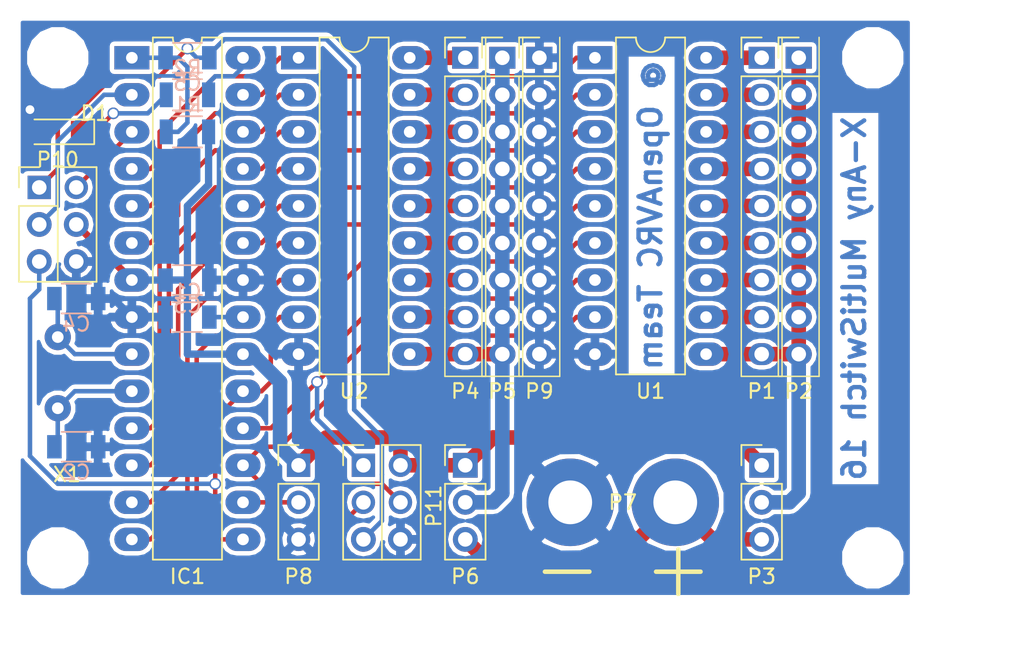
<source format=kicad_pcb>
(kicad_pcb (version 4) (host pcbnew 4.0.7)

  (general
    (links 103)
    (no_connects 0)
    (area 127.492857 67.495 207.239999 117.000001)
    (thickness 1.6)
    (drawings 10)
    (tracks 279)
    (zones 0)
    (modules 27)
    (nets 48)
  )

  (page A4)
  (title_block
    (title "Decodeur Multi Switch  16 voies")
    (date 2018-12-01)
    (rev 0.1)
    (company OpenAVRc)
  )

  (layers
    (0 F.Cu signal)
    (31 B.Cu signal)
    (32 B.Adhes user)
    (33 F.Adhes user)
    (34 B.Paste user)
    (35 F.Paste user)
    (36 B.SilkS user)
    (37 F.SilkS user)
    (38 B.Mask user)
    (39 F.Mask user)
    (40 Dwgs.User user)
    (41 Cmts.User user)
    (42 Eco1.User user)
    (43 Eco2.User user)
    (44 Edge.Cuts user)
    (45 Margin user)
    (46 B.CrtYd user)
    (47 F.CrtYd user)
    (48 B.Fab user)
    (49 F.Fab user)
  )

  (setup
    (last_trace_width 0.31)
    (user_trace_width 0.31)
    (user_trace_width 0.5)
    (user_trace_width 1)
    (trace_clearance 0.31)
    (zone_clearance 0.3)
    (zone_45_only no)
    (trace_min 0.31)
    (segment_width 0.2)
    (edge_width 0.15)
    (via_size 0.8)
    (via_drill 0.6)
    (via_min_size 0.8)
    (via_min_drill 0.6)
    (uvia_size 0.3)
    (uvia_drill 0.1)
    (uvias_allowed no)
    (uvia_min_size 0.2)
    (uvia_min_drill 0.1)
    (pcb_text_width 0.3)
    (pcb_text_size 1.5 1.5)
    (mod_edge_width 0.15)
    (mod_text_size 1 1)
    (mod_text_width 0.15)
    (pad_size 1.524 1.524)
    (pad_drill 0.762)
    (pad_to_mask_clearance 0.2)
    (aux_axis_origin 133.35 111.76)
    (grid_origin 133.35 111.76)
    (visible_elements 7FFFFFFF)
    (pcbplotparams
      (layerselection 0x00000_00000000)
      (usegerberextensions false)
      (excludeedgelayer false)
      (linewidth 0.100000)
      (plotframeref false)
      (viasonmask false)
      (mode 1)
      (useauxorigin false)
      (hpglpennumber 1)
      (hpglpenspeed 20)
      (hpglpendiameter 15)
      (hpglpenoverlay 2)
      (psnegative false)
      (psa4output false)
      (plotreference true)
      (plotvalue true)
      (plotinvisibletext false)
      (padsonsilk false)
      (subtractmaskfromsilk false)
      (outputformat 1)
      (mirror false)
      (drillshape 0)
      (scaleselection 1)
      (outputdirectory Gerber/))
  )

  (net 0 "")
  (net 1 "Net-(C1-Pad1)")
  (net 2 GND)
  (net 3 "Net-(IC1-Pad15)")
  (net 4 "Net-(IC1-Pad16)")
  (net 5 "Net-(IC1-Pad17)")
  (net 6 "Net-(IC1-Pad4)")
  (net 7 "Net-(IC1-Pad18)")
  (net 8 "Net-(IC1-Pad5)")
  (net 9 "Net-(IC1-Pad19)")
  (net 10 "Net-(IC1-Pad6)")
  (net 11 +5V)
  (net 12 "Net-(IC1-Pad23)")
  (net 13 "Net-(IC1-Pad24)")
  (net 14 "Net-(IC1-Pad11)")
  (net 15 "Net-(IC1-Pad12)")
  (net 16 "Net-(IC1-Pad13)")
  (net 17 "Net-(IC1-Pad14)")
  (net 18 "Net-(P1-Pad1)")
  (net 19 "Net-(P1-Pad2)")
  (net 20 "Net-(P1-Pad3)")
  (net 21 "Net-(P1-Pad4)")
  (net 22 "Net-(P1-Pad5)")
  (net 23 "Net-(P1-Pad6)")
  (net 24 "Net-(P1-Pad7)")
  (net 25 "Net-(P1-Pad8)")
  (net 26 "Net-(C2-Pad1)")
  (net 27 "Net-(C4-Pad1)")
  (net 28 "Net-(IC1-Pad26)")
  (net 29 "Net-(IC1-Pad27)")
  (net 30 +12P)
  (net 31 "Net-(C5-Pad1)")
  (net 32 "Net-(IC1-Pad25)")
  (net 33 "Net-(IC1-Pad28)")
  (net 34 "Net-(P1-Pad9)")
  (net 35 "Net-(P4-Pad1)")
  (net 36 "Net-(P4-Pad2)")
  (net 37 "Net-(P4-Pad3)")
  (net 38 "Net-(P4-Pad4)")
  (net 39 "Net-(P4-Pad5)")
  (net 40 "Net-(P4-Pad6)")
  (net 41 "Net-(P4-Pad7)")
  (net 42 "Net-(P4-Pad8)")
  (net 43 "Net-(P4-Pad9)")
  (net 44 "Net-(D1-Pad1)")
  (net 45 "Net-(C5-Pad2)")
  (net 46 "Net-(IC1-Pad2)")
  (net 47 "Net-(IC1-Pad3)")

  (net_class Default "Ceci est la Netclass par défaut"
    (clearance 0.31)
    (trace_width 0.31)
    (via_dia 0.8)
    (via_drill 0.6)
    (uvia_dia 0.3)
    (uvia_drill 0.1)
    (add_net +12P)
    (add_net "Net-(C1-Pad1)")
    (add_net "Net-(C2-Pad1)")
    (add_net "Net-(C4-Pad1)")
    (add_net "Net-(C5-Pad1)")
    (add_net "Net-(C5-Pad2)")
    (add_net "Net-(D1-Pad1)")
    (add_net "Net-(IC1-Pad11)")
    (add_net "Net-(IC1-Pad12)")
    (add_net "Net-(IC1-Pad13)")
    (add_net "Net-(IC1-Pad14)")
    (add_net "Net-(IC1-Pad15)")
    (add_net "Net-(IC1-Pad16)")
    (add_net "Net-(IC1-Pad17)")
    (add_net "Net-(IC1-Pad18)")
    (add_net "Net-(IC1-Pad19)")
    (add_net "Net-(IC1-Pad2)")
    (add_net "Net-(IC1-Pad23)")
    (add_net "Net-(IC1-Pad24)")
    (add_net "Net-(IC1-Pad25)")
    (add_net "Net-(IC1-Pad26)")
    (add_net "Net-(IC1-Pad27)")
    (add_net "Net-(IC1-Pad28)")
    (add_net "Net-(IC1-Pad3)")
    (add_net "Net-(IC1-Pad4)")
    (add_net "Net-(IC1-Pad5)")
    (add_net "Net-(IC1-Pad6)")
    (add_net "Net-(P1-Pad1)")
    (add_net "Net-(P1-Pad2)")
    (add_net "Net-(P1-Pad3)")
    (add_net "Net-(P1-Pad4)")
    (add_net "Net-(P1-Pad5)")
    (add_net "Net-(P1-Pad6)")
    (add_net "Net-(P1-Pad7)")
    (add_net "Net-(P1-Pad8)")
    (add_net "Net-(P1-Pad9)")
    (add_net "Net-(P4-Pad1)")
    (add_net "Net-(P4-Pad2)")
    (add_net "Net-(P4-Pad3)")
    (add_net "Net-(P4-Pad4)")
    (add_net "Net-(P4-Pad5)")
    (add_net "Net-(P4-Pad6)")
    (add_net "Net-(P4-Pad7)")
    (add_net "Net-(P4-Pad8)")
    (add_net "Net-(P4-Pad9)")
  )

  (net_class Alim ""
    (clearance 0.31)
    (trace_width 0.5)
    (via_dia 0.8)
    (via_drill 0.6)
    (uvia_dia 0.3)
    (uvia_drill 0.1)
    (add_net +5V)
    (add_net GND)
  )

  (module Pin_Header_Straight_1x03_Pitch2.54mm (layer F.Cu) (tedit 5C093F0D) (tstamp 5C091DC7)
    (at 153.67 101.6)
    (descr "Through hole straight pin header, 1x03, 2.54mm pitch, single row")
    (tags "Through hole pin header THT 1x03 2.54mm single row")
    (path /5C07E028)
    (fp_text reference P8 (at 0 7.62 180) (layer F.SilkS)
      (effects (font (size 1 1) (thickness 0.15)))
    )
    (fp_text value XANY_INPUT (at -0.635 7.62 180) (layer F.Fab)
      (effects (font (size 1 1) (thickness 0.15)))
    )
    (fp_line (start -1.27 -1.27) (end -1.27 6.35) (layer F.Fab) (width 0.1))
    (fp_line (start -1.27 6.35) (end 1.27 6.35) (layer F.Fab) (width 0.1))
    (fp_line (start 1.27 6.35) (end 1.27 -1.27) (layer F.Fab) (width 0.1))
    (fp_line (start 1.27 -1.27) (end -1.27 -1.27) (layer F.Fab) (width 0.1))
    (fp_line (start -1.39 1.27) (end -1.39 6.47) (layer F.SilkS) (width 0.12))
    (fp_line (start -1.39 6.47) (end 1.39 6.47) (layer F.SilkS) (width 0.12))
    (fp_line (start 1.39 6.47) (end 1.39 1.27) (layer F.SilkS) (width 0.12))
    (fp_line (start 1.39 1.27) (end -1.39 1.27) (layer F.SilkS) (width 0.12))
    (fp_line (start -1.39 0) (end -1.39 -1.39) (layer F.SilkS) (width 0.12))
    (fp_line (start -1.39 -1.39) (end 0 -1.39) (layer F.SilkS) (width 0.12))
    (fp_line (start -1.6 -1.6) (end -1.6 6.6) (layer F.CrtYd) (width 0.05))
    (fp_line (start -1.6 6.6) (end 1.6 6.6) (layer F.CrtYd) (width 0.05))
    (fp_line (start 1.6 6.6) (end 1.6 -1.6) (layer F.CrtYd) (width 0.05))
    (fp_line (start 1.6 -1.6) (end -1.6 -1.6) (layer F.CrtYd) (width 0.05))
    (pad 1 thru_hole rect (at 0 0) (size 1.6 1.6) (drill 1) (layers *.Cu *.Mask)
      (net 11 +5V))
    (pad 2 thru_hole circle (at 0 2.54) (size 1.6 1.6) (drill 1) (layers *.Cu *.Mask)
      (net 4 "Net-(IC1-Pad16)"))
    (pad 3 thru_hole circle (at 0 5.08) (size 1.6 1.6) (drill 1) (layers *.Cu *.Mask)
      (net 2 GND))
    (model Pin_Headers.3dshapes/Pin_Header_Straight_1x03_Pitch2.54mm.wrl
      (at (xyz 0 -0.1 0))
      (scale (xyz 1 1 1))
      (rotate (xyz 0 0 90))
    )
  )

  (module Pin_Header_Straight_2x03_Pitch2.54mm (layer F.Cu) (tedit 5C093E98) (tstamp 5C093E3A)
    (at 158.115 101.6)
    (descr "Through hole straight pin header, 2x03, 2.54mm pitch, double rows")
    (tags "Through hole pin header THT 2x03 2.54mm double row")
    (path /5C093F40)
    (fp_text reference P11 (at 4.826 2.794 90) (layer F.SilkS)
      (effects (font (size 1 1) (thickness 0.15)))
    )
    (fp_text value ICSP (at 1.27 -2.54) (layer F.Fab)
      (effects (font (size 1 1) (thickness 0.15)))
    )
    (fp_line (start 1.27 1.27) (end 1.27 6.477) (layer F.SilkS) (width 0.12))
    (fp_line (start -1.27 -1.27) (end -1.27 6.35) (layer F.Fab) (width 0.1))
    (fp_line (start -1.27 6.35) (end 3.81 6.35) (layer F.Fab) (width 0.1))
    (fp_line (start 3.81 6.35) (end 3.81 -1.27) (layer F.Fab) (width 0.1))
    (fp_line (start 3.81 -1.27) (end -1.27 -1.27) (layer F.Fab) (width 0.1))
    (fp_line (start -1.39 1.27) (end -1.39 6.47) (layer F.SilkS) (width 0.12))
    (fp_line (start -1.39 6.47) (end 3.93 6.47) (layer F.SilkS) (width 0.12))
    (fp_line (start 3.93 6.47) (end 3.93 -1.39) (layer F.SilkS) (width 0.12))
    (fp_line (start 3.93 -1.39) (end 1.27 -1.39) (layer F.SilkS) (width 0.12))
    (fp_line (start 1.27 -1.39) (end 1.27 1.27) (layer F.SilkS) (width 0.12))
    (fp_line (start 1.27 1.27) (end -1.39 1.27) (layer F.SilkS) (width 0.12))
    (fp_line (start -1.39 0) (end -1.39 -1.39) (layer F.SilkS) (width 0.12))
    (fp_line (start -1.39 -1.39) (end 0 -1.39) (layer F.SilkS) (width 0.12))
    (fp_line (start -1.6 -1.6) (end -1.6 6.6) (layer F.CrtYd) (width 0.05))
    (fp_line (start -1.6 6.6) (end 4.1 6.6) (layer F.CrtYd) (width 0.05))
    (fp_line (start 4.1 6.6) (end 4.1 -1.6) (layer F.CrtYd) (width 0.05))
    (fp_line (start 4.1 -1.6) (end -1.6 -1.6) (layer F.CrtYd) (width 0.05))
    (pad 1 thru_hole rect (at 0 0) (size 1.6 1.6) (drill 1) (layers *.Cu *.Mask)
      (net 7 "Net-(IC1-Pad18)"))
    (pad 2 thru_hole oval (at 2.54 0) (size 1.6 1.6) (drill 1) (layers *.Cu *.Mask)
      (net 11 +5V))
    (pad 3 thru_hole oval (at 0 2.54) (size 1.6 1.6) (drill 1) (layers *.Cu *.Mask)
      (net 9 "Net-(IC1-Pad19)"))
    (pad 4 thru_hole oval (at 2.54 2.54) (size 1.6 1.6) (drill 1) (layers *.Cu *.Mask)
      (net 5 "Net-(IC1-Pad17)"))
    (pad 5 thru_hole oval (at 0 5.08) (size 1.7 1.7) (drill 1) (layers *.Cu *.Mask)
      (net 45 "Net-(C5-Pad2)"))
    (pad 6 thru_hole oval (at 2.54 5.08) (size 1.7 1.7) (drill 1) (layers *.Cu *.Mask)
      (net 2 GND))
    (model Pin_Headers.3dshapes/Pin_Header_Straight_2x03_Pitch2.54mm.wrl
      (at (xyz 0.05 -0.1 0))
      (scale (xyz 1 1 1))
      (rotate (xyz 0 0 90))
    )
  )

  (module Pin_Header_Straight_2x03_Pitch2.54mm (layer F.Cu) (tedit 5C093B9E) (tstamp 5C0939C0)
    (at 135.89 82.55)
    (descr "Through hole straight pin header, 2x03, 2.54mm pitch, double rows")
    (tags "Through hole pin header THT 2x03 2.54mm double row")
    (path /5C0932C3)
    (fp_text reference P10 (at 1.27 -1.905 180) (layer F.SilkS)
      (effects (font (size 1 1) (thickness 0.15)))
    )
    (fp_text value FTDI (at 1.3335 2.54 90) (layer F.Fab)
      (effects (font (size 1 1) (thickness 0.15)))
    )
    (fp_line (start 1.27 1.27) (end 1.27 6.477) (layer F.SilkS) (width 0.12))
    (fp_line (start -1.27 -1.27) (end -1.27 6.35) (layer F.Fab) (width 0.1))
    (fp_line (start -1.27 6.35) (end 3.81 6.35) (layer F.Fab) (width 0.1))
    (fp_line (start 3.81 6.35) (end 3.81 -1.27) (layer F.Fab) (width 0.1))
    (fp_line (start 3.81 -1.27) (end -1.27 -1.27) (layer F.Fab) (width 0.1))
    (fp_line (start -1.39 1.27) (end -1.39 6.47) (layer F.SilkS) (width 0.12))
    (fp_line (start -1.39 6.47) (end 3.93 6.47) (layer F.SilkS) (width 0.12))
    (fp_line (start 3.93 6.47) (end 3.93 -1.39) (layer F.SilkS) (width 0.12))
    (fp_line (start 3.93 -1.39) (end 1.27 -1.39) (layer F.SilkS) (width 0.12))
    (fp_line (start 1.27 -1.39) (end 1.27 1.27) (layer F.SilkS) (width 0.12))
    (fp_line (start 1.27 1.27) (end -1.39 1.27) (layer F.SilkS) (width 0.12))
    (fp_line (start -1.39 0) (end -1.39 -1.39) (layer F.SilkS) (width 0.12))
    (fp_line (start -1.39 -1.39) (end 0 -1.39) (layer F.SilkS) (width 0.12))
    (fp_line (start -1.6 -1.6) (end -1.6 6.6) (layer F.CrtYd) (width 0.05))
    (fp_line (start -1.6 6.6) (end 4.1 6.6) (layer F.CrtYd) (width 0.05))
    (fp_line (start 4.1 6.6) (end 4.1 -1.6) (layer F.CrtYd) (width 0.05))
    (fp_line (start 4.1 -1.6) (end -1.6 -1.6) (layer F.CrtYd) (width 0.05))
    (pad 1 thru_hole rect (at 0 0) (size 1.6 1.6) (drill 1) (layers *.Cu *.Mask)
      (net 45 "Net-(C5-Pad2)"))
    (pad 2 thru_hole oval (at 2.54 0) (size 1.6 1.6) (drill 1) (layers *.Cu *.Mask)
      (net 47 "Net-(IC1-Pad3)"))
    (pad 3 thru_hole oval (at 0 2.54) (size 1.7 1.7) (drill 1) (layers *.Cu *.Mask)
      (net 46 "Net-(IC1-Pad2)"))
    (pad 4 thru_hole oval (at 2.54 2.54) (size 1.7 1.7) (drill 1) (layers *.Cu *.Mask)
      (net 11 +5V))
    (pad 5 thru_hole oval (at 0 5.08) (size 1.7 1.7) (drill 1) (layers *.Cu *.Mask)
      (net 9 "Net-(IC1-Pad19)"))
    (pad 6 thru_hole oval (at 2.54 5.08) (size 1.7 1.7) (drill 1) (layers *.Cu *.Mask)
      (net 2 GND))
    (model Pin_Headers.3dshapes/Pin_Header_Straight_2x03_Pitch2.54mm.wrl
      (at (xyz 0.05 -0.1 0))
      (scale (xyz 1 1 1))
      (rotate (xyz 0 0 90))
    )
  )

  (module Pin_Header_Straight_1x09_Pitch2.54mm (layer F.Cu) (tedit 5C093913) (tstamp 5C093C44)
    (at 187.96 73.66)
    (descr "Through hole straight pin header, 1x09, 2.54mm pitch, single row")
    (tags "Through hole pin header THT 1x09 2.54mm single row")
    (path /5C091D91)
    (fp_text reference P2 (at 0 22.86) (layer F.SilkS)
      (effects (font (size 1 1) (thickness 0.15)))
    )
    (fp_text value OUTPUT_9-16_ALIM (at 0 11.43 90) (layer F.Fab)
      (effects (font (size 1 1) (thickness 0.15)))
    )
    (fp_line (start -1.397 17.145) (end -1.397 21.844) (layer F.SilkS) (width 0.1))
    (fp_line (start -1.397 21.844) (end 1.397 21.844) (layer F.SilkS) (width 0.1))
    (fp_line (start 1.397 21.844) (end 1.397 17.145) (layer F.SilkS) (width 0.1))
    (fp_line (start -1.27 17.145) (end -1.27 21.717) (layer F.Fab) (width 0.1))
    (fp_line (start -1.27 21.717) (end 1.27 21.717) (layer F.Fab) (width 0.1))
    (fp_line (start 1.27 21.717) (end 1.27 17.145) (layer F.Fab) (width 0.1))
    (fp_line (start -1.397 17.145) (end -1.397 1.27) (layer F.SilkS) (width 0.1))
    (fp_line (start 1.397 17.145) (end 1.397 -1.397) (layer F.SilkS) (width 0.1))
    (fp_line (start 1.27 -1.27) (end 1.27 17.145) (layer F.Fab) (width 0.1))
    (fp_line (start -1.27 17.145) (end -1.27 -1.27) (layer F.Fab) (width 0.1))
    (fp_line (start 1.27 -1.27) (end -1.27 -1.27) (layer F.Fab) (width 0.1))
    (fp_line (start 1.39 1.27) (end -1.39 1.27) (layer F.SilkS) (width 0.12))
    (fp_line (start -1.39 0) (end -1.39 -1.39) (layer F.SilkS) (width 0.12))
    (fp_line (start -1.39 -1.39) (end 0 -1.39) (layer F.SilkS) (width 0.12))
    (fp_line (start -1.6 -1.6) (end -1.6 21.9) (layer F.CrtYd) (width 0.05))
    (fp_line (start -1.6 21.9) (end 1.6 21.9) (layer F.CrtYd) (width 0.05))
    (fp_line (start 1.6 21.9) (end 1.6 -1.6) (layer F.CrtYd) (width 0.05))
    (fp_line (start 1.6 -1.6) (end -1.6 -1.6) (layer F.CrtYd) (width 0.05))
    (pad 1 thru_hole rect (at 0 0) (size 1.8 1.5) (drill 1) (layers *.Cu *.Mask)
      (net 34 "Net-(P1-Pad9)"))
    (pad 2 thru_hole oval (at 0 2.54) (size 1.8 1.5) (drill 1) (layers *.Cu *.Mask)
      (net 34 "Net-(P1-Pad9)"))
    (pad 3 thru_hole oval (at 0 5.08) (size 1.8 1.5) (drill 1) (layers *.Cu *.Mask)
      (net 34 "Net-(P1-Pad9)"))
    (pad 4 thru_hole oval (at 0 7.62) (size 1.8 1.5) (drill 1) (layers *.Cu *.Mask)
      (net 34 "Net-(P1-Pad9)"))
    (pad 5 thru_hole oval (at 0 10.16) (size 1.8 1.5) (drill 1) (layers *.Cu *.Mask)
      (net 34 "Net-(P1-Pad9)"))
    (pad 6 thru_hole oval (at 0 12.7) (size 1.8 1.5) (drill 1) (layers *.Cu *.Mask)
      (net 34 "Net-(P1-Pad9)"))
    (pad 7 thru_hole oval (at 0 15.24) (size 1.8 1.5) (drill 1) (layers *.Cu *.Mask)
      (net 34 "Net-(P1-Pad9)"))
    (pad 8 thru_hole oval (at 0 17.78) (size 1.8 1.5) (drill 1) (layers *.Cu *.Mask)
      (net 34 "Net-(P1-Pad9)"))
    (pad 9 thru_hole oval (at 0 20.32) (size 1.8 1.5) (drill 1) (layers *.Cu *.Mask)
      (net 34 "Net-(P1-Pad9)"))
    (model Pin_Headers.3dshapes/Pin_Header_Straight_1x09_Pitch2.54mm.wrl
      (at (xyz 0 -0.4 0))
      (scale (xyz 1 1 1))
      (rotate (xyz 0 0 90))
    )
  )

  (module Pin_Header_Straight_1x09_Pitch2.54mm (layer F.Cu) (tedit 5C09390A) (tstamp 5C093C25)
    (at 185.42 73.66)
    (descr "Through hole straight pin header, 1x09, 2.54mm pitch, single row")
    (tags "Through hole pin header THT 1x09 2.54mm single row")
    (path /5C091921)
    (fp_text reference P1 (at 0 22.86) (layer F.SilkS)
      (effects (font (size 1 1) (thickness 0.15)))
    )
    (fp_text value OUTPUT_9-16 (at 0 11.43 90) (layer F.Fab)
      (effects (font (size 1 1) (thickness 0.15)))
    )
    (fp_line (start -1.397 17.145) (end -1.397 21.844) (layer F.SilkS) (width 0.1))
    (fp_line (start -1.397 21.844) (end 1.397 21.844) (layer F.SilkS) (width 0.1))
    (fp_line (start 1.397 21.844) (end 1.397 17.145) (layer F.SilkS) (width 0.1))
    (fp_line (start -1.27 17.145) (end -1.27 21.717) (layer F.Fab) (width 0.1))
    (fp_line (start -1.27 21.717) (end 1.27 21.717) (layer F.Fab) (width 0.1))
    (fp_line (start 1.27 21.717) (end 1.27 17.145) (layer F.Fab) (width 0.1))
    (fp_line (start -1.397 17.145) (end -1.397 1.27) (layer F.SilkS) (width 0.1))
    (fp_line (start 1.397 17.145) (end 1.397 -1.397) (layer F.SilkS) (width 0.1))
    (fp_line (start 1.27 -1.27) (end 1.27 17.145) (layer F.Fab) (width 0.1))
    (fp_line (start -1.27 17.145) (end -1.27 -1.27) (layer F.Fab) (width 0.1))
    (fp_line (start 1.27 -1.27) (end -1.27 -1.27) (layer F.Fab) (width 0.1))
    (fp_line (start 1.39 1.27) (end -1.39 1.27) (layer F.SilkS) (width 0.12))
    (fp_line (start -1.39 0) (end -1.39 -1.39) (layer F.SilkS) (width 0.12))
    (fp_line (start -1.39 -1.39) (end 0 -1.39) (layer F.SilkS) (width 0.12))
    (fp_line (start -1.6 -1.6) (end -1.6 21.9) (layer F.CrtYd) (width 0.05))
    (fp_line (start -1.6 21.9) (end 1.6 21.9) (layer F.CrtYd) (width 0.05))
    (fp_line (start 1.6 21.9) (end 1.6 -1.6) (layer F.CrtYd) (width 0.05))
    (fp_line (start 1.6 -1.6) (end -1.6 -1.6) (layer F.CrtYd) (width 0.05))
    (pad 1 thru_hole rect (at 0 0) (size 1.8 1.5) (drill 1) (layers *.Cu *.Mask)
      (net 18 "Net-(P1-Pad1)"))
    (pad 2 thru_hole oval (at 0 2.54) (size 1.8 1.5) (drill 1) (layers *.Cu *.Mask)
      (net 19 "Net-(P1-Pad2)"))
    (pad 3 thru_hole oval (at 0 5.08) (size 1.8 1.5) (drill 1) (layers *.Cu *.Mask)
      (net 20 "Net-(P1-Pad3)"))
    (pad 4 thru_hole oval (at 0 7.62) (size 1.8 1.5) (drill 1) (layers *.Cu *.Mask)
      (net 21 "Net-(P1-Pad4)"))
    (pad 5 thru_hole oval (at 0 10.16) (size 1.8 1.5) (drill 1) (layers *.Cu *.Mask)
      (net 22 "Net-(P1-Pad5)"))
    (pad 6 thru_hole oval (at 0 12.7) (size 1.8 1.5) (drill 1) (layers *.Cu *.Mask)
      (net 23 "Net-(P1-Pad6)"))
    (pad 7 thru_hole oval (at 0 15.24) (size 1.8 1.5) (drill 1) (layers *.Cu *.Mask)
      (net 24 "Net-(P1-Pad7)"))
    (pad 8 thru_hole oval (at 0 17.78) (size 1.8 1.5) (drill 1) (layers *.Cu *.Mask)
      (net 25 "Net-(P1-Pad8)"))
    (pad 9 thru_hole oval (at 0 20.32) (size 1.8 1.5) (drill 1) (layers *.Cu *.Mask)
      (net 34 "Net-(P1-Pad9)"))
    (model Pin_Headers.3dshapes/Pin_Header_Straight_1x09_Pitch2.54mm.wrl
      (at (xyz 0 -0.4 0))
      (scale (xyz 1 1 1))
      (rotate (xyz 0 0 90))
    )
  )

  (module Pin_Header_Straight_1x09_Pitch2.54mm (layer F.Cu) (tedit 5C0938E2) (tstamp 5C093C06)
    (at 170.18 73.66)
    (descr "Through hole straight pin header, 1x09, 2.54mm pitch, single row")
    (tags "Through hole pin header THT 1x09 2.54mm single row")
    (path /5C093A8C)
    (fp_text reference P9 (at 0 22.86) (layer F.SilkS)
      (effects (font (size 1 1) (thickness 0.15)))
    )
    (fp_text value OUTPUT_1-8_GND (at 0 11.43 90) (layer F.Fab)
      (effects (font (size 1 1) (thickness 0.15)))
    )
    (fp_line (start -1.397 17.145) (end -1.397 21.844) (layer F.SilkS) (width 0.1))
    (fp_line (start -1.397 21.844) (end 1.397 21.844) (layer F.SilkS) (width 0.1))
    (fp_line (start 1.397 21.844) (end 1.397 17.145) (layer F.SilkS) (width 0.1))
    (fp_line (start -1.27 17.145) (end -1.27 21.717) (layer F.Fab) (width 0.1))
    (fp_line (start -1.27 21.717) (end 1.27 21.717) (layer F.Fab) (width 0.1))
    (fp_line (start 1.27 21.717) (end 1.27 17.145) (layer F.Fab) (width 0.1))
    (fp_line (start -1.397 17.145) (end -1.397 1.27) (layer F.SilkS) (width 0.1))
    (fp_line (start 1.397 17.145) (end 1.397 -1.397) (layer F.SilkS) (width 0.1))
    (fp_line (start 1.27 -1.27) (end 1.27 17.145) (layer F.Fab) (width 0.1))
    (fp_line (start -1.27 17.145) (end -1.27 -1.27) (layer F.Fab) (width 0.1))
    (fp_line (start 1.27 -1.27) (end -1.27 -1.27) (layer F.Fab) (width 0.1))
    (fp_line (start 1.39 1.27) (end -1.39 1.27) (layer F.SilkS) (width 0.12))
    (fp_line (start -1.39 0) (end -1.39 -1.39) (layer F.SilkS) (width 0.12))
    (fp_line (start -1.39 -1.39) (end 0 -1.39) (layer F.SilkS) (width 0.12))
    (fp_line (start -1.6 -1.6) (end -1.6 21.9) (layer F.CrtYd) (width 0.05))
    (fp_line (start -1.6 21.9) (end 1.6 21.9) (layer F.CrtYd) (width 0.05))
    (fp_line (start 1.6 21.9) (end 1.6 -1.6) (layer F.CrtYd) (width 0.05))
    (fp_line (start 1.6 -1.6) (end -1.6 -1.6) (layer F.CrtYd) (width 0.05))
    (pad 1 thru_hole rect (at 0 0) (size 1.8 1.5) (drill 1) (layers *.Cu *.Mask)
      (net 2 GND))
    (pad 2 thru_hole oval (at 0 2.54) (size 1.8 1.5) (drill 1) (layers *.Cu *.Mask)
      (net 2 GND))
    (pad 3 thru_hole oval (at 0 5.08) (size 1.8 1.5) (drill 1) (layers *.Cu *.Mask)
      (net 2 GND))
    (pad 4 thru_hole oval (at 0 7.62) (size 1.8 1.5) (drill 1) (layers *.Cu *.Mask)
      (net 2 GND))
    (pad 5 thru_hole oval (at 0 10.16) (size 1.8 1.5) (drill 1) (layers *.Cu *.Mask)
      (net 2 GND))
    (pad 6 thru_hole oval (at 0 12.7) (size 1.8 1.5) (drill 1) (layers *.Cu *.Mask)
      (net 2 GND))
    (pad 7 thru_hole oval (at 0 15.24) (size 1.8 1.5) (drill 1) (layers *.Cu *.Mask)
      (net 2 GND))
    (pad 8 thru_hole oval (at 0 17.78) (size 1.8 1.5) (drill 1) (layers *.Cu *.Mask)
      (net 2 GND))
    (pad 9 thru_hole oval (at 0 20.32) (size 1.8 1.5) (drill 1) (layers *.Cu *.Mask)
      (net 2 GND))
    (model Pin_Headers.3dshapes/Pin_Header_Straight_1x09_Pitch2.54mm.wrl
      (at (xyz 0 -0.4 0))
      (scale (xyz 1 1 1))
      (rotate (xyz 0 0 90))
    )
  )

  (module Pin_Header_Straight_1x09_Pitch2.54mm (layer F.Cu) (tedit 5C0938D7) (tstamp 5C093BE7)
    (at 167.64 73.66)
    (descr "Through hole straight pin header, 1x09, 2.54mm pitch, single row")
    (tags "Through hole pin header THT 1x09 2.54mm single row")
    (path /5C091F8C)
    (fp_text reference P5 (at 0 22.86) (layer F.SilkS)
      (effects (font (size 1 1) (thickness 0.15)))
    )
    (fp_text value OUTPUT_1-8_ALIM (at 0 11.43 90) (layer F.Fab)
      (effects (font (size 1 1) (thickness 0.15)))
    )
    (fp_line (start -1.397 17.145) (end -1.397 21.844) (layer F.SilkS) (width 0.1))
    (fp_line (start -1.397 21.844) (end 1.397 21.844) (layer F.SilkS) (width 0.1))
    (fp_line (start 1.397 21.844) (end 1.397 17.145) (layer F.SilkS) (width 0.1))
    (fp_line (start -1.27 17.145) (end -1.27 21.717) (layer F.Fab) (width 0.1))
    (fp_line (start -1.27 21.717) (end 1.27 21.717) (layer F.Fab) (width 0.1))
    (fp_line (start 1.27 21.717) (end 1.27 17.145) (layer F.Fab) (width 0.1))
    (fp_line (start -1.397 17.145) (end -1.397 1.27) (layer F.SilkS) (width 0.1))
    (fp_line (start 1.397 17.145) (end 1.397 -1.397) (layer F.SilkS) (width 0.1))
    (fp_line (start 1.27 -1.27) (end 1.27 17.145) (layer F.Fab) (width 0.1))
    (fp_line (start -1.27 17.145) (end -1.27 -1.27) (layer F.Fab) (width 0.1))
    (fp_line (start 1.27 -1.27) (end -1.27 -1.27) (layer F.Fab) (width 0.1))
    (fp_line (start 1.39 1.27) (end -1.39 1.27) (layer F.SilkS) (width 0.12))
    (fp_line (start -1.39 0) (end -1.39 -1.39) (layer F.SilkS) (width 0.12))
    (fp_line (start -1.39 -1.39) (end 0 -1.39) (layer F.SilkS) (width 0.12))
    (fp_line (start -1.6 -1.6) (end -1.6 21.9) (layer F.CrtYd) (width 0.05))
    (fp_line (start -1.6 21.9) (end 1.6 21.9) (layer F.CrtYd) (width 0.05))
    (fp_line (start 1.6 21.9) (end 1.6 -1.6) (layer F.CrtYd) (width 0.05))
    (fp_line (start 1.6 -1.6) (end -1.6 -1.6) (layer F.CrtYd) (width 0.05))
    (pad 1 thru_hole rect (at 0 0) (size 1.8 1.5) (drill 1) (layers *.Cu *.Mask)
      (net 43 "Net-(P4-Pad9)"))
    (pad 2 thru_hole oval (at 0 2.54) (size 1.8 1.5) (drill 1) (layers *.Cu *.Mask)
      (net 43 "Net-(P4-Pad9)"))
    (pad 3 thru_hole oval (at 0 5.08) (size 1.8 1.5) (drill 1) (layers *.Cu *.Mask)
      (net 43 "Net-(P4-Pad9)"))
    (pad 4 thru_hole oval (at 0 7.62) (size 1.8 1.5) (drill 1) (layers *.Cu *.Mask)
      (net 43 "Net-(P4-Pad9)"))
    (pad 5 thru_hole oval (at 0 10.16) (size 1.8 1.5) (drill 1) (layers *.Cu *.Mask)
      (net 43 "Net-(P4-Pad9)"))
    (pad 6 thru_hole oval (at 0 12.7) (size 1.8 1.5) (drill 1) (layers *.Cu *.Mask)
      (net 43 "Net-(P4-Pad9)"))
    (pad 7 thru_hole oval (at 0 15.24) (size 1.8 1.5) (drill 1) (layers *.Cu *.Mask)
      (net 43 "Net-(P4-Pad9)"))
    (pad 8 thru_hole oval (at 0 17.78) (size 1.8 1.5) (drill 1) (layers *.Cu *.Mask)
      (net 43 "Net-(P4-Pad9)"))
    (pad 9 thru_hole oval (at 0 20.32) (size 1.8 1.5) (drill 1) (layers *.Cu *.Mask)
      (net 43 "Net-(P4-Pad9)"))
    (model Pin_Headers.3dshapes/Pin_Header_Straight_1x09_Pitch2.54mm.wrl
      (at (xyz 0 -0.4 0))
      (scale (xyz 1 1 1))
      (rotate (xyz 0 0 90))
    )
  )

  (module Pin_Header_Straight_1x09_Pitch2.54mm (layer F.Cu) (tedit 5C093899) (tstamp 5C091D5D)
    (at 165.1 73.66)
    (descr "Through hole straight pin header, 1x09, 2.54mm pitch, single row")
    (tags "Through hole pin header THT 1x09 2.54mm single row")
    (path /5C091EFF)
    (fp_text reference P4 (at 0 22.86) (layer F.SilkS)
      (effects (font (size 1 1) (thickness 0.15)))
    )
    (fp_text value OUTPUT_1-8 (at 0 11.43 90) (layer F.Fab)
      (effects (font (size 1 1) (thickness 0.15)))
    )
    (fp_line (start -1.397 17.145) (end -1.397 21.844) (layer F.SilkS) (width 0.1))
    (fp_line (start -1.397 21.844) (end 1.397 21.844) (layer F.SilkS) (width 0.1))
    (fp_line (start 1.397 21.844) (end 1.397 17.145) (layer F.SilkS) (width 0.1))
    (fp_line (start -1.27 17.145) (end -1.27 21.717) (layer F.Fab) (width 0.1))
    (fp_line (start -1.27 21.717) (end 1.27 21.717) (layer F.Fab) (width 0.1))
    (fp_line (start 1.27 21.717) (end 1.27 17.145) (layer F.Fab) (width 0.1))
    (fp_line (start -1.397 17.145) (end -1.397 1.27) (layer F.SilkS) (width 0.1))
    (fp_line (start 1.397 17.145) (end 1.397 -1.397) (layer F.SilkS) (width 0.1))
    (fp_line (start 1.27 -1.27) (end 1.27 17.145) (layer F.Fab) (width 0.1))
    (fp_line (start -1.27 17.145) (end -1.27 -1.27) (layer F.Fab) (width 0.1))
    (fp_line (start 1.27 -1.27) (end -1.27 -1.27) (layer F.Fab) (width 0.1))
    (fp_line (start 1.39 1.27) (end -1.39 1.27) (layer F.SilkS) (width 0.12))
    (fp_line (start -1.39 0) (end -1.39 -1.39) (layer F.SilkS) (width 0.12))
    (fp_line (start -1.39 -1.39) (end 0 -1.39) (layer F.SilkS) (width 0.12))
    (fp_line (start -1.6 -1.6) (end -1.6 21.9) (layer F.CrtYd) (width 0.05))
    (fp_line (start -1.6 21.9) (end 1.6 21.9) (layer F.CrtYd) (width 0.05))
    (fp_line (start 1.6 21.9) (end 1.6 -1.6) (layer F.CrtYd) (width 0.05))
    (fp_line (start 1.6 -1.6) (end -1.6 -1.6) (layer F.CrtYd) (width 0.05))
    (pad 1 thru_hole rect (at 0 0) (size 1.8 1.5) (drill 1) (layers *.Cu *.Mask)
      (net 35 "Net-(P4-Pad1)"))
    (pad 2 thru_hole oval (at 0 2.54) (size 1.8 1.5) (drill 1) (layers *.Cu *.Mask)
      (net 36 "Net-(P4-Pad2)"))
    (pad 3 thru_hole oval (at 0 5.08) (size 1.8 1.5) (drill 1) (layers *.Cu *.Mask)
      (net 37 "Net-(P4-Pad3)"))
    (pad 4 thru_hole oval (at 0 7.62) (size 1.8 1.5) (drill 1) (layers *.Cu *.Mask)
      (net 38 "Net-(P4-Pad4)"))
    (pad 5 thru_hole oval (at 0 10.16) (size 1.8 1.5) (drill 1) (layers *.Cu *.Mask)
      (net 39 "Net-(P4-Pad5)"))
    (pad 6 thru_hole oval (at 0 12.7) (size 1.8 1.5) (drill 1) (layers *.Cu *.Mask)
      (net 40 "Net-(P4-Pad6)"))
    (pad 7 thru_hole oval (at 0 15.24) (size 1.8 1.5) (drill 1) (layers *.Cu *.Mask)
      (net 41 "Net-(P4-Pad7)"))
    (pad 8 thru_hole oval (at 0 17.78) (size 1.8 1.5) (drill 1) (layers *.Cu *.Mask)
      (net 42 "Net-(P4-Pad8)"))
    (pad 9 thru_hole oval (at 0 20.32) (size 1.8 1.5) (drill 1) (layers *.Cu *.Mask)
      (net 43 "Net-(P4-Pad9)"))
    (model Pin_Headers.3dshapes/Pin_Header_Straight_1x09_Pitch2.54mm.wrl
      (at (xyz 0 -0.4 0))
      (scale (xyz 1 1 1))
      (rotate (xyz 0 0 90))
    )
  )

  (module mylib:MountingHole_3.2mm_M3 (layer F.Cu) (tedit 5C092705) (tstamp 5C0EAA24)
    (at 193.04 107.95)
    (descr "Mounting Hole 3.2mm, no annular, M3")
    (tags "mounting hole 3.2mm no annular m3")
    (solder_mask_margin 0.5)
    (solder_paste_margin -0.5)
    (clearance 0.5)
    (zone_connect 0)
    (fp_text reference Fix1 (at 0 0) (layer F.SilkS)
      (effects (font (size 1 1) (thickness 0.15)))
    )
    (fp_text value MountingHole_3.2mm_M3 (at 0 5.08) (layer F.Fab) hide
      (effects (font (size 1 1) (thickness 0.15)))
    )
    (fp_circle (center 0 0) (end 3.2 0) (layer Cmts.User) (width 0.15))
    (fp_circle (center 0 0) (end 3.45 0) (layer F.CrtYd) (width 0.05))
    (pad 1 np_thru_hole circle (at 0 0) (size 3.2 3.2) (drill 3.2) (layers *.Cu *.Mask)
      (zone_connect 0))
  )

  (module mylib:MountingHole_3.2mm_M3 (layer F.Cu) (tedit 5C092702) (tstamp 5C0EAA1D)
    (at 193.04 73.66)
    (descr "Mounting Hole 3.2mm, no annular, M3")
    (tags "mounting hole 3.2mm no annular m3")
    (solder_mask_margin 0.5)
    (solder_paste_margin -0.5)
    (clearance 0.5)
    (zone_connect 0)
    (fp_text reference Fix1 (at 0 0) (layer F.SilkS)
      (effects (font (size 1 1) (thickness 0.15)))
    )
    (fp_text value MountingHole_3.2mm_M3 (at 0 -5.08) (layer F.Fab) hide
      (effects (font (size 1 1) (thickness 0.15)))
    )
    (fp_circle (center 0 0) (end 3.2 0) (layer Cmts.User) (width 0.15))
    (fp_circle (center 0 0) (end 3.45 0) (layer F.CrtYd) (width 0.05))
    (pad 1 np_thru_hole circle (at 0 0) (size 3.2 3.2) (drill 3.2) (layers *.Cu *.Mask)
      (zone_connect 0))
  )

  (module mylib:MountingHole_3.2mm_M3 (layer F.Cu) (tedit 5C0926FE) (tstamp 5C0EAA08)
    (at 137.16 73.66)
    (descr "Mounting Hole 3.2mm, no annular, M3")
    (tags "mounting hole 3.2mm no annular m3")
    (solder_mask_margin 0.5)
    (solder_paste_margin -0.5)
    (clearance 0.5)
    (zone_connect 0)
    (fp_text reference Fix1 (at 0 0) (layer F.SilkS)
      (effects (font (size 1 1) (thickness 0.15)))
    )
    (fp_text value MountingHole_3.2mm_M3 (at 0 -5.08) (layer F.Fab) hide
      (effects (font (size 1 1) (thickness 0.15)))
    )
    (fp_circle (center 0 0) (end 3.2 0) (layer Cmts.User) (width 0.15))
    (fp_circle (center 0 0) (end 3.45 0) (layer F.CrtYd) (width 0.05))
    (pad 1 np_thru_hole circle (at 0 0) (size 3.2 3.2) (drill 3.2) (layers *.Cu *.Mask)
      (zone_connect 0))
  )

  (module DIP-18_W7.62mm_LongPads (layer F.Cu) (tedit 5C0926D3) (tstamp 5C026B60)
    (at 153.67 73.66)
    (descr "18-lead dip package, row spacing 7.62 mm (300 mils), LongPads")
    (tags "DIL DIP PDIP 2.54mm 7.62mm 300mil LongPads")
    (path /5C0265EF)
    (fp_text reference U2 (at 3.81 22.86) (layer F.SilkS)
      (effects (font (size 1 1) (thickness 0.15)))
    )
    (fp_text value ULN2803 (at 3.81 22.71) (layer F.Fab)
      (effects (font (size 1 1) (thickness 0.15)))
    )
    (fp_text user %R (at 3.81 10.16) (layer F.Fab)
      (effects (font (size 1 1) (thickness 0.15)))
    )
    (fp_line (start 1.635 -1.27) (end 6.985 -1.27) (layer F.Fab) (width 0.1))
    (fp_line (start 6.985 -1.27) (end 6.985 21.59) (layer F.Fab) (width 0.1))
    (fp_line (start 6.985 21.59) (end 0.635 21.59) (layer F.Fab) (width 0.1))
    (fp_line (start 0.635 21.59) (end 0.635 -0.27) (layer F.Fab) (width 0.1))
    (fp_line (start 0.635 -0.27) (end 1.635 -1.27) (layer F.Fab) (width 0.1))
    (fp_line (start 2.81 -1.39) (end 1.44 -1.39) (layer F.SilkS) (width 0.12))
    (fp_line (start 1.44 -1.39) (end 1.44 21.71) (layer F.SilkS) (width 0.12))
    (fp_line (start 1.44 21.71) (end 6.18 21.71) (layer F.SilkS) (width 0.12))
    (fp_line (start 6.18 21.71) (end 6.18 -1.39) (layer F.SilkS) (width 0.12))
    (fp_line (start 6.18 -1.39) (end 4.81 -1.39) (layer F.SilkS) (width 0.12))
    (fp_line (start -1.5 -1.6) (end -1.5 21.9) (layer F.CrtYd) (width 0.05))
    (fp_line (start -1.5 21.9) (end 9.1 21.9) (layer F.CrtYd) (width 0.05))
    (fp_line (start 9.1 21.9) (end 9.1 -1.6) (layer F.CrtYd) (width 0.05))
    (fp_line (start 9.1 -1.6) (end -1.5 -1.6) (layer F.CrtYd) (width 0.05))
    (fp_arc (start 3.81 -1.39) (end 2.81 -1.39) (angle -180) (layer F.SilkS) (width 0.12))
    (pad 1 thru_hole rect (at 0 0) (size 2.4 1.6) (drill 0.8) (layers *.Cu *.Mask)
      (net 6 "Net-(IC1-Pad4)"))
    (pad 10 thru_hole oval (at 7.62 20.32) (size 2.4 1.6) (drill 0.8) (layers *.Cu *.Mask)
      (net 43 "Net-(P4-Pad9)"))
    (pad 2 thru_hole oval (at 0 2.54) (size 2.4 1.6) (drill 0.8) (layers *.Cu *.Mask)
      (net 8 "Net-(IC1-Pad5)"))
    (pad 11 thru_hole oval (at 7.62 17.78) (size 2.4 1.6) (drill 0.8) (layers *.Cu *.Mask)
      (net 42 "Net-(P4-Pad8)"))
    (pad 3 thru_hole oval (at 0 5.08) (size 2.4 1.6) (drill 0.8) (layers *.Cu *.Mask)
      (net 10 "Net-(IC1-Pad6)"))
    (pad 12 thru_hole oval (at 7.62 15.24) (size 2.4 1.6) (drill 0.8) (layers *.Cu *.Mask)
      (net 41 "Net-(P4-Pad7)"))
    (pad 4 thru_hole oval (at 0 7.62) (size 2.4 1.6) (drill 0.8) (layers *.Cu *.Mask)
      (net 14 "Net-(IC1-Pad11)"))
    (pad 13 thru_hole oval (at 7.62 12.7) (size 2.4 1.6) (drill 0.8) (layers *.Cu *.Mask)
      (net 40 "Net-(P4-Pad6)"))
    (pad 5 thru_hole oval (at 0 10.16) (size 2.4 1.6) (drill 0.8) (layers *.Cu *.Mask)
      (net 15 "Net-(IC1-Pad12)"))
    (pad 14 thru_hole oval (at 7.62 10.16) (size 2.4 1.6) (drill 0.8) (layers *.Cu *.Mask)
      (net 39 "Net-(P4-Pad5)"))
    (pad 6 thru_hole oval (at 0 12.7) (size 2.4 1.6) (drill 0.8) (layers *.Cu *.Mask)
      (net 16 "Net-(IC1-Pad13)"))
    (pad 15 thru_hole oval (at 7.62 7.62) (size 2.4 1.6) (drill 0.8) (layers *.Cu *.Mask)
      (net 38 "Net-(P4-Pad4)"))
    (pad 7 thru_hole oval (at 0 15.24) (size 2.4 1.6) (drill 0.8) (layers *.Cu *.Mask)
      (net 17 "Net-(IC1-Pad14)"))
    (pad 16 thru_hole oval (at 7.62 5.08) (size 2.4 1.6) (drill 0.8) (layers *.Cu *.Mask)
      (net 37 "Net-(P4-Pad3)"))
    (pad 8 thru_hole oval (at 0 17.78) (size 2.4 1.6) (drill 0.8) (layers *.Cu *.Mask)
      (net 3 "Net-(IC1-Pad15)"))
    (pad 17 thru_hole oval (at 7.62 2.54) (size 2.4 1.6) (drill 0.8) (layers *.Cu *.Mask)
      (net 36 "Net-(P4-Pad2)"))
    (pad 9 thru_hole oval (at 0 20.32) (size 2.4 1.6) (drill 0.8) (layers *.Cu *.Mask)
      (net 2 GND))
    (pad 18 thru_hole oval (at 7.62 0) (size 2.4 1.6) (drill 0.8) (layers *.Cu *.Mask)
      (net 35 "Net-(P4-Pad1)"))
    (model ${KISYS3DMOD}/Housings_DIP.3dshapes/DIP-18_W7.62mm_LongPads.wrl
      (at (xyz 0 0 0))
      (scale (xyz 1 1 1))
      (rotate (xyz 0 0 0))
    )
  )

  (module C_1206 (layer B.Cu) (tedit 5C07DF47) (tstamp 5C07B07F)
    (at 138.43 90.17)
    (descr "Capacitor SMD 1206, reflow soldering, AVX (see smccp.pdf)")
    (tags "capacitor 1206")
    (path /5C07B48B)
    (attr smd)
    (fp_text reference C4 (at 0 1.75) (layer B.SilkS)
      (effects (font (size 1 1) (thickness 0.15)) (justify mirror))
    )
    (fp_text value 100nF (at 0 -1.905) (layer B.Fab)
      (effects (font (size 1 1) (thickness 0.15)) (justify mirror))
    )
    (fp_text user %R (at 0 1.75) (layer B.Fab)
      (effects (font (size 1 1) (thickness 0.15)) (justify mirror))
    )
    (fp_line (start -1.6 -0.8) (end -1.6 0.8) (layer B.Fab) (width 0.1))
    (fp_line (start 1.6 -0.8) (end -1.6 -0.8) (layer B.Fab) (width 0.1))
    (fp_line (start 1.6 0.8) (end 1.6 -0.8) (layer B.Fab) (width 0.1))
    (fp_line (start -1.6 0.8) (end 1.6 0.8) (layer B.Fab) (width 0.1))
    (fp_line (start 1 1.02) (end -1 1.02) (layer B.SilkS) (width 0.12))
    (fp_line (start -1 -1.02) (end 1 -1.02) (layer B.SilkS) (width 0.12))
    (fp_line (start -2.25 1.05) (end 2.25 1.05) (layer B.CrtYd) (width 0.05))
    (fp_line (start -2.25 1.05) (end -2.25 -1.05) (layer B.CrtYd) (width 0.05))
    (fp_line (start 2.25 -1.05) (end 2.25 1.05) (layer B.CrtYd) (width 0.05))
    (fp_line (start 2.25 -1.05) (end -2.25 -1.05) (layer B.CrtYd) (width 0.05))
    (pad 1 smd rect (at -1.5 0) (size 1 1.6) (layers B.Cu B.Paste B.Mask)
      (net 27 "Net-(C4-Pad1)"))
    (pad 2 smd rect (at 1.5 0) (size 1 1.6) (layers B.Cu B.Paste B.Mask)
      (net 2 GND))
    (model Capacitors_SMD.3dshapes/C_1206.wrl
      (at (xyz 0 0 0))
      (scale (xyz 1 1 1))
      (rotate (xyz 0 0 0))
    )
  )

  (module HC-39 (layer F.Cu) (tedit 5C0926EC) (tstamp 5C0A7A02)
    (at 137.16 95.25 270)
    (path /5C07AE60)
    (fp_text reference X1 (at 6.985 -0.635 360) (layer F.SilkS)
      (effects (font (size 1 1) (thickness 0.15)))
    )
    (fp_text value 16Mhz (at 0 -0.5 270) (layer F.Fab)
      (effects (font (size 1 1) (thickness 0.15)))
    )
    (fp_arc (start 3.3 0) (end 5.3 0) (angle 90) (layer F.Fab) (width 0.1))
    (fp_arc (start 3.3 0) (end 3.3 -2) (angle 90) (layer F.Fab) (width 0.1))
    (fp_arc (start -3.3 0) (end -3.3 2) (angle 90) (layer F.Fab) (width 0.1))
    (fp_arc (start -3.3 0) (end -5.3 0) (angle 90) (layer F.Fab) (width 0.1))
    (fp_line (start 3.4 -2) (end -3.4 -2) (layer F.Fab) (width 0.1))
    (fp_line (start 3.4 2) (end -3.4 2) (layer F.Fab) (width 0.1))
    (fp_line (start -3.3 2.4) (end 3.3 2.4) (layer F.Fab) (width 0.1))
    (fp_line (start 3.3 -2.4) (end -3.3 -2.4) (layer F.Fab) (width 0.1))
    (fp_arc (start 3.3 0) (end 5.7 0) (angle 90) (layer F.Fab) (width 0.1))
    (fp_arc (start 3.3 0) (end 3.3 -2.4) (angle 90) (layer F.Fab) (width 0.1))
    (fp_arc (start -3.3 0) (end -3.3 2.4) (angle 90) (layer F.Fab) (width 0.1))
    (fp_arc (start -3.3 0) (end -5.7 0) (angle 90) (layer F.Fab) (width 0.1))
    (pad 1 thru_hole circle (at -2.44 0 270) (size 1.8 1.8) (drill 0.8) (layers *.Cu *.Mask)
      (net 27 "Net-(C4-Pad1)"))
    (pad 2 thru_hole circle (at 2.44 0 270) (size 1.8 1.8) (drill 0.8) (layers *.Cu *.Mask)
      (net 26 "Net-(C2-Pad1)"))
  )

  (module C_1206 (layer B.Cu) (tedit 58AA84B8) (tstamp 5C026AAE)
    (at 146.05 91.44 180)
    (descr "Capacitor SMD 1206, reflow soldering, AVX (see smccp.pdf)")
    (tags "capacitor 1206")
    (path /5C026FB5)
    (attr smd)
    (fp_text reference C1 (at 0 1.75 180) (layer B.SilkS)
      (effects (font (size 1 1) (thickness 0.15)) (justify mirror))
    )
    (fp_text value 100nF (at 0 -2 180) (layer B.Fab)
      (effects (font (size 1 1) (thickness 0.15)) (justify mirror))
    )
    (fp_text user %R (at 0 1.75 180) (layer B.Fab)
      (effects (font (size 1 1) (thickness 0.15)) (justify mirror))
    )
    (fp_line (start -1.6 -0.8) (end -1.6 0.8) (layer B.Fab) (width 0.1))
    (fp_line (start 1.6 -0.8) (end -1.6 -0.8) (layer B.Fab) (width 0.1))
    (fp_line (start 1.6 0.8) (end 1.6 -0.8) (layer B.Fab) (width 0.1))
    (fp_line (start -1.6 0.8) (end 1.6 0.8) (layer B.Fab) (width 0.1))
    (fp_line (start 1 1.02) (end -1 1.02) (layer B.SilkS) (width 0.12))
    (fp_line (start -1 -1.02) (end 1 -1.02) (layer B.SilkS) (width 0.12))
    (fp_line (start -2.25 1.05) (end 2.25 1.05) (layer B.CrtYd) (width 0.05))
    (fp_line (start -2.25 1.05) (end -2.25 -1.05) (layer B.CrtYd) (width 0.05))
    (fp_line (start 2.25 -1.05) (end 2.25 1.05) (layer B.CrtYd) (width 0.05))
    (fp_line (start 2.25 -1.05) (end -2.25 -1.05) (layer B.CrtYd) (width 0.05))
    (pad 1 smd rect (at -1.5 0 180) (size 1 1.6) (layers B.Cu B.Paste B.Mask)
      (net 1 "Net-(C1-Pad1)"))
    (pad 2 smd rect (at 1.5 0 180) (size 1 1.6) (layers B.Cu B.Paste B.Mask)
      (net 2 GND))
    (model Capacitors_SMD.3dshapes/C_1206.wrl
      (at (xyz 0 0 0))
      (scale (xyz 1 1 1))
      (rotate (xyz 0 0 0))
    )
  )

  (module DIP-28_W7.62mm_LongPads (layer F.Cu) (tedit 5C093E18) (tstamp 5C026ADE)
    (at 142.24 73.66)
    (descr "28-lead dip package, row spacing 7.62 mm (300 mils), LongPads")
    (tags "DIL DIP PDIP 2.54mm 7.62mm 300mil LongPads")
    (path /5C026489)
    (fp_text reference IC1 (at 3.81 35.56) (layer F.SilkS)
      (effects (font (size 1 1) (thickness 0.15)))
    )
    (fp_text value ATMEGA328-P (at 3.81 -2.54) (layer F.Fab)
      (effects (font (size 1 1) (thickness 0.15)))
    )
    (fp_text user %R (at 3.81 10.795) (layer F.Fab)
      (effects (font (size 1 1) (thickness 0.15)))
    )
    (fp_line (start 1.635 -1.27) (end 6.985 -1.27) (layer F.Fab) (width 0.1))
    (fp_line (start 6.985 -1.27) (end 6.985 34.29) (layer F.Fab) (width 0.1))
    (fp_line (start 6.985 34.29) (end 0.635 34.29) (layer F.Fab) (width 0.1))
    (fp_line (start 0.635 34.29) (end 0.635 -0.27) (layer F.Fab) (width 0.1))
    (fp_line (start 0.635 -0.27) (end 1.635 -1.27) (layer F.Fab) (width 0.1))
    (fp_line (start 2.81 -1.39) (end 1.44 -1.39) (layer F.SilkS) (width 0.12))
    (fp_line (start 1.44 -1.39) (end 1.44 34.41) (layer F.SilkS) (width 0.12))
    (fp_line (start 1.44 34.41) (end 6.18 34.41) (layer F.SilkS) (width 0.12))
    (fp_line (start 6.18 34.41) (end 6.18 -1.39) (layer F.SilkS) (width 0.12))
    (fp_line (start 6.18 -1.39) (end 4.81 -1.39) (layer F.SilkS) (width 0.12))
    (fp_line (start -1.5 -1.6) (end -1.5 34.6) (layer F.CrtYd) (width 0.05))
    (fp_line (start -1.5 34.6) (end 9.1 34.6) (layer F.CrtYd) (width 0.05))
    (fp_line (start 9.1 34.6) (end 9.1 -1.6) (layer F.CrtYd) (width 0.05))
    (fp_line (start 9.1 -1.6) (end -1.5 -1.6) (layer F.CrtYd) (width 0.05))
    (fp_arc (start 3.81 -1.39) (end 2.81 -1.39) (angle -180) (layer F.SilkS) (width 0.12))
    (pad 1 thru_hole rect (at 0 0) (size 2.4 1.6) (drill 0.8) (layers *.Cu *.Mask)
      (net 31 "Net-(C5-Pad1)"))
    (pad 15 thru_hole oval (at 7.62 33.02) (size 2.4 1.6) (drill 0.8) (layers *.Cu *.Mask)
      (net 3 "Net-(IC1-Pad15)"))
    (pad 2 thru_hole oval (at 0 2.54) (size 2.4 1.6) (drill 0.8) (layers *.Cu *.Mask)
      (net 46 "Net-(IC1-Pad2)"))
    (pad 16 thru_hole oval (at 7.62 30.48) (size 2.4 1.6) (drill 0.8) (layers *.Cu *.Mask)
      (net 4 "Net-(IC1-Pad16)"))
    (pad 3 thru_hole oval (at 0 5.08) (size 2.4 1.6) (drill 0.8) (layers *.Cu *.Mask)
      (net 47 "Net-(IC1-Pad3)"))
    (pad 17 thru_hole oval (at 7.62 27.94) (size 2.4 1.6) (drill 0.8) (layers *.Cu *.Mask)
      (net 5 "Net-(IC1-Pad17)"))
    (pad 4 thru_hole oval (at 0 7.62) (size 2.4 1.6) (drill 0.8) (layers *.Cu *.Mask)
      (net 6 "Net-(IC1-Pad4)"))
    (pad 18 thru_hole oval (at 7.62 25.4) (size 2.4 1.6) (drill 0.8) (layers *.Cu *.Mask)
      (net 7 "Net-(IC1-Pad18)"))
    (pad 5 thru_hole oval (at 0 10.16) (size 2.4 1.6) (drill 0.8) (layers *.Cu *.Mask)
      (net 8 "Net-(IC1-Pad5)"))
    (pad 19 thru_hole oval (at 7.62 22.86) (size 2.4 1.6) (drill 0.8) (layers *.Cu *.Mask)
      (net 9 "Net-(IC1-Pad19)"))
    (pad 6 thru_hole oval (at 0 12.7) (size 2.4 1.6) (drill 0.8) (layers *.Cu *.Mask)
      (net 10 "Net-(IC1-Pad6)"))
    (pad 20 thru_hole oval (at 7.62 20.32) (size 2.4 1.6) (drill 0.8) (layers *.Cu *.Mask)
      (net 11 +5V))
    (pad 7 thru_hole oval (at 0 15.24) (size 2.4 1.6) (drill 0.8) (layers *.Cu *.Mask)
      (net 11 +5V))
    (pad 21 thru_hole oval (at 7.62 17.78) (size 2.4 1.6) (drill 0.8) (layers *.Cu *.Mask)
      (net 1 "Net-(C1-Pad1)"))
    (pad 8 thru_hole oval (at 0 17.78) (size 2.4 1.6) (drill 0.8) (layers *.Cu *.Mask)
      (net 2 GND))
    (pad 22 thru_hole oval (at 7.62 15.24) (size 2.4 1.6) (drill 0.8) (layers *.Cu *.Mask)
      (net 2 GND))
    (pad 9 thru_hole oval (at 0 20.32) (size 2.4 1.6) (drill 0.8) (layers *.Cu *.Mask)
      (net 27 "Net-(C4-Pad1)"))
    (pad 23 thru_hole oval (at 7.62 12.7) (size 2.4 1.6) (drill 0.8) (layers *.Cu *.Mask)
      (net 12 "Net-(IC1-Pad23)"))
    (pad 10 thru_hole oval (at 0 22.86) (size 2.4 1.6) (drill 0.8) (layers *.Cu *.Mask)
      (net 26 "Net-(C2-Pad1)"))
    (pad 24 thru_hole oval (at 7.62 10.16) (size 2.4 1.6) (drill 0.8) (layers *.Cu *.Mask)
      (net 13 "Net-(IC1-Pad24)"))
    (pad 11 thru_hole oval (at 0 25.4) (size 2.4 1.6) (drill 0.8) (layers *.Cu *.Mask)
      (net 14 "Net-(IC1-Pad11)"))
    (pad 25 thru_hole oval (at 7.62 7.62) (size 2.4 1.6) (drill 0.8) (layers *.Cu *.Mask)
      (net 32 "Net-(IC1-Pad25)"))
    (pad 12 thru_hole oval (at 0 27.94) (size 2.4 1.6) (drill 0.8) (layers *.Cu *.Mask)
      (net 15 "Net-(IC1-Pad12)"))
    (pad 26 thru_hole oval (at 7.62 5.08) (size 2.4 1.6) (drill 0.8) (layers *.Cu *.Mask)
      (net 28 "Net-(IC1-Pad26)"))
    (pad 13 thru_hole oval (at 0 30.48) (size 2.4 1.6) (drill 0.8) (layers *.Cu *.Mask)
      (net 16 "Net-(IC1-Pad13)"))
    (pad 27 thru_hole oval (at 7.62 2.54) (size 2.4 1.6) (drill 0.8) (layers *.Cu *.Mask)
      (net 29 "Net-(IC1-Pad27)"))
    (pad 14 thru_hole oval (at 0 33.02) (size 2.4 1.6) (drill 0.8) (layers *.Cu *.Mask)
      (net 17 "Net-(IC1-Pad14)"))
    (pad 28 thru_hole oval (at 7.62 0) (size 2.4 1.6) (drill 0.8) (layers *.Cu *.Mask)
      (net 33 "Net-(IC1-Pad28)"))
    (model ${KISYS3DMOD}/Housings_DIP.3dshapes/DIP-28_W7.62mm_LongPads.wrl
      (at (xyz 0 0 0))
      (scale (xyz 1 1 1))
      (rotate (xyz 0 0 0))
    )
  )

  (module DIP-18_W7.62mm_LongPads (layer F.Cu) (tedit 5C0926CF) (tstamp 5C026B3A)
    (at 173.99 73.66)
    (descr "18-lead dip package, row spacing 7.62 mm (300 mils), LongPads")
    (tags "DIL DIP PDIP 2.54mm 7.62mm 300mil LongPads")
    (path /5C026506)
    (fp_text reference U1 (at 3.81 22.86) (layer F.SilkS)
      (effects (font (size 1 1) (thickness 0.15)))
    )
    (fp_text value ULN2803 (at 3.81 22.71) (layer F.Fab)
      (effects (font (size 1 1) (thickness 0.15)))
    )
    (fp_text user %R (at 3.81 10.16) (layer F.Fab)
      (effects (font (size 1 1) (thickness 0.15)))
    )
    (fp_line (start 1.635 -1.27) (end 6.985 -1.27) (layer F.Fab) (width 0.1))
    (fp_line (start 6.985 -1.27) (end 6.985 21.59) (layer F.Fab) (width 0.1))
    (fp_line (start 6.985 21.59) (end 0.635 21.59) (layer F.Fab) (width 0.1))
    (fp_line (start 0.635 21.59) (end 0.635 -0.27) (layer F.Fab) (width 0.1))
    (fp_line (start 0.635 -0.27) (end 1.635 -1.27) (layer F.Fab) (width 0.1))
    (fp_line (start 2.81 -1.39) (end 1.44 -1.39) (layer F.SilkS) (width 0.12))
    (fp_line (start 1.44 -1.39) (end 1.44 21.71) (layer F.SilkS) (width 0.12))
    (fp_line (start 1.44 21.71) (end 6.18 21.71) (layer F.SilkS) (width 0.12))
    (fp_line (start 6.18 21.71) (end 6.18 -1.39) (layer F.SilkS) (width 0.12))
    (fp_line (start 6.18 -1.39) (end 4.81 -1.39) (layer F.SilkS) (width 0.12))
    (fp_line (start -1.5 -1.6) (end -1.5 21.9) (layer F.CrtYd) (width 0.05))
    (fp_line (start -1.5 21.9) (end 9.1 21.9) (layer F.CrtYd) (width 0.05))
    (fp_line (start 9.1 21.9) (end 9.1 -1.6) (layer F.CrtYd) (width 0.05))
    (fp_line (start 9.1 -1.6) (end -1.5 -1.6) (layer F.CrtYd) (width 0.05))
    (fp_arc (start 3.81 -1.39) (end 2.81 -1.39) (angle -180) (layer F.SilkS) (width 0.12))
    (pad 1 thru_hole rect (at 0 0) (size 2.4 1.6) (drill 0.8) (layers *.Cu *.Mask)
      (net 29 "Net-(IC1-Pad27)"))
    (pad 10 thru_hole oval (at 7.62 20.32) (size 2.4 1.6) (drill 0.8) (layers *.Cu *.Mask)
      (net 34 "Net-(P1-Pad9)"))
    (pad 2 thru_hole oval (at 0 2.54) (size 2.4 1.6) (drill 0.8) (layers *.Cu *.Mask)
      (net 28 "Net-(IC1-Pad26)"))
    (pad 11 thru_hole oval (at 7.62 17.78) (size 2.4 1.6) (drill 0.8) (layers *.Cu *.Mask)
      (net 25 "Net-(P1-Pad8)"))
    (pad 3 thru_hole oval (at 0 5.08) (size 2.4 1.6) (drill 0.8) (layers *.Cu *.Mask)
      (net 32 "Net-(IC1-Pad25)"))
    (pad 12 thru_hole oval (at 7.62 15.24) (size 2.4 1.6) (drill 0.8) (layers *.Cu *.Mask)
      (net 24 "Net-(P1-Pad7)"))
    (pad 4 thru_hole oval (at 0 7.62) (size 2.4 1.6) (drill 0.8) (layers *.Cu *.Mask)
      (net 13 "Net-(IC1-Pad24)"))
    (pad 13 thru_hole oval (at 7.62 12.7) (size 2.4 1.6) (drill 0.8) (layers *.Cu *.Mask)
      (net 23 "Net-(P1-Pad6)"))
    (pad 5 thru_hole oval (at 0 10.16) (size 2.4 1.6) (drill 0.8) (layers *.Cu *.Mask)
      (net 12 "Net-(IC1-Pad23)"))
    (pad 14 thru_hole oval (at 7.62 10.16) (size 2.4 1.6) (drill 0.8) (layers *.Cu *.Mask)
      (net 22 "Net-(P1-Pad5)"))
    (pad 6 thru_hole oval (at 0 12.7) (size 2.4 1.6) (drill 0.8) (layers *.Cu *.Mask)
      (net 9 "Net-(IC1-Pad19)"))
    (pad 15 thru_hole oval (at 7.62 7.62) (size 2.4 1.6) (drill 0.8) (layers *.Cu *.Mask)
      (net 21 "Net-(P1-Pad4)"))
    (pad 7 thru_hole oval (at 0 15.24) (size 2.4 1.6) (drill 0.8) (layers *.Cu *.Mask)
      (net 7 "Net-(IC1-Pad18)"))
    (pad 16 thru_hole oval (at 7.62 5.08) (size 2.4 1.6) (drill 0.8) (layers *.Cu *.Mask)
      (net 20 "Net-(P1-Pad3)"))
    (pad 8 thru_hole oval (at 0 17.78) (size 2.4 1.6) (drill 0.8) (layers *.Cu *.Mask)
      (net 5 "Net-(IC1-Pad17)"))
    (pad 17 thru_hole oval (at 7.62 2.54) (size 2.4 1.6) (drill 0.8) (layers *.Cu *.Mask)
      (net 19 "Net-(P1-Pad2)"))
    (pad 9 thru_hole oval (at 0 20.32) (size 2.4 1.6) (drill 0.8) (layers *.Cu *.Mask)
      (net 2 GND))
    (pad 18 thru_hole oval (at 7.62 0) (size 2.4 1.6) (drill 0.8) (layers *.Cu *.Mask)
      (net 18 "Net-(P1-Pad1)"))
    (model ${KISYS3DMOD}/Housings_DIP.3dshapes/DIP-18_W7.62mm_LongPads.wrl
      (at (xyz 0 0 0))
      (scale (xyz 1 1 1))
      (rotate (xyz 0 0 0))
    )
  )

  (module C_1206 (layer B.Cu) (tedit 58AA84B8) (tstamp 5C07B05D)
    (at 138.43 100.33)
    (descr "Capacitor SMD 1206, reflow soldering, AVX (see smccp.pdf)")
    (tags "capacitor 1206")
    (path /5C07B507)
    (attr smd)
    (fp_text reference C2 (at 0 1.75) (layer B.SilkS)
      (effects (font (size 1 1) (thickness 0.15)) (justify mirror))
    )
    (fp_text value 100nF (at 0 -2) (layer B.Fab)
      (effects (font (size 1 1) (thickness 0.15)) (justify mirror))
    )
    (fp_text user %R (at 0 1.75) (layer B.Fab)
      (effects (font (size 1 1) (thickness 0.15)) (justify mirror))
    )
    (fp_line (start -1.6 -0.8) (end -1.6 0.8) (layer B.Fab) (width 0.1))
    (fp_line (start 1.6 -0.8) (end -1.6 -0.8) (layer B.Fab) (width 0.1))
    (fp_line (start 1.6 0.8) (end 1.6 -0.8) (layer B.Fab) (width 0.1))
    (fp_line (start -1.6 0.8) (end 1.6 0.8) (layer B.Fab) (width 0.1))
    (fp_line (start 1 1.02) (end -1 1.02) (layer B.SilkS) (width 0.12))
    (fp_line (start -1 -1.02) (end 1 -1.02) (layer B.SilkS) (width 0.12))
    (fp_line (start -2.25 1.05) (end 2.25 1.05) (layer B.CrtYd) (width 0.05))
    (fp_line (start -2.25 1.05) (end -2.25 -1.05) (layer B.CrtYd) (width 0.05))
    (fp_line (start 2.25 -1.05) (end 2.25 1.05) (layer B.CrtYd) (width 0.05))
    (fp_line (start 2.25 -1.05) (end -2.25 -1.05) (layer B.CrtYd) (width 0.05))
    (pad 1 smd rect (at -1.5 0) (size 1 1.6) (layers B.Cu B.Paste B.Mask)
      (net 26 "Net-(C2-Pad1)"))
    (pad 2 smd rect (at 1.5 0) (size 1 1.6) (layers B.Cu B.Paste B.Mask)
      (net 2 GND))
    (model Capacitors_SMD.3dshapes/C_1206.wrl
      (at (xyz 0 0 0))
      (scale (xyz 1 1 1))
      (rotate (xyz 0 0 0))
    )
  )

  (module C_1206 (layer B.Cu) (tedit 58AA84B8) (tstamp 5C07B06E)
    (at 146.05 88.9)
    (descr "Capacitor SMD 1206, reflow soldering, AVX (see smccp.pdf)")
    (tags "capacitor 1206")
    (path /5C07B782)
    (attr smd)
    (fp_text reference C3 (at 0 1.75) (layer B.SilkS)
      (effects (font (size 1 1) (thickness 0.15)) (justify mirror))
    )
    (fp_text value 100nF (at 0 -2) (layer B.Fab)
      (effects (font (size 1 1) (thickness 0.15)) (justify mirror))
    )
    (fp_text user %R (at 0 1.75) (layer B.Fab)
      (effects (font (size 1 1) (thickness 0.15)) (justify mirror))
    )
    (fp_line (start -1.6 -0.8) (end -1.6 0.8) (layer B.Fab) (width 0.1))
    (fp_line (start 1.6 -0.8) (end -1.6 -0.8) (layer B.Fab) (width 0.1))
    (fp_line (start 1.6 0.8) (end 1.6 -0.8) (layer B.Fab) (width 0.1))
    (fp_line (start -1.6 0.8) (end 1.6 0.8) (layer B.Fab) (width 0.1))
    (fp_line (start 1 1.02) (end -1 1.02) (layer B.SilkS) (width 0.12))
    (fp_line (start -1 -1.02) (end 1 -1.02) (layer B.SilkS) (width 0.12))
    (fp_line (start -2.25 1.05) (end 2.25 1.05) (layer B.CrtYd) (width 0.05))
    (fp_line (start -2.25 1.05) (end -2.25 -1.05) (layer B.CrtYd) (width 0.05))
    (fp_line (start 2.25 -1.05) (end 2.25 1.05) (layer B.CrtYd) (width 0.05))
    (fp_line (start 2.25 -1.05) (end -2.25 -1.05) (layer B.CrtYd) (width 0.05))
    (pad 1 smd rect (at -1.5 0) (size 1 1.6) (layers B.Cu B.Paste B.Mask)
      (net 11 +5V))
    (pad 2 smd rect (at 1.5 0) (size 1 1.6) (layers B.Cu B.Paste B.Mask)
      (net 2 GND))
    (model Capacitors_SMD.3dshapes/C_1206.wrl
      (at (xyz 0 0 0))
      (scale (xyz 1 1 1))
      (rotate (xyz 0 0 0))
    )
  )

  (module C_1206 (layer B.Cu) (tedit 58AA84B8) (tstamp 5C091D48)
    (at 146.05 73.66)
    (descr "Capacitor SMD 1206, reflow soldering, AVX (see smccp.pdf)")
    (tags "capacitor 1206")
    (path /5C091681)
    (attr smd)
    (fp_text reference C5 (at 0 1.75) (layer B.SilkS)
      (effects (font (size 1 1) (thickness 0.15)) (justify mirror))
    )
    (fp_text value 100nF (at 0 -2) (layer B.Fab)
      (effects (font (size 1 1) (thickness 0.15)) (justify mirror))
    )
    (fp_text user %R (at 0 1.75) (layer B.Fab)
      (effects (font (size 1 1) (thickness 0.15)) (justify mirror))
    )
    (fp_line (start -1.6 -0.8) (end -1.6 0.8) (layer B.Fab) (width 0.1))
    (fp_line (start 1.6 -0.8) (end -1.6 -0.8) (layer B.Fab) (width 0.1))
    (fp_line (start 1.6 0.8) (end 1.6 -0.8) (layer B.Fab) (width 0.1))
    (fp_line (start -1.6 0.8) (end 1.6 0.8) (layer B.Fab) (width 0.1))
    (fp_line (start 1 1.02) (end -1 1.02) (layer B.SilkS) (width 0.12))
    (fp_line (start -1 -1.02) (end 1 -1.02) (layer B.SilkS) (width 0.12))
    (fp_line (start -2.25 1.05) (end 2.25 1.05) (layer B.CrtYd) (width 0.05))
    (fp_line (start -2.25 1.05) (end -2.25 -1.05) (layer B.CrtYd) (width 0.05))
    (fp_line (start 2.25 -1.05) (end 2.25 1.05) (layer B.CrtYd) (width 0.05))
    (fp_line (start 2.25 -1.05) (end -2.25 -1.05) (layer B.CrtYd) (width 0.05))
    (pad 1 smd rect (at -1.5 0) (size 1 1.6) (layers B.Cu B.Paste B.Mask)
      (net 31 "Net-(C5-Pad1)"))
    (pad 2 smd rect (at 1.5 0) (size 1 1.6) (layers B.Cu B.Paste B.Mask)
      (net 45 "Net-(C5-Pad2)"))
    (model Capacitors_SMD.3dshapes/C_1206.wrl
      (at (xyz 0 0 0))
      (scale (xyz 1 1 1))
      (rotate (xyz 0 0 0))
    )
  )

  (module Pin_Header_Straight_1x03_Pitch2.54mm (layer F.Cu) (tedit 5C092775) (tstamp 5C091D49)
    (at 185.42 101.6)
    (descr "Through hole straight pin header, 1x03, 2.54mm pitch, single row")
    (tags "Through hole pin header THT 1x03 2.54mm single row")
    (path /5C07CDB2)
    (fp_text reference P3 (at 0 7.62 180) (layer F.SilkS)
      (effects (font (size 1 1) (thickness 0.15)))
    )
    (fp_text value SELECT_ALIM2 (at 2.54 2.54 90) (layer F.Fab)
      (effects (font (size 1 1) (thickness 0.15)))
    )
    (fp_line (start -1.27 -1.27) (end -1.27 6.35) (layer F.Fab) (width 0.1))
    (fp_line (start -1.27 6.35) (end 1.27 6.35) (layer F.Fab) (width 0.1))
    (fp_line (start 1.27 6.35) (end 1.27 -1.27) (layer F.Fab) (width 0.1))
    (fp_line (start 1.27 -1.27) (end -1.27 -1.27) (layer F.Fab) (width 0.1))
    (fp_line (start -1.39 1.27) (end -1.39 6.47) (layer F.SilkS) (width 0.12))
    (fp_line (start -1.39 6.47) (end 1.39 6.47) (layer F.SilkS) (width 0.12))
    (fp_line (start 1.39 6.47) (end 1.39 1.27) (layer F.SilkS) (width 0.12))
    (fp_line (start 1.39 1.27) (end -1.39 1.27) (layer F.SilkS) (width 0.12))
    (fp_line (start -1.39 0) (end -1.39 -1.39) (layer F.SilkS) (width 0.12))
    (fp_line (start -1.39 -1.39) (end 0 -1.39) (layer F.SilkS) (width 0.12))
    (fp_line (start -1.6 -1.6) (end -1.6 6.6) (layer F.CrtYd) (width 0.05))
    (fp_line (start -1.6 6.6) (end 1.6 6.6) (layer F.CrtYd) (width 0.05))
    (fp_line (start 1.6 6.6) (end 1.6 -1.6) (layer F.CrtYd) (width 0.05))
    (fp_line (start 1.6 -1.6) (end -1.6 -1.6) (layer F.CrtYd) (width 0.05))
    (pad 1 thru_hole rect (at 0 0) (size 1.7 1.7) (drill 1) (layers *.Cu *.Mask)
      (net 11 +5V))
    (pad 2 thru_hole oval (at 0 2.54) (size 1.7 1.7) (drill 1) (layers *.Cu *.Mask)
      (net 34 "Net-(P1-Pad9)"))
    (pad 3 thru_hole oval (at 0 5.08) (size 1.7 1.7) (drill 1) (layers *.Cu *.Mask)
      (net 30 +12P))
    (model Pin_Headers.3dshapes/Pin_Header_Straight_1x03_Pitch2.54mm.wrl
      (at (xyz 0 -0.1 0))
      (scale (xyz 1 1 1))
      (rotate (xyz 0 0 90))
    )
  )

  (module Pin_Header_Straight_1x03_Pitch2.54mm (layer F.Cu) (tedit 5C09277C) (tstamp 5C091D91)
    (at 165.1 101.6)
    (descr "Through hole straight pin header, 1x03, 2.54mm pitch, single row")
    (tags "Through hole pin header THT 1x03 2.54mm single row")
    (path /5C093B03)
    (fp_text reference P6 (at 0 7.62 180) (layer F.SilkS)
      (effects (font (size 1 1) (thickness 0.15)))
    )
    (fp_text value SELECT_ALIM1 (at 2.54 2.54 90) (layer F.Fab)
      (effects (font (size 1 1) (thickness 0.15)))
    )
    (fp_line (start -1.27 -1.27) (end -1.27 6.35) (layer F.Fab) (width 0.1))
    (fp_line (start -1.27 6.35) (end 1.27 6.35) (layer F.Fab) (width 0.1))
    (fp_line (start 1.27 6.35) (end 1.27 -1.27) (layer F.Fab) (width 0.1))
    (fp_line (start 1.27 -1.27) (end -1.27 -1.27) (layer F.Fab) (width 0.1))
    (fp_line (start -1.39 1.27) (end -1.39 6.47) (layer F.SilkS) (width 0.12))
    (fp_line (start -1.39 6.47) (end 1.39 6.47) (layer F.SilkS) (width 0.12))
    (fp_line (start 1.39 6.47) (end 1.39 1.27) (layer F.SilkS) (width 0.12))
    (fp_line (start 1.39 1.27) (end -1.39 1.27) (layer F.SilkS) (width 0.12))
    (fp_line (start -1.39 0) (end -1.39 -1.39) (layer F.SilkS) (width 0.12))
    (fp_line (start -1.39 -1.39) (end 0 -1.39) (layer F.SilkS) (width 0.12))
    (fp_line (start -1.6 -1.6) (end -1.6 6.6) (layer F.CrtYd) (width 0.05))
    (fp_line (start -1.6 6.6) (end 1.6 6.6) (layer F.CrtYd) (width 0.05))
    (fp_line (start 1.6 6.6) (end 1.6 -1.6) (layer F.CrtYd) (width 0.05))
    (fp_line (start 1.6 -1.6) (end -1.6 -1.6) (layer F.CrtYd) (width 0.05))
    (pad 1 thru_hole rect (at 0 0) (size 1.7 1.7) (drill 1) (layers *.Cu *.Mask)
      (net 11 +5V))
    (pad 2 thru_hole oval (at 0 2.54) (size 1.7 1.7) (drill 1) (layers *.Cu *.Mask)
      (net 43 "Net-(P4-Pad9)"))
    (pad 3 thru_hole oval (at 0 5.08) (size 1.7 1.7) (drill 1) (layers *.Cu *.Mask)
      (net 30 +12P))
    (model Pin_Headers.3dshapes/Pin_Header_Straight_1x03_Pitch2.54mm.wrl
      (at (xyz 0 -0.1 0))
      (scale (xyz 1 1 1))
      (rotate (xyz 0 0 90))
    )
  )

  (module mylib:MountingHole_3.2mm_M3 (layer F.Cu) (tedit 5C0926F9) (tstamp 5C0EAA00)
    (at 137.16 107.95)
    (descr "Mounting Hole 3.2mm, no annular, M3")
    (tags "mounting hole 3.2mm no annular m3")
    (solder_mask_margin 0.5)
    (solder_paste_margin -0.5)
    (clearance 0.5)
    (zone_connect 0)
    (fp_text reference Fix1 (at 0 0) (layer F.SilkS)
      (effects (font (size 1 1) (thickness 0.15)))
    )
    (fp_text value MountingHole_3.2mm_M3 (at 0 5.08) (layer F.Fab) hide
      (effects (font (size 1 1) (thickness 0.15)))
    )
    (fp_circle (center 0 0) (end 3.2 0) (layer Cmts.User) (width 0.15))
    (fp_circle (center 0 0) (end 3.45 0) (layer F.CrtYd) (width 0.05))
    (pad 1 np_thru_hole circle (at 0 0) (size 3.2 3.2) (drill 3.2) (layers *.Cu *.Mask)
      (zone_connect 0))
  )

  (module LED_1206 (layer F.Cu) (tedit 5C093B98) (tstamp 5C0EAF53)
    (at 137.16 78.74 180)
    (descr "LED 1206 smd package")
    (tags "LED led 1206 SMD smd SMT smt smdled SMDLED smtled SMTLED")
    (path /5C0935CD)
    (attr smd)
    (fp_text reference D1 (at -2.54 1.27 180) (layer F.SilkS)
      (effects (font (size 1 1) (thickness 0.15)))
    )
    (fp_text value LED (at 0 1.7 180) (layer F.Fab)
      (effects (font (size 1 1) (thickness 0.15)))
    )
    (fp_line (start -2.5 -0.85) (end -2.5 0.85) (layer F.SilkS) (width 0.12))
    (fp_line (start -0.45 -0.4) (end -0.45 0.4) (layer F.Fab) (width 0.1))
    (fp_line (start -0.4 0) (end 0.2 -0.4) (layer F.Fab) (width 0.1))
    (fp_line (start 0.2 0.4) (end -0.4 0) (layer F.Fab) (width 0.1))
    (fp_line (start 0.2 -0.4) (end 0.2 0.4) (layer F.Fab) (width 0.1))
    (fp_line (start 1.6 0.8) (end -1.6 0.8) (layer F.Fab) (width 0.1))
    (fp_line (start 1.6 -0.8) (end 1.6 0.8) (layer F.Fab) (width 0.1))
    (fp_line (start -1.6 -0.8) (end 1.6 -0.8) (layer F.Fab) (width 0.1))
    (fp_line (start -1.6 0.8) (end -1.6 -0.8) (layer F.Fab) (width 0.1))
    (fp_line (start -2.45 0.85) (end 1.6 0.85) (layer F.SilkS) (width 0.12))
    (fp_line (start -2.45 -0.85) (end 1.6 -0.85) (layer F.SilkS) (width 0.12))
    (fp_line (start 2.65 -1) (end 2.65 1) (layer F.CrtYd) (width 0.05))
    (fp_line (start 2.65 1) (end -2.65 1) (layer F.CrtYd) (width 0.05))
    (fp_line (start -2.65 1) (end -2.65 -1) (layer F.CrtYd) (width 0.05))
    (fp_line (start -2.65 -1) (end 2.65 -1) (layer F.CrtYd) (width 0.05))
    (pad 2 smd rect (at 1.65 0) (size 1.5 1.5) (layers F.Cu F.Paste F.Mask)
      (net 2 GND))
    (pad 1 smd rect (at -1.65 0) (size 1.5 1.5) (layers F.Cu F.Paste F.Mask)
      (net 44 "Net-(D1-Pad1)"))
    (model ${KISYS3DMOD}/LEDs.3dshapes/LED_1206.wrl
      (at (xyz 0 0 0))
      (scale (xyz 1 1 1))
      (rotate (xyz 0 0 180))
    )
  )

  (module R_1206 (layer B.Cu) (tedit 58E0A804) (tstamp 5C1C8EC2)
    (at 146.05 78.74 180)
    (descr "Resistor SMD 1206, reflow soldering, Vishay (see dcrcw.pdf)")
    (tags "resistor 1206")
    (path /5C0918F9)
    (attr smd)
    (fp_text reference R1 (at 0 1.85 180) (layer B.SilkS)
      (effects (font (size 1 1) (thickness 0.15)) (justify mirror))
    )
    (fp_text value 10K (at 0 -1.95 180) (layer B.Fab)
      (effects (font (size 1 1) (thickness 0.15)) (justify mirror))
    )
    (fp_text user %R (at 0 0 180) (layer B.Fab)
      (effects (font (size 0.7 0.7) (thickness 0.105)) (justify mirror))
    )
    (fp_line (start -1.6 -0.8) (end -1.6 0.8) (layer B.Fab) (width 0.1))
    (fp_line (start 1.6 -0.8) (end -1.6 -0.8) (layer B.Fab) (width 0.1))
    (fp_line (start 1.6 0.8) (end 1.6 -0.8) (layer B.Fab) (width 0.1))
    (fp_line (start -1.6 0.8) (end 1.6 0.8) (layer B.Fab) (width 0.1))
    (fp_line (start 1 -1.07) (end -1 -1.07) (layer B.SilkS) (width 0.12))
    (fp_line (start -1 1.07) (end 1 1.07) (layer B.SilkS) (width 0.12))
    (fp_line (start -2.15 1.11) (end 2.15 1.11) (layer B.CrtYd) (width 0.05))
    (fp_line (start -2.15 1.11) (end -2.15 -1.1) (layer B.CrtYd) (width 0.05))
    (fp_line (start 2.15 -1.1) (end 2.15 1.11) (layer B.CrtYd) (width 0.05))
    (fp_line (start 2.15 -1.1) (end -2.15 -1.1) (layer B.CrtYd) (width 0.05))
    (pad 1 smd rect (at -1.45 0 180) (size 0.9 1.7) (layers B.Cu B.Paste B.Mask)
      (net 11 +5V))
    (pad 2 smd rect (at 1.45 0 180) (size 0.9 1.7) (layers B.Cu B.Paste B.Mask)
      (net 31 "Net-(C5-Pad1)"))
    (model ${KISYS3DMOD}/Resistors_SMD.3dshapes/R_1206.wrl
      (at (xyz 0 0 0))
      (scale (xyz 1 1 1))
      (rotate (xyz 0 0 0))
    )
  )

  (module XT60_F (layer F.Cu) (tedit 5C093E27) (tstamp 5C0939A6)
    (at 175.895 104.14)
    (descr "Dual banana socket, footprint - 2 x 6mm drills")
    (tags "banana socket")
    (path /5C07E577)
    (fp_text reference P7 (at 0 0) (layer F.SilkS)
      (effects (font (size 1 1) (thickness 0.15)))
    )
    (fp_text value ALIM_EXT (at 0 5.08) (layer F.Fab)
      (effects (font (size 1 1) (thickness 0.15)))
    )
    (fp_line (start 0.5 3.75) (end 0.5 1.5) (layer F.Fab) (width 0.1))
    (fp_line (start -0.5 3.75) (end -0.5 1.5) (layer F.Fab) (width 0.1))
    (fp_line (start -0.5 1.5) (end -0.5 -1.5) (layer F.Fab) (width 0.1))
    (fp_line (start -0.5 -1.5) (end 0.5 -1.5) (layer F.Fab) (width 0.1))
    (fp_line (start 0.5 -1.5) (end 0.5 1.5) (layer F.Fab) (width 0.1))
    (fp_line (start 0.5 1.5) (end -0.5 1.5) (layer F.Fab) (width 0.1))
    (fp_line (start 7.25 -3.75) (end -4.75 -3.75) (layer F.Fab) (width 0.1))
    (fp_line (start -4.75 -3.75) (end -7.25 -1.75) (layer F.Fab) (width 0.1))
    (fp_line (start -7.25 -1.75) (end -7.25 1.75) (layer F.Fab) (width 0.1))
    (fp_line (start -7.25 1.75) (end -4.75 3.75) (layer F.Fab) (width 0.1))
    (fp_line (start -4.75 3.75) (end 7.25 3.75) (layer F.Fab) (width 0.1))
    (fp_line (start 7.25 3.75) (end 7.25 -3.75) (layer F.Fab) (width 0.1))
    (fp_line (start 7.5 -4) (end -4.75 -4) (layer F.Fab) (width 0.1))
    (fp_line (start -7.5 1.75) (end -7.5 -1.75) (layer F.Fab) (width 0.1))
    (fp_line (start -4.75 4) (end 7.5 4) (layer F.Fab) (width 0.1))
    (fp_line (start -4.75 -4) (end -7.5 -1.75) (layer F.Fab) (width 0.1))
    (fp_line (start -4.75 4) (end -7.5 1.75) (layer F.Fab) (width 0.1))
    (fp_line (start -6.75 0.75) (end -6.75 -0.75) (layer F.Fab) (width 0.1))
    (fp_line (start 6.25 0.75) (end 6.25 -0.75) (layer F.Fab) (width 0.1))
    (fp_line (start 5.5 0) (end 7 0) (layer F.Fab) (width 0.1))
    (fp_line (start 7.5 4) (end 7.5 -4) (layer F.Fab) (width 0.1))
    (pad 2 thru_hole circle (at 3.6 0) (size 6 6) (drill 3) (layers *.Cu *.Mask)
      (net 30 +12P))
    (pad 1 thru_hole circle (at -3.6 0) (size 6 6) (drill 3) (layers *.Cu *.Mask)
      (net 2 GND))
    (model Connectors.3dshapes/Banana_Jack_2Pin.wrl
      (at (xyz 0.59 0 0))
      (scale (xyz 2 2 2))
      (rotate (xyz 0 0 0))
    )
  )

  (module R_1206 (layer B.Cu) (tedit 58E0A804) (tstamp 5C0939DA)
    (at 146.05 76.2 180)
    (descr "Resistor SMD 1206, reflow soldering, Vishay (see dcrcw.pdf)")
    (tags "resistor 1206")
    (path /5C0934C1)
    (attr smd)
    (fp_text reference R2 (at 0 1.85 180) (layer B.SilkS)
      (effects (font (size 1 1) (thickness 0.15)) (justify mirror))
    )
    (fp_text value 10K (at 0 -1.95 180) (layer B.Fab)
      (effects (font (size 1 1) (thickness 0.15)) (justify mirror))
    )
    (fp_text user %R (at 0 0 180) (layer B.Fab)
      (effects (font (size 0.7 0.7) (thickness 0.105)) (justify mirror))
    )
    (fp_line (start -1.6 -0.8) (end -1.6 0.8) (layer B.Fab) (width 0.1))
    (fp_line (start 1.6 -0.8) (end -1.6 -0.8) (layer B.Fab) (width 0.1))
    (fp_line (start 1.6 0.8) (end 1.6 -0.8) (layer B.Fab) (width 0.1))
    (fp_line (start -1.6 0.8) (end 1.6 0.8) (layer B.Fab) (width 0.1))
    (fp_line (start 1 -1.07) (end -1 -1.07) (layer B.SilkS) (width 0.12))
    (fp_line (start -1 1.07) (end 1 1.07) (layer B.SilkS) (width 0.12))
    (fp_line (start -2.15 1.11) (end 2.15 1.11) (layer B.CrtYd) (width 0.05))
    (fp_line (start -2.15 1.11) (end -2.15 -1.1) (layer B.CrtYd) (width 0.05))
    (fp_line (start 2.15 -1.1) (end 2.15 1.11) (layer B.CrtYd) (width 0.05))
    (fp_line (start 2.15 -1.1) (end -2.15 -1.1) (layer B.CrtYd) (width 0.05))
    (pad 1 smd rect (at -1.45 0 180) (size 0.9 1.7) (layers B.Cu B.Paste B.Mask)
      (net 33 "Net-(IC1-Pad28)"))
    (pad 2 smd rect (at 1.45 0 180) (size 0.9 1.7) (layers B.Cu B.Paste B.Mask)
      (net 44 "Net-(D1-Pad1)"))
    (model ${KISYS3DMOD}/Resistors_SMD.3dshapes/R_1206.wrl
      (at (xyz 0 0 0))
      (scale (xyz 1 1 1))
      (rotate (xyz 0 0 0))
    )
  )

  (gr_text - (at 172.085 108.585) (layer F.SilkS)
    (effects (font (size 4 4) (thickness 0.31)))
  )
  (gr_text + (at 179.705 108.585) (layer F.SilkS)
    (effects (font (size 4 4) (thickness 0.31)))
  )
  (dimension 41.91 (width 0.3) (layer B.Fab)
    (gr_text "41,910 mm" (at 200.739999 90.805 90) (layer B.Fab)
      (effects (font (size 1.5 1.5) (thickness 0.3)))
    )
    (feature1 (pts (xy 196.85 69.85) (xy 202.089999 69.85)))
    (feature2 (pts (xy 196.85 111.76) (xy 202.089999 111.76)))
    (crossbar (pts (xy 199.389999 111.76) (xy 199.389999 69.85)))
    (arrow1a (pts (xy 199.389999 69.85) (xy 199.97642 70.976504)))
    (arrow1b (pts (xy 199.389999 69.85) (xy 198.803578 70.976504)))
    (arrow2a (pts (xy 199.389999 111.76) (xy 199.97642 110.633496)))
    (arrow2b (pts (xy 199.389999 111.76) (xy 198.803578 110.633496)))
  )
  (dimension 63.5 (width 0.3) (layer B.Fab)
    (gr_text "63,500 mm" (at 165.1 115.65) (layer B.Fab)
      (effects (font (size 1.5 1.5) (thickness 0.3)))
    )
    (feature1 (pts (xy 133.35 111.76) (xy 133.35 117)))
    (feature2 (pts (xy 196.85 111.76) (xy 196.85 117)))
    (crossbar (pts (xy 196.85 114.3) (xy 133.35 114.3)))
    (arrow1a (pts (xy 133.35 114.3) (xy 134.476504 113.713579)))
    (arrow1b (pts (xy 133.35 114.3) (xy 134.476504 114.886421)))
    (arrow2a (pts (xy 196.85 114.3) (xy 195.723496 113.713579)))
    (arrow2b (pts (xy 196.85 114.3) (xy 195.723496 114.886421)))
  )
  (gr_line (start 133.35 69.85) (end 196.85 69.85) (angle 90) (layer F.Fab) (width 0.2))
  (gr_line (start 196.85 111.76) (end 133.35 111.76) (angle 90) (layer F.Fab) (width 0.2))
  (gr_text "X-Any MultiSwitch 16" (at 191.77 90.17 90) (layer B.Cu)
    (effects (font (size 1.5 1.5) (thickness 0.3)) (justify mirror))
  )
  (gr_text "@ OpenAVRC Team" (at 177.8 84.455 90) (layer B.Cu)
    (effects (font (size 1.5 1.5) (thickness 0.3)) (justify mirror))
  )
  (gr_line (start 133.35 69.85) (end 133.35 111.76) (angle 90) (layer F.Fab) (width 0.2))
  (gr_line (start 196.85 111.76) (end 196.85 69.85) (angle 90) (layer F.Fab) (width 0.2))

  (segment (start 147.55 91.44) (end 149.86 91.44) (width 0.31) (layer B.Cu) (net 1))
  (segment (start 135.51 78.74) (end 135.51 77.471) (width 0.5) (layer F.Cu) (net 2))
  (via (at 135.255 77.216) (size 0.8) (drill 0.6) (layers F.Cu B.Cu) (net 2))
  (segment (start 135.51 77.471) (end 135.255 77.216) (width 0.5) (layer F.Cu) (net 2) (tstamp 5C093619))
  (segment (start 172.295 104.14) (end 169.755 101.6) (width 1) (layer B.Cu) (net 2))
  (segment (start 169.755 101.6) (end 169.545 101.6) (width 1) (layer B.Cu) (net 2) (tstamp 5C1C8F85))
  (segment (start 172.295 104.14) (end 169.755 106.68) (width 1) (layer B.Cu) (net 2))
  (segment (start 169.755 106.68) (end 168.91 106.68) (width 1) (layer B.Cu) (net 2) (tstamp 5C1C8F82))
  (segment (start 172.295 104.14) (end 175.26 107.105) (width 1) (layer B.Cu) (net 2))
  (segment (start 175.26 107.105) (end 175.26 107.315) (width 1) (layer B.Cu) (net 2) (tstamp 5C1C8F7F))
  (segment (start 172.295 104.14) (end 175.26 101.175) (width 1) (layer B.Cu) (net 2))
  (segment (start 175.26 101.175) (end 175.26 100.965) (width 1) (layer B.Cu) (net 2) (tstamp 5C1C8F7C))
  (segment (start 142.24 91.44) (end 140.97 91.44) (width 0.5) (layer B.Cu) (net 2))
  (segment (start 140.97 90.17) (end 139.93 90.17) (width 0.5) (layer B.Cu) (net 2) (tstamp 5C07D707))
  (segment (start 142.24 91.44) (end 140.97 90.17) (width 0.5) (layer B.Cu) (net 2) (tstamp 5C07D706))
  (segment (start 144.55 91.44) (end 142.24 91.44) (width 0.5) (layer B.Cu) (net 2))
  (segment (start 147.55 88.9) (end 149.86 88.9) (width 0.5) (layer B.Cu) (net 2))
  (segment (start 153.67 91.44) (end 152.4 91.44) (width 0.31) (layer F.Cu) (net 3))
  (segment (start 147.955 106.68) (end 149.86 106.68) (width 0.31) (layer F.Cu) (net 3) (tstamp 5C1174FF))
  (segment (start 146.685 105.41) (end 147.955 106.68) (width 0.31) (layer F.Cu) (net 3) (tstamp 5C1174FD))
  (segment (start 146.685 102.855002) (end 146.685 105.41) (width 0.31) (layer F.Cu) (net 3) (tstamp 5C1174FC))
  (segment (start 146.685 93.98) (end 146.685 102.855002) (width 0.31) (layer F.Cu) (net 3) (tstamp 5C1174FB))
  (segment (start 147.955 92.71) (end 146.685 93.98) (width 0.31) (layer F.Cu) (net 3) (tstamp 5C1174FA))
  (segment (start 151.13 92.71) (end 147.955 92.71) (width 0.31) (layer F.Cu) (net 3) (tstamp 5C1174F8))
  (segment (start 152.4 91.44) (end 151.13 92.71) (width 0.31) (layer F.Cu) (net 3) (tstamp 5C1174F6))
  (segment (start 149.86 104.14) (end 153.67 104.14) (width 0.31) (layer F.Cu) (net 4) (status 20))
  (segment (start 156.21 102.87) (end 151.13 102.87) (width 0.31) (layer F.Cu) (net 5))
  (segment (start 159.385 102.87) (end 156.21 102.87) (width 0.31) (layer F.Cu) (net 5) (tstamp 5C09408E))
  (segment (start 160.655 104.14) (end 159.385 102.87) (width 0.31) (layer F.Cu) (net 5))
  (segment (start 151.13 102.87) (end 149.86 101.6) (width 0.31) (layer F.Cu) (net 5) (tstamp 5C094144))
  (segment (start 152.4 100.33) (end 151.13 100.33) (width 0.31) (layer F.Cu) (net 5))
  (segment (start 151.13 100.33) (end 149.86 101.6) (width 0.31) (layer F.Cu) (net 5) (tstamp 5C0940FE))
  (segment (start 173.99 91.44) (end 172.72 91.44) (width 0.31) (layer F.Cu) (net 5))
  (segment (start 156.845 95.885) (end 153.67 99.06) (width 0.31) (layer F.Cu) (net 5) (tstamp 5C117527))
  (segment (start 153.67 99.06) (end 152.4 100.33) (width 0.31) (layer F.Cu) (net 5) (tstamp 5C093F0F))
  (segment (start 156.845 94.615) (end 156.845 95.885) (width 0.31) (layer F.Cu) (net 5) (tstamp 5C117525))
  (segment (start 158.75 92.71) (end 156.845 94.615) (width 0.31) (layer F.Cu) (net 5) (tstamp 5C117523))
  (segment (start 171.45 92.71) (end 158.75 92.71) (width 0.31) (layer F.Cu) (net 5) (tstamp 5C117521))
  (segment (start 172.72 91.44) (end 171.45 92.71) (width 0.31) (layer F.Cu) (net 5) (tstamp 5C11751F))
  (segment (start 148.59 74.93) (end 147.955 74.93) (width 0.31) (layer F.Cu) (net 6))
  (segment (start 144.145 78.74) (end 144.145 79.375) (width 0.31) (layer F.Cu) (net 6) (tstamp 5C1174A3))
  (segment (start 147.955 74.93) (end 144.145 78.74) (width 0.31) (layer F.Cu) (net 6) (tstamp 5C1174A2))
  (segment (start 144.145 79.375) (end 144.145 80.645) (width 0.31) (layer F.Cu) (net 6) (tstamp 5C117494))
  (segment (start 153.67 73.66) (end 152.4 73.66) (width 0.31) (layer F.Cu) (net 6))
  (segment (start 143.51 81.28) (end 142.24 81.28) (width 0.31) (layer F.Cu) (net 6) (tstamp 5C0EADF6))
  (segment (start 144.145 80.645) (end 143.51 81.28) (width 0.31) (layer F.Cu) (net 6) (tstamp 5C117497))
  (segment (start 151.13 74.93) (end 148.59 74.93) (width 0.31) (layer F.Cu) (net 6) (tstamp 5C0EADEE))
  (segment (start 152.4 73.66) (end 151.13 74.93) (width 0.31) (layer F.Cu) (net 6) (tstamp 5C0EADEC))
  (via (at 154.94 95.885) (size 0.8) (drill 0.6) (layers F.Cu B.Cu) (net 7))
  (segment (start 154.94 95.885) (end 154.94 98.425) (width 0.31) (layer B.Cu) (net 7) (tstamp 5C093F1F))
  (segment (start 154.94 98.425) (end 158.115 101.6) (width 0.31) (layer B.Cu) (net 7) (tstamp 5C093F22))
  (segment (start 151.13 99.06) (end 151.765 99.06) (width 0.31) (layer F.Cu) (net 7))
  (segment (start 155.575 95.25) (end 155.575 94.615) (width 0.31) (layer F.Cu) (net 7) (tstamp 5C11751C))
  (segment (start 151.765 99.06) (end 153.67 97.155) (width 0.31) (layer F.Cu) (net 7) (tstamp 5C11751B))
  (segment (start 153.67 97.155) (end 154.94 95.885) (width 0.31) (layer F.Cu) (net 7) (tstamp 5C093EAF))
  (segment (start 154.94 95.885) (end 155.575 95.25) (width 0.31) (layer F.Cu) (net 7) (tstamp 5C093F1C))
  (segment (start 173.99 88.9) (end 172.72 88.9) (width 0.31) (layer F.Cu) (net 7))
  (segment (start 151.13 99.06) (end 149.86 99.06) (width 0.31) (layer F.Cu) (net 7) (tstamp 5C117517))
  (segment (start 155.575 93.98) (end 155.575 94.615) (width 0.31) (layer F.Cu) (net 7) (tstamp 5C117514))
  (segment (start 159.385 90.17) (end 155.575 93.98) (width 0.31) (layer F.Cu) (net 7) (tstamp 5C117512))
  (segment (start 171.45 90.17) (end 159.385 90.17) (width 0.31) (layer F.Cu) (net 7) (tstamp 5C117510))
  (segment (start 172.72 88.9) (end 171.45 90.17) (width 0.31) (layer F.Cu) (net 7) (tstamp 5C11750E))
  (segment (start 145.415 80.01) (end 147.955 77.47) (width 0.31) (layer F.Cu) (net 8))
  (segment (start 147.955 77.47) (end 148.59 77.47) (width 0.31) (layer F.Cu) (net 8) (tstamp 5C11749F))
  (segment (start 144.78 80.645) (end 144.78 82.55) (width 0.31) (layer F.Cu) (net 8) (tstamp 5C11749A))
  (segment (start 145.415 80.01) (end 144.78 80.645) (width 0.31) (layer F.Cu) (net 8) (tstamp 5C117499))
  (segment (start 153.67 76.2) (end 152.4 76.2) (width 0.31) (layer F.Cu) (net 8))
  (segment (start 143.51 83.82) (end 142.24 83.82) (width 0.31) (layer F.Cu) (net 8) (tstamp 5C0EAE04))
  (segment (start 144.78 82.55) (end 143.51 83.82) (width 0.31) (layer F.Cu) (net 8) (tstamp 5C11749D))
  (segment (start 151.13 77.47) (end 148.59 77.47) (width 0.31) (layer F.Cu) (net 8) (tstamp 5C0EADFC))
  (segment (start 152.4 76.2) (end 151.13 77.47) (width 0.31) (layer F.Cu) (net 8) (tstamp 5C0EADFA))
  (segment (start 147.955 102.87) (end 147.955 104.775) (width 0.31) (layer F.Cu) (net 9))
  (segment (start 156.845 105.41) (end 158.115 104.14) (width 0.31) (layer F.Cu) (net 9) (tstamp 5C09414A))
  (segment (start 148.59 105.41) (end 156.845 105.41) (width 0.31) (layer F.Cu) (net 9) (tstamp 5C094149))
  (segment (start 147.955 104.775) (end 148.59 105.41) (width 0.31) (layer F.Cu) (net 9) (tstamp 5C094148))
  (segment (start 143.51 102.87) (end 147.955 102.87) (width 0.31) (layer B.Cu) (net 9))
  (segment (start 147.955 98.425) (end 149.86 96.52) (width 0.31) (layer F.Cu) (net 9) (tstamp 5C093E1A))
  (segment (start 147.955 100.33) (end 147.955 98.425) (width 0.31) (layer F.Cu) (net 9) (tstamp 5C093E19))
  (segment (start 147.955 102.87) (end 147.955 100.33) (width 0.31) (layer F.Cu) (net 9) (tstamp 5C093E18))
  (via (at 147.955 102.87) (size 0.8) (drill 0.6) (layers F.Cu B.Cu) (net 9))
  (segment (start 135.89 87.63) (end 135.89 89.535) (width 0.31) (layer B.Cu) (net 9))
  (segment (start 137.16 102.87) (end 143.51 102.87) (width 0.31) (layer B.Cu) (net 9) (tstamp 5C093DF8))
  (segment (start 135.255 100.965) (end 137.16 102.87) (width 0.31) (layer B.Cu) (net 9) (tstamp 5C093DF6))
  (segment (start 135.255 90.17) (end 135.255 100.965) (width 0.31) (layer B.Cu) (net 9) (tstamp 5C093DF5))
  (segment (start 135.89 89.535) (end 135.255 90.17) (width 0.31) (layer B.Cu) (net 9) (tstamp 5C093DF4))
  (segment (start 158.75 87.63) (end 158.115 87.63) (width 0.31) (layer F.Cu) (net 9))
  (segment (start 172.72 86.36) (end 171.45 87.63) (width 0.31) (layer F.Cu) (net 9) (tstamp 5C11748E))
  (segment (start 171.45 87.63) (end 158.75 87.63) (width 0.31) (layer F.Cu) (net 9) (tstamp 5C117490))
  (segment (start 173.99 86.36) (end 172.72 86.36) (width 0.31) (layer F.Cu) (net 9))
  (segment (start 151.13 96.52) (end 149.86 96.52) (width 0.31) (layer F.Cu) (net 9) (tstamp 5C11750B))
  (segment (start 151.765 95.885) (end 151.13 96.52) (width 0.31) (layer F.Cu) (net 9) (tstamp 5C11750A))
  (segment (start 151.765 93.345) (end 151.765 95.885) (width 0.31) (layer F.Cu) (net 9) (tstamp 5C117509))
  (segment (start 152.4 92.71) (end 151.765 93.345) (width 0.31) (layer F.Cu) (net 9) (tstamp 5C117508))
  (segment (start 154.94 92.71) (end 152.4 92.71) (width 0.31) (layer F.Cu) (net 9) (tstamp 5C117507))
  (segment (start 155.575 92.075) (end 154.94 92.71) (width 0.31) (layer F.Cu) (net 9) (tstamp 5C117506))
  (segment (start 155.575 90.17) (end 155.575 92.075) (width 0.31) (layer F.Cu) (net 9) (tstamp 5C117504))
  (segment (start 158.115 87.63) (end 155.575 90.17) (width 0.31) (layer F.Cu) (net 9) (tstamp 5C117503))
  (segment (start 148.59 80.01) (end 147.955 80.01) (width 0.31) (layer F.Cu) (net 10))
  (segment (start 145.415 82.55) (end 145.415 84.455) (width 0.31) (layer F.Cu) (net 10) (tstamp 5C1174A7))
  (segment (start 147.955 80.01) (end 145.415 82.55) (width 0.31) (layer F.Cu) (net 10) (tstamp 5C1174A6))
  (segment (start 145.415 84.455) (end 144.78 85.09) (width 0.31) (layer F.Cu) (net 10) (tstamp 5C1174AA))
  (segment (start 153.67 78.74) (end 152.4 78.74) (width 0.31) (layer F.Cu) (net 10))
  (segment (start 143.51 86.36) (end 142.24 86.36) (width 0.31) (layer F.Cu) (net 10) (tstamp 5C0EAE12))
  (segment (start 144.78 85.09) (end 143.51 86.36) (width 0.31) (layer F.Cu) (net 10) (tstamp 5C0EAE10))
  (segment (start 151.13 80.01) (end 148.59 80.01) (width 0.31) (layer F.Cu) (net 10) (tstamp 5C0EAE0A))
  (segment (start 152.4 78.74) (end 151.13 80.01) (width 0.31) (layer F.Cu) (net 10) (tstamp 5C0EAE08))
  (segment (start 160.655 101.6) (end 160.655 100.33) (width 1) (layer F.Cu) (net 11))
  (segment (start 155.575 99.695) (end 153.67 101.6) (width 1) (layer F.Cu) (net 11) (tstamp 5C093EA9))
  (segment (start 160.02 99.695) (end 155.575 99.695) (width 1) (layer F.Cu) (net 11) (tstamp 5C093EA8))
  (segment (start 160.655 100.33) (end 160.02 99.695) (width 1) (layer F.Cu) (net 11) (tstamp 5C093EA7))
  (segment (start 165.1 101.6) (end 160.655 101.6) (width 1) (layer F.Cu) (net 11))
  (segment (start 138.43 85.09) (end 142.24 88.9) (width 0.5) (layer F.Cu) (net 11))
  (segment (start 165.1 101.6) (end 167.005 99.695) (width 1) (layer F.Cu) (net 11))
  (segment (start 183.515 99.695) (end 185.42 101.6) (width 1) (layer F.Cu) (net 11) (tstamp 5C1C8F74))
  (segment (start 167.005 99.695) (end 183.515 99.695) (width 1) (layer F.Cu) (net 11) (tstamp 5C1C8F73))
  (segment (start 147.5 78.74) (end 147.5 82.37) (width 0.5) (layer B.Cu) (net 11))
  (segment (start 146.05 83.82) (end 146.05 88.9) (width 0.5) (layer B.Cu) (net 11) (tstamp 5C1C8EEF))
  (segment (start 147.5 82.37) (end 146.05 83.82) (width 0.5) (layer B.Cu) (net 11) (tstamp 5C1C8EEE))
  (segment (start 149.86 93.98) (end 150.495 93.98) (width 1) (layer B.Cu) (net 11))
  (segment (start 150.495 93.98) (end 152.4 95.885) (width 1) (layer B.Cu) (net 11) (tstamp 5C1175B3))
  (segment (start 152.4 95.885) (end 152.4 100.33) (width 1) (layer B.Cu) (net 11) (tstamp 5C1175B4))
  (segment (start 152.4 100.33) (end 153.67 101.6) (width 1) (layer B.Cu) (net 11) (tstamp 5C1175B5))
  (segment (start 153.67 101.6) (end 153.67 101.6) (width 1) (layer B.Cu) (net 11) (tstamp 5C1175B6) (status 20))
  (segment (start 149.86 93.98) (end 146.05 93.98) (width 0.5) (layer B.Cu) (net 11))
  (segment (start 146.05 88.9) (end 144.55 88.9) (width 0.5) (layer B.Cu) (net 11) (tstamp 5C07D71A))
  (segment (start 146.05 93.98) (end 146.05 88.9) (width 0.5) (layer B.Cu) (net 11) (tstamp 5C07D719))
  (segment (start 144.55 88.9) (end 142.24 88.9) (width 0.5) (layer B.Cu) (net 11))
  (segment (start 173.99 83.82) (end 172.72 83.82) (width 0.31) (layer F.Cu) (net 12))
  (segment (start 151.13 86.36) (end 149.86 86.36) (width 0.31) (layer F.Cu) (net 12) (tstamp 5C0EADE8))
  (segment (start 152.4 85.09) (end 151.13 86.36) (width 0.31) (layer F.Cu) (net 12) (tstamp 5C0EADE6))
  (segment (start 171.45 85.09) (end 152.4 85.09) (width 0.31) (layer F.Cu) (net 12) (tstamp 5C0EADE4))
  (segment (start 172.72 83.82) (end 171.45 85.09) (width 0.31) (layer F.Cu) (net 12) (tstamp 5C0EADE2))
  (segment (start 173.99 81.28) (end 172.72 81.28) (width 0.31) (layer F.Cu) (net 13))
  (segment (start 151.13 83.82) (end 149.86 83.82) (width 0.31) (layer F.Cu) (net 13) (tstamp 5C0EADDE))
  (segment (start 152.4 82.55) (end 151.13 83.82) (width 0.31) (layer F.Cu) (net 13) (tstamp 5C0EADDC))
  (segment (start 171.45 82.55) (end 152.4 82.55) (width 0.31) (layer F.Cu) (net 13) (tstamp 5C0EADDA))
  (segment (start 172.72 81.28) (end 171.45 82.55) (width 0.31) (layer F.Cu) (net 13) (tstamp 5C0EADD8))
  (segment (start 153.67 81.28) (end 152.4 81.28) (width 0.31) (layer F.Cu) (net 14))
  (segment (start 143.51 99.06) (end 142.24 99.06) (width 0.31) (layer F.Cu) (net 14) (tstamp 5C1174B4))
  (segment (start 144.145 98.425) (end 143.51 99.06) (width 0.31) (layer F.Cu) (net 14) (tstamp 5C1174B3))
  (segment (start 144.145 86.995) (end 144.145 98.425) (width 0.31) (layer F.Cu) (net 14) (tstamp 5C1174B1))
  (segment (start 146.05 85.09) (end 144.145 86.995) (width 0.31) (layer F.Cu) (net 14) (tstamp 5C1174B0))
  (segment (start 146.05 84.455) (end 146.05 85.09) (width 0.31) (layer F.Cu) (net 14) (tstamp 5C1174AF))
  (segment (start 147.955 82.55) (end 146.05 84.455) (width 0.31) (layer F.Cu) (net 14) (tstamp 5C1174AE))
  (segment (start 151.13 82.55) (end 147.955 82.55) (width 0.31) (layer F.Cu) (net 14) (tstamp 5C1174AD))
  (segment (start 152.4 81.28) (end 151.13 82.55) (width 0.31) (layer F.Cu) (net 14) (tstamp 5C1174AC))
  (segment (start 153.67 83.82) (end 152.4 83.82) (width 0.31) (layer F.Cu) (net 15))
  (segment (start 143.51 101.6) (end 142.24 101.6) (width 0.31) (layer F.Cu) (net 15) (tstamp 5C1174D8))
  (segment (start 144.78 100.33) (end 143.51 101.6) (width 0.31) (layer F.Cu) (net 15) (tstamp 5C1174D6))
  (segment (start 144.78 87.63) (end 144.78 100.33) (width 0.31) (layer F.Cu) (net 15) (tstamp 5C1174D4))
  (segment (start 147.32 85.09) (end 144.78 87.63) (width 0.31) (layer F.Cu) (net 15) (tstamp 5C1174D2))
  (segment (start 151.13 85.09) (end 147.32 85.09) (width 0.31) (layer F.Cu) (net 15) (tstamp 5C1174D0))
  (segment (start 152.4 83.82) (end 151.13 85.09) (width 0.31) (layer F.Cu) (net 15) (tstamp 5C1174CE))
  (segment (start 153.67 86.36) (end 152.4 86.36) (width 0.31) (layer F.Cu) (net 16))
  (segment (start 143.51 104.14) (end 142.24 104.14) (width 0.31) (layer F.Cu) (net 16) (tstamp 5C1174E5))
  (segment (start 145.415 102.235) (end 143.51 104.14) (width 0.31) (layer F.Cu) (net 16) (tstamp 5C1174E4))
  (segment (start 145.415 89.535) (end 145.415 102.235) (width 0.31) (layer F.Cu) (net 16) (tstamp 5C1174E2))
  (segment (start 147.32 87.63) (end 145.415 89.535) (width 0.31) (layer F.Cu) (net 16) (tstamp 5C1174E0))
  (segment (start 151.13 87.63) (end 147.32 87.63) (width 0.31) (layer F.Cu) (net 16) (tstamp 5C1174DE))
  (segment (start 152.4 86.36) (end 151.13 87.63) (width 0.31) (layer F.Cu) (net 16) (tstamp 5C1174DC))
  (segment (start 153.67 88.9) (end 152.4 88.9) (width 0.31) (layer F.Cu) (net 17))
  (segment (start 143.51 106.68) (end 142.24 106.68) (width 0.31) (layer F.Cu) (net 17) (tstamp 5C1174F2))
  (segment (start 146.05 104.14) (end 143.51 106.68) (width 0.31) (layer F.Cu) (net 17) (tstamp 5C1174F0))
  (segment (start 146.05 91.44) (end 146.05 104.14) (width 0.31) (layer F.Cu) (net 17) (tstamp 5C1174EE))
  (segment (start 147.32 90.17) (end 146.05 91.44) (width 0.31) (layer F.Cu) (net 17) (tstamp 5C1174EC))
  (segment (start 151.13 90.17) (end 147.32 90.17) (width 0.31) (layer F.Cu) (net 17) (tstamp 5C1174EA))
  (segment (start 152.4 88.9) (end 151.13 90.17) (width 0.31) (layer F.Cu) (net 17) (tstamp 5C1174E8))
  (segment (start 181.61 73.66) (end 185.42 73.66) (width 1) (layer F.Cu) (net 18))
  (segment (start 185.42 76.2) (end 181.61 76.2) (width 1) (layer F.Cu) (net 19))
  (segment (start 181.61 78.74) (end 185.42 78.74) (width 1) (layer F.Cu) (net 20))
  (segment (start 185.42 81.28) (end 181.61 81.28) (width 1) (layer F.Cu) (net 21))
  (segment (start 181.61 83.82) (end 185.42 83.82) (width 1) (layer F.Cu) (net 22))
  (segment (start 181.61 86.36) (end 185.42 86.36) (width 1) (layer F.Cu) (net 23))
  (segment (start 185.42 88.9) (end 181.61 88.9) (width 1) (layer F.Cu) (net 24))
  (segment (start 185.42 91.44) (end 181.61 91.44) (width 1) (layer F.Cu) (net 25))
  (segment (start 142.24 96.52) (end 138.33 96.52) (width 0.31) (layer B.Cu) (net 26))
  (segment (start 138.33 96.52) (end 137.16 97.69) (width 0.31) (layer B.Cu) (net 26) (tstamp 5C0A9D82))
  (segment (start 137.16 97.69) (end 137.16 100.1) (width 0.31) (layer B.Cu) (net 26))
  (segment (start 137.16 100.1) (end 136.93 100.33) (width 0.31) (layer B.Cu) (net 26) (tstamp 5C07D70D))
  (segment (start 142.24 93.98) (end 138.33 93.98) (width 0.31) (layer B.Cu) (net 27))
  (segment (start 138.33 93.98) (end 137.16 92.81) (width 0.31) (layer B.Cu) (net 27) (tstamp 5C0A9D7F))
  (segment (start 137.16 92.81) (end 137.16 90.4) (width 0.31) (layer B.Cu) (net 27))
  (segment (start 137.16 90.4) (end 136.93 90.17) (width 0.31) (layer B.Cu) (net 27) (tstamp 5C07D70A))
  (segment (start 173.99 76.2) (end 172.72 76.2) (width 0.31) (layer F.Cu) (net 28))
  (segment (start 151.13 78.74) (end 149.86 78.74) (width 0.31) (layer F.Cu) (net 28) (tstamp 5C0EADCA))
  (segment (start 152.4 77.47) (end 151.13 78.74) (width 0.31) (layer F.Cu) (net 28) (tstamp 5C0EADC8))
  (segment (start 171.45 77.47) (end 152.4 77.47) (width 0.31) (layer F.Cu) (net 28) (tstamp 5C0EADC6))
  (segment (start 172.72 76.2) (end 171.45 77.47) (width 0.31) (layer F.Cu) (net 28) (tstamp 5C0EADC4))
  (segment (start 173.99 73.66) (end 172.72 73.66) (width 0.31) (layer F.Cu) (net 29))
  (segment (start 151.13 76.2) (end 149.86 76.2) (width 0.31) (layer F.Cu) (net 29) (tstamp 5C0EADC0))
  (segment (start 152.4 74.93) (end 151.13 76.2) (width 0.31) (layer F.Cu) (net 29) (tstamp 5C0EADBE))
  (segment (start 171.45 74.93) (end 152.4 74.93) (width 0.31) (layer F.Cu) (net 29) (tstamp 5C0EADBC))
  (segment (start 172.72 73.66) (end 171.45 74.93) (width 0.31) (layer F.Cu) (net 29) (tstamp 5C0EADBA))
  (segment (start 165.1 106.68) (end 167.005 108.585) (width 1) (layer F.Cu) (net 30))
  (segment (start 175.05 108.585) (end 179.495 104.14) (width 1) (layer F.Cu) (net 30) (tstamp 5C1C8F6F))
  (segment (start 167.005 108.585) (end 175.05 108.585) (width 1) (layer F.Cu) (net 30) (tstamp 5C1C8F6E))
  (segment (start 185.42 106.68) (end 182.035 106.68) (width 1) (layer F.Cu) (net 30))
  (segment (start 182.035 106.68) (end 179.495 104.14) (width 1) (layer F.Cu) (net 30) (tstamp 5C1C8F6B))
  (segment (start 144.55 73.66) (end 145.415 73.66) (width 0.31) (layer B.Cu) (net 31))
  (segment (start 145.415 78.74) (end 144.6 78.74) (width 0.31) (layer B.Cu) (net 31) (tstamp 5C1C8EEB))
  (segment (start 146.05 78.105) (end 145.415 78.74) (width 0.31) (layer B.Cu) (net 31) (tstamp 5C1C8EEA))
  (segment (start 146.05 74.295) (end 146.05 78.105) (width 0.31) (layer B.Cu) (net 31) (tstamp 5C1C8EE9))
  (segment (start 145.415 73.66) (end 146.05 74.295) (width 0.31) (layer B.Cu) (net 31) (tstamp 5C1C8EE8))
  (segment (start 144.55 73.66) (end 142.24 73.66) (width 0.31) (layer B.Cu) (net 31))
  (segment (start 173.99 78.74) (end 172.72 78.74) (width 0.31) (layer F.Cu) (net 32))
  (segment (start 151.13 81.28) (end 149.86 81.28) (width 0.31) (layer F.Cu) (net 32) (tstamp 5C0EADD4))
  (segment (start 152.4 80.01) (end 151.13 81.28) (width 0.31) (layer F.Cu) (net 32) (tstamp 5C0EADD2))
  (segment (start 171.45 80.01) (end 152.4 80.01) (width 0.31) (layer F.Cu) (net 32) (tstamp 5C0EADD0))
  (segment (start 172.72 78.74) (end 171.45 80.01) (width 0.31) (layer F.Cu) (net 32) (tstamp 5C0EADCE))
  (segment (start 149.225 74.93) (end 149.86 74.295) (width 0.31) (layer B.Cu) (net 33))
  (segment (start 149.86 74.295) (end 149.86 73.66) (width 0.31) (layer B.Cu) (net 33) (tstamp 5C117564))
  (segment (start 147.5 76.2) (end 147.5 75.385) (width 0.31) (layer B.Cu) (net 33))
  (segment (start 147.5 75.385) (end 147.955 74.93) (width 0.31) (layer B.Cu) (net 33) (tstamp 5C11755C))
  (segment (start 147.955 74.93) (end 149.225 74.93) (width 0.31) (layer B.Cu) (net 33) (tstamp 5C11755D))
  (segment (start 185.42 104.14) (end 187.325 104.14) (width 1) (layer B.Cu) (net 34))
  (segment (start 187.325 104.14) (end 187.96 103.505) (width 1) (layer B.Cu) (net 34) (tstamp 5C1175A6))
  (segment (start 185.42 93.98) (end 181.61 93.98) (width 1) (layer F.Cu) (net 34))
  (segment (start 187.96 73.66) (end 187.96 76.2) (width 1) (layer F.Cu) (net 34))
  (segment (start 187.96 76.2) (end 187.96 78.74) (width 1) (layer F.Cu) (net 34))
  (segment (start 187.96 78.74) (end 187.96 81.28) (width 1) (layer F.Cu) (net 34))
  (segment (start 187.96 81.28) (end 187.96 83.82) (width 1) (layer F.Cu) (net 34))
  (segment (start 187.96 83.82) (end 187.96 86.36) (width 1) (layer F.Cu) (net 34))
  (segment (start 187.96 86.36) (end 187.96 88.9) (width 1) (layer F.Cu) (net 34))
  (segment (start 187.96 88.9) (end 187.96 91.44) (width 1) (layer F.Cu) (net 34))
  (segment (start 187.96 91.44) (end 187.96 93.98) (width 1) (layer F.Cu) (net 34))
  (segment (start 187.96 103.505) (end 187.96 93.98) (width 1) (layer B.Cu) (net 34) (tstamp 5C1175A7))
  (segment (start 185.42 93.98) (end 187.96 93.98) (width 1) (layer F.Cu) (net 34))
  (segment (start 161.29 73.66) (end 165.1 73.66) (width 1) (layer F.Cu) (net 35))
  (segment (start 165.1 76.2) (end 161.29 76.2) (width 1) (layer F.Cu) (net 36))
  (segment (start 165.1 78.74) (end 161.29 78.74) (width 1) (layer F.Cu) (net 37))
  (segment (start 165.1 81.28) (end 161.29 81.28) (width 1) (layer F.Cu) (net 38))
  (segment (start 165.1 83.82) (end 161.29 83.82) (width 1) (layer F.Cu) (net 39))
  (segment (start 165.1 86.36) (end 161.29 86.36) (width 1) (layer F.Cu) (net 40))
  (segment (start 165.1 88.9) (end 161.29 88.9) (width 1) (layer F.Cu) (net 41))
  (segment (start 165.1 91.44) (end 161.29 91.44) (width 1) (layer F.Cu) (net 42))
  (segment (start 167.64 73.66) (end 167.64 76.2) (width 1) (layer B.Cu) (net 43))
  (segment (start 167.64 76.2) (end 167.64 78.74) (width 1) (layer B.Cu) (net 43))
  (segment (start 167.64 78.74) (end 167.64 81.28) (width 1) (layer B.Cu) (net 43))
  (segment (start 167.64 81.28) (end 167.64 83.82) (width 1) (layer B.Cu) (net 43))
  (segment (start 167.64 83.82) (end 167.64 86.36) (width 1) (layer B.Cu) (net 43))
  (segment (start 167.64 86.36) (end 167.64 88.9) (width 1) (layer B.Cu) (net 43))
  (segment (start 167.64 88.9) (end 167.64 91.44) (width 1) (layer B.Cu) (net 43))
  (segment (start 167.64 91.44) (end 167.64 93.98) (width 1) (layer B.Cu) (net 43))
  (segment (start 165.1 104.14) (end 167.005 104.14) (width 1) (layer B.Cu) (net 43))
  (segment (start 167.64 103.505) (end 167.64 93.98) (width 1) (layer B.Cu) (net 43) (tstamp 5C1175A3))
  (segment (start 167.005 104.14) (end 167.64 103.505) (width 1) (layer B.Cu) (net 43) (tstamp 5C1175A2))
  (segment (start 161.29 93.98) (end 165.1 93.98) (width 1) (layer F.Cu) (net 43))
  (segment (start 165.1 93.98) (end 167.64 93.98) (width 1) (layer F.Cu) (net 43))
  (segment (start 138.81 78.74) (end 139.7 78.74) (width 0.31) (layer F.Cu) (net 44))
  (segment (start 143.33 77.47) (end 144.6 76.2) (width 0.31) (layer B.Cu) (net 44) (tstamp 5C093A0E))
  (segment (start 140.97 77.47) (end 143.33 77.47) (width 0.31) (layer B.Cu) (net 44) (tstamp 5C093A0D))
  (via (at 140.97 77.47) (size 0.8) (drill 0.6) (layers F.Cu B.Cu) (net 44))
  (segment (start 139.7 78.74) (end 140.97 77.47) (width 0.31) (layer F.Cu) (net 44) (tstamp 5C093A0A))
  (segment (start 144.6 76.2) (end 144.6 76.38) (width 0.31) (layer B.Cu) (net 44))
  (segment (start 159.385 102.235) (end 159.385 105.41) (width 0.31) (layer B.Cu) (net 45))
  (segment (start 148.59 72.39) (end 155.575 72.39) (width 0.31) (layer B.Cu) (net 45) (tstamp 5C09400A))
  (segment (start 155.575 72.39) (end 157.48 74.295) (width 0.31) (layer B.Cu) (net 45) (tstamp 5C09400B))
  (segment (start 157.48 74.295) (end 157.48 97.79) (width 0.31) (layer B.Cu) (net 45) (tstamp 5C09400C))
  (segment (start 157.48 97.79) (end 159.385 99.695) (width 0.31) (layer B.Cu) (net 45) (tstamp 5C09400E))
  (segment (start 159.385 99.695) (end 159.385 102.235) (width 0.31) (layer B.Cu) (net 45) (tstamp 5C094010))
  (segment (start 147.55 73.43) (end 148.59 72.39) (width 0.31) (layer B.Cu) (net 45) (tstamp 5C094009))
  (segment (start 159.385 105.41) (end 158.115 106.68) (width 0.31) (layer B.Cu) (net 45) (tstamp 5C094085))
  (segment (start 147.55 73.66) (end 147.55 73.43) (width 0.31) (layer B.Cu) (net 45))
  (via (at 146.05 73.025) (size 0.8) (drill 0.6) (layers F.Cu B.Cu) (net 45))
  (segment (start 146.685 73.66) (end 146.05 73.025) (width 0.31) (layer B.Cu) (net 45) (tstamp 5C093E04))
  (segment (start 147.55 73.66) (end 146.685 73.66) (width 0.31) (layer B.Cu) (net 45))
  (segment (start 137.16 81.28) (end 135.89 82.55) (width 0.31) (layer F.Cu) (net 45) (tstamp 5C093E0F))
  (segment (start 137.16 78.105) (end 137.16 81.28) (width 0.31) (layer F.Cu) (net 45) (tstamp 5C093E0E))
  (segment (start 137.795 77.47) (end 137.16 78.105) (width 0.31) (layer F.Cu) (net 45) (tstamp 5C093E0D))
  (segment (start 138.43 77.47) (end 137.795 77.47) (width 0.31) (layer F.Cu) (net 45) (tstamp 5C093E0C))
  (segment (start 140.97 74.93) (end 138.43 77.47) (width 0.31) (layer F.Cu) (net 45) (tstamp 5C093E0B))
  (segment (start 144.145 74.93) (end 140.97 74.93) (width 0.31) (layer F.Cu) (net 45) (tstamp 5C093E09))
  (segment (start 146.05 73.025) (end 144.145 74.93) (width 0.31) (layer F.Cu) (net 45) (tstamp 5C093E08))
  (segment (start 137.16 81.28) (end 137.16 83.82) (width 0.31) (layer B.Cu) (net 46))
  (segment (start 140.335 76.2) (end 137.16 79.375) (width 0.31) (layer B.Cu) (net 46) (tstamp 5C093D60))
  (segment (start 137.16 79.375) (end 137.16 81.28) (width 0.31) (layer B.Cu) (net 46) (tstamp 5C093D62))
  (segment (start 142.24 76.2) (end 140.335 76.2) (width 0.31) (layer B.Cu) (net 46))
  (segment (start 137.16 83.82) (end 135.89 85.09) (width 0.31) (layer B.Cu) (net 46) (tstamp 5C093DD3))
  (segment (start 138.43 82.55) (end 142.24 78.74) (width 0.31) (layer F.Cu) (net 47))

  (zone (net 2) (net_name GND) (layer B.Cu) (tstamp 5C07D88E) (hatch edge 0.508)
    (connect_pads (clearance 0.3))
    (min_thickness 0.25)
    (fill yes (arc_segments 16) (thermal_gap 0.3) (thermal_bridge_width 0.6))
    (polygon
      (pts
        (xy 195.58 110.49) (xy 195.58 71.12) (xy 134.62 71.12) (xy 134.62 110.49)
      )
    )
    (filled_polygon
      (pts
        (xy 195.455 110.365) (xy 134.745 110.365) (xy 134.745 108.390638) (xy 134.934615 108.390638) (xy 135.272637 109.208715)
        (xy 135.897993 109.835163) (xy 136.715479 110.174613) (xy 137.600638 110.175385) (xy 138.418715 109.837363) (xy 139.045163 109.212007)
        (xy 139.384613 108.394521) (xy 139.384616 108.390638) (xy 190.814615 108.390638) (xy 191.152637 109.208715) (xy 191.777993 109.835163)
        (xy 192.595479 110.174613) (xy 193.480638 110.175385) (xy 194.298715 109.837363) (xy 194.925163 109.212007) (xy 195.264613 108.394521)
        (xy 195.265385 107.509362) (xy 194.927363 106.691285) (xy 194.302007 106.064837) (xy 193.484521 105.725387) (xy 192.599362 105.724615)
        (xy 191.781285 106.062637) (xy 191.154837 106.687993) (xy 190.815387 107.505479) (xy 190.814615 108.390638) (xy 139.384616 108.390638)
        (xy 139.385385 107.509362) (xy 139.047363 106.691285) (xy 139.036098 106.68) (xy 140.572968 106.68) (xy 140.666977 107.152614)
        (xy 140.934691 107.553277) (xy 141.335354 107.820991) (xy 141.807968 107.915) (xy 142.672032 107.915) (xy 143.144646 107.820991)
        (xy 143.545309 107.553277) (xy 143.813023 107.152614) (xy 143.907032 106.68) (xy 148.192968 106.68) (xy 148.286977 107.152614)
        (xy 148.554691 107.553277) (xy 148.955354 107.820991) (xy 149.427968 107.915) (xy 150.292032 107.915) (xy 150.764646 107.820991)
        (xy 151.092003 107.602258) (xy 152.995229 107.602258) (xy 153.084678 107.783356) (xy 153.551468 107.923362) (xy 154.036305 107.874076)
        (xy 154.255322 107.783356) (xy 154.344771 107.602258) (xy 153.67 106.927487) (xy 152.995229 107.602258) (xy 151.092003 107.602258)
        (xy 151.165309 107.553277) (xy 151.433023 107.152614) (xy 151.527032 106.68) (xy 151.503455 106.561468) (xy 152.426638 106.561468)
        (xy 152.475924 107.046305) (xy 152.566644 107.265322) (xy 152.747742 107.354771) (xy 153.422513 106.68) (xy 153.917487 106.68)
        (xy 154.592258 107.354771) (xy 154.773356 107.265322) (xy 154.913362 106.798532) (xy 154.864076 106.313695) (xy 154.773356 106.094678)
        (xy 154.592258 106.005229) (xy 153.917487 106.68) (xy 153.422513 106.68) (xy 152.747742 106.005229) (xy 152.566644 106.094678)
        (xy 152.426638 106.561468) (xy 151.503455 106.561468) (xy 151.433023 106.207386) (xy 151.165309 105.806723) (xy 151.092004 105.757742)
        (xy 152.995229 105.757742) (xy 153.67 106.432513) (xy 154.344771 105.757742) (xy 154.255322 105.576644) (xy 153.788532 105.436638)
        (xy 153.303695 105.485924) (xy 153.084678 105.576644) (xy 152.995229 105.757742) (xy 151.092004 105.757742) (xy 150.764646 105.539009)
        (xy 150.292032 105.445) (xy 149.427968 105.445) (xy 148.955354 105.539009) (xy 148.554691 105.806723) (xy 148.286977 106.207386)
        (xy 148.192968 106.68) (xy 143.907032 106.68) (xy 143.813023 106.207386) (xy 143.545309 105.806723) (xy 143.144646 105.539009)
        (xy 142.672032 105.445) (xy 141.807968 105.445) (xy 141.335354 105.539009) (xy 140.934691 105.806723) (xy 140.666977 106.207386)
        (xy 140.572968 106.68) (xy 139.036098 106.68) (xy 138.422007 106.064837) (xy 137.604521 105.725387) (xy 136.719362 105.724615)
        (xy 135.901285 106.062637) (xy 135.274837 106.687993) (xy 134.935387 107.505479) (xy 134.934615 108.390638) (xy 134.745 108.390638)
        (xy 134.745 101.243297) (xy 134.837807 101.382193) (xy 136.742807 103.287193) (xy 136.934217 103.415089) (xy 137.16 103.46)
        (xy 140.805548 103.46) (xy 140.666977 103.667386) (xy 140.572968 104.14) (xy 140.666977 104.612614) (xy 140.934691 105.013277)
        (xy 141.335354 105.280991) (xy 141.807968 105.375) (xy 142.672032 105.375) (xy 143.144646 105.280991) (xy 143.545309 105.013277)
        (xy 143.813023 104.612614) (xy 143.907032 104.14) (xy 143.813023 103.667386) (xy 143.674452 103.46) (xy 147.364131 103.46)
        (xy 147.481393 103.577466) (xy 147.788179 103.704855) (xy 148.120363 103.705145) (xy 148.315668 103.624447) (xy 148.286977 103.667386)
        (xy 148.192968 104.14) (xy 148.286977 104.612614) (xy 148.554691 105.013277) (xy 148.955354 105.280991) (xy 149.427968 105.375)
        (xy 150.292032 105.375) (xy 150.764646 105.280991) (xy 151.165309 105.013277) (xy 151.433023 104.612614) (xy 151.478382 104.384579)
        (xy 152.434786 104.384579) (xy 152.622408 104.838657) (xy 152.969515 105.186371) (xy 153.423266 105.374785) (xy 153.914579 105.375214)
        (xy 154.368657 105.187592) (xy 154.716371 104.840485) (xy 154.904785 104.386734) (xy 154.905214 103.895421) (xy 154.717592 103.441343)
        (xy 154.370485 103.093629) (xy 153.916734 102.905215) (xy 153.425421 102.904786) (xy 152.971343 103.092408) (xy 152.623629 103.439515)
        (xy 152.435215 103.893266) (xy 152.434786 104.384579) (xy 151.478382 104.384579) (xy 151.527032 104.14) (xy 151.433023 103.667386)
        (xy 151.165309 103.266723) (xy 150.764646 102.999009) (xy 150.292032 102.905) (xy 149.427968 102.905) (xy 148.955354 102.999009)
        (xy 148.748035 103.137535) (xy 148.789855 103.036821) (xy 148.790145 102.704637) (xy 148.747888 102.602367) (xy 148.955354 102.740991)
        (xy 149.427968 102.835) (xy 150.292032 102.835) (xy 150.764646 102.740991) (xy 151.165309 102.473277) (xy 151.433023 102.072614)
        (xy 151.527032 101.6) (xy 151.433023 101.127386) (xy 151.165309 100.726723) (xy 150.764646 100.459009) (xy 150.292032 100.365)
        (xy 149.427968 100.365) (xy 148.955354 100.459009) (xy 148.554691 100.726723) (xy 148.286977 101.127386) (xy 148.192968 101.6)
        (xy 148.286977 102.072614) (xy 148.315746 102.11567) (xy 148.121821 102.035145) (xy 147.789637 102.034855) (xy 147.482628 102.161708)
        (xy 147.36413 102.28) (xy 143.674452 102.28) (xy 143.813023 102.072614) (xy 143.907032 101.6) (xy 143.813023 101.127386)
        (xy 143.545309 100.726723) (xy 143.144646 100.459009) (xy 142.672032 100.365) (xy 141.807968 100.365) (xy 141.335354 100.459009)
        (xy 140.934691 100.726723) (xy 140.855 100.845989) (xy 140.855 100.61125) (xy 140.74875 100.505) (xy 140.105 100.505)
        (xy 140.105 101.44875) (xy 140.21125 101.555) (xy 140.514538 101.555) (xy 140.587969 101.524584) (xy 140.572968 101.6)
        (xy 140.666977 102.072614) (xy 140.805548 102.28) (xy 137.404386 102.28) (xy 136.697908 101.573522) (xy 137.43 101.573522)
        (xy 137.591201 101.54319) (xy 137.739255 101.44792) (xy 137.838579 101.302555) (xy 137.873522 101.13) (xy 137.873522 100.61125)
        (xy 139.005 100.61125) (xy 139.005 101.214538) (xy 139.069702 101.370743) (xy 139.189257 101.490298) (xy 139.345462 101.555)
        (xy 139.64875 101.555) (xy 139.755 101.44875) (xy 139.755 100.505) (xy 139.11125 100.505) (xy 139.005 100.61125)
        (xy 137.873522 100.61125) (xy 137.873522 99.53) (xy 137.857616 99.445462) (xy 139.005 99.445462) (xy 139.005 100.04875)
        (xy 139.11125 100.155) (xy 139.755 100.155) (xy 139.755 99.21125) (xy 140.105 99.21125) (xy 140.105 100.155)
        (xy 140.74875 100.155) (xy 140.855 100.04875) (xy 140.855 99.814011) (xy 140.934691 99.933277) (xy 141.335354 100.200991)
        (xy 141.807968 100.295) (xy 142.672032 100.295) (xy 143.144646 100.200991) (xy 143.545309 99.933277) (xy 143.813023 99.532614)
        (xy 143.907032 99.06) (xy 143.813023 98.587386) (xy 143.545309 98.186723) (xy 143.144646 97.919009) (xy 142.672032 97.825)
        (xy 141.807968 97.825) (xy 141.335354 97.919009) (xy 140.934691 98.186723) (xy 140.666977 98.587386) (xy 140.572968 99.06)
        (xy 140.587969 99.135416) (xy 140.514538 99.105) (xy 140.21125 99.105) (xy 140.105 99.21125) (xy 139.755 99.21125)
        (xy 139.64875 99.105) (xy 139.345462 99.105) (xy 139.189257 99.169702) (xy 139.069702 99.289257) (xy 139.005 99.445462)
        (xy 137.857616 99.445462) (xy 137.84319 99.368799) (xy 137.75 99.223977) (xy 137.75 98.890689) (xy 137.915229 98.822418)
        (xy 138.291098 98.447204) (xy 138.494768 97.956713) (xy 138.495231 97.425617) (xy 138.426094 97.258292) (xy 138.574386 97.11)
        (xy 140.745412 97.11) (xy 140.934691 97.393277) (xy 141.335354 97.660991) (xy 141.807968 97.755) (xy 142.672032 97.755)
        (xy 143.144646 97.660991) (xy 143.545309 97.393277) (xy 143.813023 96.992614) (xy 143.907032 96.52) (xy 143.813023 96.047386)
        (xy 143.545309 95.646723) (xy 143.144646 95.379009) (xy 142.672032 95.285) (xy 141.807968 95.285) (xy 141.335354 95.379009)
        (xy 140.934691 95.646723) (xy 140.745412 95.93) (xy 138.33 95.93) (xy 138.104217 95.974911) (xy 137.912807 96.102807)
        (xy 137.591822 96.423792) (xy 137.426713 96.355232) (xy 136.895617 96.354769) (xy 136.404771 96.557582) (xy 136.028902 96.932796)
        (xy 135.845 97.37568) (xy 135.845 93.123346) (xy 136.027582 93.565229) (xy 136.402796 93.941098) (xy 136.893287 94.144768)
        (xy 137.424383 94.145231) (xy 137.591708 94.076094) (xy 137.912807 94.397193) (xy 138.104217 94.525089) (xy 138.33 94.57)
        (xy 140.745412 94.57) (xy 140.934691 94.853277) (xy 141.335354 95.120991) (xy 141.807968 95.215) (xy 142.672032 95.215)
        (xy 143.144646 95.120991) (xy 143.545309 94.853277) (xy 143.813023 94.452614) (xy 143.907032 93.98) (xy 143.813023 93.507386)
        (xy 143.545309 93.106723) (xy 143.144646 92.839009) (xy 142.672032 92.745) (xy 141.807968 92.745) (xy 141.335354 92.839009)
        (xy 140.934691 93.106723) (xy 140.745412 93.39) (xy 138.574386 93.39) (xy 138.426208 93.241822) (xy 138.494768 93.076713)
        (xy 138.495231 92.545617) (xy 138.292418 92.054771) (xy 138.040599 91.802512) (xy 140.669867 91.802512) (xy 140.850051 92.182462)
        (xy 141.209534 92.504783) (xy 141.665 92.665) (xy 142.065 92.665) (xy 142.065 91.615) (xy 142.415 91.615)
        (xy 142.415 92.665) (xy 142.815 92.665) (xy 143.270466 92.504783) (xy 143.625 92.186899) (xy 143.625 92.324538)
        (xy 143.689702 92.480743) (xy 143.809257 92.600298) (xy 143.965462 92.665) (xy 144.26875 92.665) (xy 144.375 92.55875)
        (xy 144.375 91.615) (xy 142.415 91.615) (xy 142.065 91.615) (xy 140.735022 91.615) (xy 140.669867 91.802512)
        (xy 138.040599 91.802512) (xy 137.917204 91.678902) (xy 137.75 91.609473) (xy 137.75 91.272194) (xy 137.838579 91.142555)
        (xy 137.873522 90.97) (xy 137.873522 90.45125) (xy 139.005 90.45125) (xy 139.005 91.054538) (xy 139.069702 91.210743)
        (xy 139.189257 91.330298) (xy 139.345462 91.395) (xy 139.64875 91.395) (xy 139.755 91.28875) (xy 139.755 90.345)
        (xy 140.105 90.345) (xy 140.105 91.28875) (xy 140.21125 91.395) (xy 140.514538 91.395) (xy 140.670743 91.330298)
        (xy 140.736041 91.265) (xy 142.065 91.265) (xy 142.065 90.215) (xy 142.415 90.215) (xy 142.415 91.265)
        (xy 144.375 91.265) (xy 144.375 90.32125) (xy 144.26875 90.215) (xy 143.965462 90.215) (xy 143.809257 90.279702)
        (xy 143.689702 90.399257) (xy 143.625 90.555462) (xy 143.625 90.693101) (xy 143.270466 90.375217) (xy 142.815 90.215)
        (xy 142.415 90.215) (xy 142.065 90.215) (xy 141.665 90.215) (xy 141.209534 90.375217) (xy 140.855 90.693101)
        (xy 140.855 90.45125) (xy 140.74875 90.345) (xy 140.105 90.345) (xy 139.755 90.345) (xy 139.11125 90.345)
        (xy 139.005 90.45125) (xy 137.873522 90.45125) (xy 137.873522 89.37) (xy 137.857616 89.285462) (xy 139.005 89.285462)
        (xy 139.005 89.88875) (xy 139.11125 89.995) (xy 139.755 89.995) (xy 139.755 89.05125) (xy 139.64875 88.945)
        (xy 139.345462 88.945) (xy 139.189257 89.009702) (xy 139.069702 89.129257) (xy 139.005 89.285462) (xy 137.857616 89.285462)
        (xy 137.84319 89.208799) (xy 137.74792 89.060745) (xy 137.602555 88.961421) (xy 137.43 88.926478) (xy 136.48 88.926478)
        (xy 136.48 88.768357) (xy 136.823807 88.538632) (xy 137.10236 88.121748) (xy 137.165365 87.805002) (xy 137.274425 87.805002)
        (xy 137.209992 88.000412) (xy 137.30539 88.230765) (xy 137.620899 88.615404) (xy 138.059586 88.850024) (xy 138.255 88.786699)
        (xy 138.255 87.805) (xy 138.605 87.805) (xy 138.605 88.786699) (xy 138.800414 88.850024) (xy 139.239101 88.615404)
        (xy 139.55461 88.230765) (xy 139.650008 88.000412) (xy 139.585574 87.805) (xy 138.605 87.805) (xy 138.255 87.805)
        (xy 138.235 87.805) (xy 138.235 87.455) (xy 138.255 87.455) (xy 138.255 87.435) (xy 138.605 87.435)
        (xy 138.605 87.455) (xy 139.585574 87.455) (xy 139.650008 87.259588) (xy 139.55461 87.029235) (xy 139.239101 86.644596)
        (xy 138.800414 86.409976) (xy 138.605002 86.4733) (xy 138.605002 86.36) (xy 140.572968 86.36) (xy 140.666977 86.832614)
        (xy 140.934691 87.233277) (xy 141.335354 87.500991) (xy 141.807968 87.595) (xy 142.672032 87.595) (xy 143.144646 87.500991)
        (xy 143.545309 87.233277) (xy 143.813023 86.832614) (xy 143.907032 86.36) (xy 143.813023 85.887386) (xy 143.545309 85.486723)
        (xy 143.144646 85.219009) (xy 142.672032 85.125) (xy 141.807968 85.125) (xy 141.335354 85.219009) (xy 140.934691 85.486723)
        (xy 140.666977 85.887386) (xy 140.572968 86.36) (xy 138.605002 86.36) (xy 138.605002 86.355) (xy 138.555722 86.355)
        (xy 138.946923 86.277185) (xy 139.363807 85.998632) (xy 139.64236 85.581748) (xy 139.740175 85.09) (xy 139.64236 84.598252)
        (xy 139.363807 84.181368) (xy 138.946923 83.902815) (xy 138.530585 83.82) (xy 140.572968 83.82) (xy 140.666977 84.292614)
        (xy 140.934691 84.693277) (xy 141.335354 84.960991) (xy 141.807968 85.055) (xy 142.672032 85.055) (xy 143.144646 84.960991)
        (xy 143.545309 84.693277) (xy 143.813023 84.292614) (xy 143.907032 83.82) (xy 143.813023 83.347386) (xy 143.545309 82.946723)
        (xy 143.144646 82.679009) (xy 142.672032 82.585) (xy 141.807968 82.585) (xy 141.335354 82.679009) (xy 140.934691 82.946723)
        (xy 140.666977 83.347386) (xy 140.572968 83.82) (xy 138.530585 83.82) (xy 138.455175 83.805) (xy 138.404825 83.805)
        (xy 137.913077 83.902815) (xy 137.706006 84.041176) (xy 137.75 83.82) (xy 137.75 83.568587) (xy 137.933191 83.690991)
        (xy 138.405805 83.785) (xy 138.454195 83.785) (xy 138.926809 83.690991) (xy 139.327472 83.423277) (xy 139.595186 83.022614)
        (xy 139.689195 82.55) (xy 139.595186 82.077386) (xy 139.327472 81.676723) (xy 138.926809 81.409009) (xy 138.454195 81.315)
        (xy 138.405805 81.315) (xy 137.933191 81.409009) (xy 137.75 81.531413) (xy 137.75 81.28) (xy 140.572968 81.28)
        (xy 140.666977 81.752614) (xy 140.934691 82.153277) (xy 141.335354 82.420991) (xy 141.807968 82.515) (xy 142.672032 82.515)
        (xy 143.144646 82.420991) (xy 143.545309 82.153277) (xy 143.813023 81.752614) (xy 143.907032 81.28) (xy 143.813023 80.807386)
        (xy 143.545309 80.406723) (xy 143.144646 80.139009) (xy 142.672032 80.045) (xy 141.807968 80.045) (xy 141.335354 80.139009)
        (xy 140.934691 80.406723) (xy 140.666977 80.807386) (xy 140.572968 81.28) (xy 137.75 81.28) (xy 137.75 79.619386)
        (xy 140.184098 77.185288) (xy 140.135145 77.303179) (xy 140.134855 77.635363) (xy 140.261708 77.942372) (xy 140.496393 78.177466)
        (xy 140.676961 78.252444) (xy 140.666977 78.267386) (xy 140.572968 78.74) (xy 140.666977 79.212614) (xy 140.934691 79.613277)
        (xy 141.335354 79.880991) (xy 141.807968 79.975) (xy 142.672032 79.975) (xy 143.144646 79.880991) (xy 143.545309 79.613277)
        (xy 143.706478 79.37207) (xy 143.706478 79.59) (xy 143.73681 79.751201) (xy 143.83208 79.899255) (xy 143.977445 79.998579)
        (xy 144.15 80.033522) (xy 145.05 80.033522) (xy 145.211201 80.00319) (xy 145.359255 79.90792) (xy 145.458579 79.762555)
        (xy 145.493522 79.59) (xy 145.493522 79.314381) (xy 145.640783 79.285089) (xy 145.832193 79.157193) (xy 146.467193 78.522193)
        (xy 146.595089 78.330783) (xy 146.606478 78.273527) (xy 146.606478 79.59) (xy 146.63681 79.751201) (xy 146.73208 79.899255)
        (xy 146.815 79.955912) (xy 146.815 82.086264) (xy 145.565632 83.335632) (xy 145.417143 83.557862) (xy 145.365 83.82)
        (xy 145.365 87.78875) (xy 145.222555 87.691421) (xy 145.05 87.656478) (xy 144.05 87.656478) (xy 143.888799 87.68681)
        (xy 143.740745 87.78208) (xy 143.641421 87.927445) (xy 143.606478 88.1) (xy 143.606478 88.118269) (xy 143.545309 88.026723)
        (xy 143.144646 87.759009) (xy 142.672032 87.665) (xy 141.807968 87.665) (xy 141.335354 87.759009) (xy 140.934691 88.026723)
        (xy 140.666977 88.427386) (xy 140.572968 88.9) (xy 140.587969 88.975416) (xy 140.514538 88.945) (xy 140.21125 88.945)
        (xy 140.105 89.05125) (xy 140.105 89.995) (xy 140.74875 89.995) (xy 140.855 89.88875) (xy 140.855 89.654011)
        (xy 140.934691 89.773277) (xy 141.335354 90.040991) (xy 141.807968 90.135) (xy 142.672032 90.135) (xy 143.144646 90.040991)
        (xy 143.545309 89.773277) (xy 143.606478 89.681731) (xy 143.606478 89.7) (xy 143.63681 89.861201) (xy 143.73208 90.009255)
        (xy 143.877445 90.108579) (xy 144.05 90.143522) (xy 145.05 90.143522) (xy 145.211201 90.11319) (xy 145.359255 90.01792)
        (xy 145.365 90.009512) (xy 145.365 90.353959) (xy 145.290743 90.279702) (xy 145.134538 90.215) (xy 144.83125 90.215)
        (xy 144.725 90.32125) (xy 144.725 91.265) (xy 144.745 91.265) (xy 144.745 91.615) (xy 144.725 91.615)
        (xy 144.725 92.55875) (xy 144.83125 92.665) (xy 145.134538 92.665) (xy 145.290743 92.600298) (xy 145.365 92.526041)
        (xy 145.365 93.98) (xy 145.417143 94.242138) (xy 145.565632 94.464368) (xy 145.787862 94.612857) (xy 146.05 94.665)
        (xy 148.428889 94.665) (xy 148.554691 94.853277) (xy 148.955354 95.120991) (xy 149.427968 95.215) (xy 150.292032 95.215)
        (xy 150.388518 95.195808) (xy 150.523815 95.331105) (xy 150.292032 95.285) (xy 149.427968 95.285) (xy 148.955354 95.379009)
        (xy 148.554691 95.646723) (xy 148.286977 96.047386) (xy 148.192968 96.52) (xy 148.286977 96.992614) (xy 148.554691 97.393277)
        (xy 148.955354 97.660991) (xy 149.427968 97.755) (xy 150.292032 97.755) (xy 150.764646 97.660991) (xy 151.165309 97.393277)
        (xy 151.433023 96.992614) (xy 151.465 96.831855) (xy 151.465 98.748145) (xy 151.433023 98.587386) (xy 151.165309 98.186723)
        (xy 150.764646 97.919009) (xy 150.292032 97.825) (xy 149.427968 97.825) (xy 148.955354 97.919009) (xy 148.554691 98.186723)
        (xy 148.286977 98.587386) (xy 148.192968 99.06) (xy 148.286977 99.532614) (xy 148.554691 99.933277) (xy 148.955354 100.200991)
        (xy 149.427968 100.295) (xy 150.292032 100.295) (xy 150.764646 100.200991) (xy 151.165309 99.933277) (xy 151.433023 99.532614)
        (xy 151.465 99.371855) (xy 151.465 100.33) (xy 151.536173 100.687809) (xy 151.738855 100.991145) (xy 152.426478 101.678768)
        (xy 152.426478 102.4) (xy 152.45681 102.561201) (xy 152.55208 102.709255) (xy 152.697445 102.808579) (xy 152.87 102.843522)
        (xy 154.47 102.843522) (xy 154.631201 102.81319) (xy 154.779255 102.71792) (xy 154.878579 102.572555) (xy 154.913522 102.4)
        (xy 154.913522 100.8) (xy 154.88319 100.638799) (xy 154.78792 100.490745) (xy 154.642555 100.391421) (xy 154.47 100.356478)
        (xy 153.748768 100.356478) (xy 153.335 99.94271) (xy 153.335 95.885) (xy 153.263827 95.527191) (xy 153.061145 95.223855)
        (xy 153.013687 95.176397) (xy 153.095 95.205) (xy 153.495 95.205) (xy 153.495 94.155) (xy 153.845 94.155)
        (xy 153.845 95.205) (xy 154.245 95.205) (xy 154.700466 95.044783) (xy 155.059949 94.722462) (xy 155.240133 94.342512)
        (xy 155.174978 94.155) (xy 153.845 94.155) (xy 153.495 94.155) (xy 152.165022 94.155) (xy 152.12048 94.28319)
        (xy 151.45496 93.61767) (xy 151.454924 93.617488) (xy 152.099867 93.617488) (xy 152.165022 93.805) (xy 153.495 93.805)
        (xy 153.495 92.755) (xy 153.845 92.755) (xy 153.845 93.805) (xy 155.174978 93.805) (xy 155.240133 93.617488)
        (xy 155.059949 93.237538) (xy 154.700466 92.915217) (xy 154.245 92.755) (xy 153.845 92.755) (xy 153.495 92.755)
        (xy 153.095 92.755) (xy 152.639534 92.915217) (xy 152.280051 93.237538) (xy 152.099867 93.617488) (xy 151.454924 93.617488)
        (xy 151.433023 93.507386) (xy 151.165309 93.106723) (xy 150.764646 92.839009) (xy 150.292032 92.745) (xy 149.427968 92.745)
        (xy 148.955354 92.839009) (xy 148.554691 93.106723) (xy 148.428889 93.295) (xy 146.735 93.295) (xy 146.735 92.55125)
        (xy 146.877445 92.648579) (xy 147.05 92.683522) (xy 148.05 92.683522) (xy 148.211201 92.65319) (xy 148.359255 92.55792)
        (xy 148.458579 92.412555) (xy 148.493522 92.24) (xy 148.493522 92.221731) (xy 148.554691 92.313277) (xy 148.955354 92.580991)
        (xy 149.427968 92.675) (xy 150.292032 92.675) (xy 150.764646 92.580991) (xy 151.165309 92.313277) (xy 151.433023 91.912614)
        (xy 151.527032 91.44) (xy 152.002968 91.44) (xy 152.096977 91.912614) (xy 152.364691 92.313277) (xy 152.765354 92.580991)
        (xy 153.237968 92.675) (xy 154.102032 92.675) (xy 154.574646 92.580991) (xy 154.975309 92.313277) (xy 155.243023 91.912614)
        (xy 155.337032 91.44) (xy 155.243023 90.967386) (xy 154.975309 90.566723) (xy 154.574646 90.299009) (xy 154.102032 90.205)
        (xy 153.237968 90.205) (xy 152.765354 90.299009) (xy 152.364691 90.566723) (xy 152.096977 90.967386) (xy 152.002968 91.44)
        (xy 151.527032 91.44) (xy 151.433023 90.967386) (xy 151.165309 90.566723) (xy 150.764646 90.299009) (xy 150.292032 90.205)
        (xy 149.427968 90.205) (xy 148.955354 90.299009) (xy 148.554691 90.566723) (xy 148.493522 90.658269) (xy 148.493522 90.64)
        (xy 148.46319 90.478799) (xy 148.36792 90.330745) (xy 148.222555 90.231421) (xy 148.05 90.196478) (xy 147.05 90.196478)
        (xy 146.888799 90.22681) (xy 146.740745 90.32208) (xy 146.735 90.330488) (xy 146.735 89.986041) (xy 146.809257 90.060298)
        (xy 146.965462 90.125) (xy 147.26875 90.125) (xy 147.375 90.01875) (xy 147.375 89.075) (xy 147.725 89.075)
        (xy 147.725 90.01875) (xy 147.83125 90.125) (xy 148.134538 90.125) (xy 148.290743 90.060298) (xy 148.410298 89.940743)
        (xy 148.475 89.784538) (xy 148.475 89.646899) (xy 148.829534 89.964783) (xy 149.285 90.125) (xy 149.685 90.125)
        (xy 149.685 89.075) (xy 150.035 89.075) (xy 150.035 90.125) (xy 150.435 90.125) (xy 150.890466 89.964783)
        (xy 151.249949 89.642462) (xy 151.430133 89.262512) (xy 151.364978 89.075) (xy 150.035 89.075) (xy 149.685 89.075)
        (xy 147.725 89.075) (xy 147.375 89.075) (xy 147.355 89.075) (xy 147.355 88.9) (xy 152.002968 88.9)
        (xy 152.096977 89.372614) (xy 152.364691 89.773277) (xy 152.765354 90.040991) (xy 153.237968 90.135) (xy 154.102032 90.135)
        (xy 154.574646 90.040991) (xy 154.975309 89.773277) (xy 155.243023 89.372614) (xy 155.337032 88.9) (xy 155.243023 88.427386)
        (xy 154.975309 88.026723) (xy 154.574646 87.759009) (xy 154.102032 87.665) (xy 153.237968 87.665) (xy 152.765354 87.759009)
        (xy 152.364691 88.026723) (xy 152.096977 88.427386) (xy 152.002968 88.9) (xy 147.355 88.9) (xy 147.355 88.725)
        (xy 147.375 88.725) (xy 147.375 87.78125) (xy 147.725 87.78125) (xy 147.725 88.725) (xy 149.685 88.725)
        (xy 149.685 87.675) (xy 150.035 87.675) (xy 150.035 88.725) (xy 151.364978 88.725) (xy 151.430133 88.537488)
        (xy 151.249949 88.157538) (xy 150.890466 87.835217) (xy 150.435 87.675) (xy 150.035 87.675) (xy 149.685 87.675)
        (xy 149.285 87.675) (xy 148.829534 87.835217) (xy 148.475 88.153101) (xy 148.475 88.015462) (xy 148.410298 87.859257)
        (xy 148.290743 87.739702) (xy 148.134538 87.675) (xy 147.83125 87.675) (xy 147.725 87.78125) (xy 147.375 87.78125)
        (xy 147.26875 87.675) (xy 146.965462 87.675) (xy 146.809257 87.739702) (xy 146.735 87.813959) (xy 146.735 86.36)
        (xy 148.192968 86.36) (xy 148.286977 86.832614) (xy 148.554691 87.233277) (xy 148.955354 87.500991) (xy 149.427968 87.595)
        (xy 150.292032 87.595) (xy 150.764646 87.500991) (xy 151.165309 87.233277) (xy 151.433023 86.832614) (xy 151.527032 86.36)
        (xy 152.002968 86.36) (xy 152.096977 86.832614) (xy 152.364691 87.233277) (xy 152.765354 87.500991) (xy 153.237968 87.595)
        (xy 154.102032 87.595) (xy 154.574646 87.500991) (xy 154.975309 87.233277) (xy 155.243023 86.832614) (xy 155.337032 86.36)
        (xy 155.243023 85.887386) (xy 154.975309 85.486723) (xy 154.574646 85.219009) (xy 154.102032 85.125) (xy 153.237968 85.125)
        (xy 152.765354 85.219009) (xy 152.364691 85.486723) (xy 152.096977 85.887386) (xy 152.002968 86.36) (xy 151.527032 86.36)
        (xy 151.433023 85.887386) (xy 151.165309 85.486723) (xy 150.764646 85.219009) (xy 150.292032 85.125) (xy 149.427968 85.125)
        (xy 148.955354 85.219009) (xy 148.554691 85.486723) (xy 148.286977 85.887386) (xy 148.192968 86.36) (xy 146.735 86.36)
        (xy 146.735 84.103736) (xy 147.018736 83.82) (xy 148.192968 83.82) (xy 148.286977 84.292614) (xy 148.554691 84.693277)
        (xy 148.955354 84.960991) (xy 149.427968 85.055) (xy 150.292032 85.055) (xy 150.764646 84.960991) (xy 151.165309 84.693277)
        (xy 151.433023 84.292614) (xy 151.527032 83.82) (xy 152.002968 83.82) (xy 152.096977 84.292614) (xy 152.364691 84.693277)
        (xy 152.765354 84.960991) (xy 153.237968 85.055) (xy 154.102032 85.055) (xy 154.574646 84.960991) (xy 154.975309 84.693277)
        (xy 155.243023 84.292614) (xy 155.337032 83.82) (xy 155.243023 83.347386) (xy 154.975309 82.946723) (xy 154.574646 82.679009)
        (xy 154.102032 82.585) (xy 153.237968 82.585) (xy 152.765354 82.679009) (xy 152.364691 82.946723) (xy 152.096977 83.347386)
        (xy 152.002968 83.82) (xy 151.527032 83.82) (xy 151.433023 83.347386) (xy 151.165309 82.946723) (xy 150.764646 82.679009)
        (xy 150.292032 82.585) (xy 149.427968 82.585) (xy 148.955354 82.679009) (xy 148.554691 82.946723) (xy 148.286977 83.347386)
        (xy 148.192968 83.82) (xy 147.018736 83.82) (xy 147.984368 82.854368) (xy 148.132857 82.632138) (xy 148.185 82.37)
        (xy 148.185 81.28) (xy 148.192968 81.28) (xy 148.286977 81.752614) (xy 148.554691 82.153277) (xy 148.955354 82.420991)
        (xy 149.427968 82.515) (xy 150.292032 82.515) (xy 150.764646 82.420991) (xy 151.165309 82.153277) (xy 151.433023 81.752614)
        (xy 151.527032 81.28) (xy 152.002968 81.28) (xy 152.096977 81.752614) (xy 152.364691 82.153277) (xy 152.765354 82.420991)
        (xy 153.237968 82.515) (xy 154.102032 82.515) (xy 154.574646 82.420991) (xy 154.975309 82.153277) (xy 155.243023 81.752614)
        (xy 155.337032 81.28) (xy 155.243023 80.807386) (xy 154.975309 80.406723) (xy 154.574646 80.139009) (xy 154.102032 80.045)
        (xy 153.237968 80.045) (xy 152.765354 80.139009) (xy 152.364691 80.406723) (xy 152.096977 80.807386) (xy 152.002968 81.28)
        (xy 151.527032 81.28) (xy 151.433023 80.807386) (xy 151.165309 80.406723) (xy 150.764646 80.139009) (xy 150.292032 80.045)
        (xy 149.427968 80.045) (xy 148.955354 80.139009) (xy 148.554691 80.406723) (xy 148.286977 80.807386) (xy 148.192968 81.28)
        (xy 148.185 81.28) (xy 148.185 79.955702) (xy 148.259255 79.90792) (xy 148.358579 79.762555) (xy 148.393522 79.59)
        (xy 148.393522 79.37207) (xy 148.554691 79.613277) (xy 148.955354 79.880991) (xy 149.427968 79.975) (xy 150.292032 79.975)
        (xy 150.764646 79.880991) (xy 151.165309 79.613277) (xy 151.433023 79.212614) (xy 151.527032 78.74) (xy 152.002968 78.74)
        (xy 152.096977 79.212614) (xy 152.364691 79.613277) (xy 152.765354 79.880991) (xy 153.237968 79.975) (xy 154.102032 79.975)
        (xy 154.574646 79.880991) (xy 154.975309 79.613277) (xy 155.243023 79.212614) (xy 155.337032 78.74) (xy 155.243023 78.267386)
        (xy 154.975309 77.866723) (xy 154.574646 77.599009) (xy 154.102032 77.505) (xy 153.237968 77.505) (xy 152.765354 77.599009)
        (xy 152.364691 77.866723) (xy 152.096977 78.267386) (xy 152.002968 78.74) (xy 151.527032 78.74) (xy 151.433023 78.267386)
        (xy 151.165309 77.866723) (xy 150.764646 77.599009) (xy 150.292032 77.505) (xy 149.427968 77.505) (xy 148.955354 77.599009)
        (xy 148.554691 77.866723) (xy 148.393522 78.10793) (xy 148.393522 77.89) (xy 148.36319 77.728799) (xy 148.26792 77.580745)
        (xy 148.122555 77.481421) (xy 148.07042 77.470863) (xy 148.111201 77.46319) (xy 148.259255 77.36792) (xy 148.358579 77.222555)
        (xy 148.393522 77.05) (xy 148.393522 76.83207) (xy 148.554691 77.073277) (xy 148.955354 77.340991) (xy 149.427968 77.435)
        (xy 150.292032 77.435) (xy 150.764646 77.340991) (xy 151.165309 77.073277) (xy 151.433023 76.672614) (xy 151.527032 76.2)
        (xy 152.002968 76.2) (xy 152.096977 76.672614) (xy 152.364691 77.073277) (xy 152.765354 77.340991) (xy 153.237968 77.435)
        (xy 154.102032 77.435) (xy 154.574646 77.340991) (xy 154.975309 77.073277) (xy 155.243023 76.672614) (xy 155.337032 76.2)
        (xy 155.243023 75.727386) (xy 154.975309 75.326723) (xy 154.574646 75.059009) (xy 154.102032 74.965) (xy 153.237968 74.965)
        (xy 152.765354 75.059009) (xy 152.364691 75.326723) (xy 152.096977 75.727386) (xy 152.002968 76.2) (xy 151.527032 76.2)
        (xy 151.433023 75.727386) (xy 151.165309 75.326723) (xy 150.764646 75.059009) (xy 150.292032 74.965) (xy 150.024386 74.965)
        (xy 150.094386 74.895) (xy 150.292032 74.895) (xy 150.764646 74.800991) (xy 151.165309 74.533277) (xy 151.433023 74.132614)
        (xy 151.527032 73.66) (xy 151.433023 73.187386) (xy 151.294452 72.98) (xy 152.026478 72.98) (xy 152.026478 74.46)
        (xy 152.05681 74.621201) (xy 152.15208 74.769255) (xy 152.297445 74.868579) (xy 152.47 74.903522) (xy 154.87 74.903522)
        (xy 155.031201 74.87319) (xy 155.179255 74.77792) (xy 155.278579 74.632555) (xy 155.313522 74.46) (xy 155.313522 72.98)
        (xy 155.330614 72.98) (xy 156.89 74.539386) (xy 156.89 97.79) (xy 156.934911 98.015783) (xy 157.062807 98.207193)
        (xy 158.795 99.939386) (xy 158.795 100.356478) (xy 157.705864 100.356478) (xy 155.53 98.180614) (xy 155.53 96.475869)
        (xy 155.647466 96.358607) (xy 155.774855 96.051821) (xy 155.775145 95.719637) (xy 155.648292 95.412628) (xy 155.413607 95.177534)
        (xy 155.106821 95.050145) (xy 154.774637 95.049855) (xy 154.467628 95.176708) (xy 154.232534 95.411393) (xy 154.105145 95.718179)
        (xy 154.104855 96.050363) (xy 154.231708 96.357372) (xy 154.35 96.47587) (xy 154.35 98.425) (xy 154.394911 98.650783)
        (xy 154.522807 98.842193) (xy 156.871478 101.190864) (xy 156.871478 102.4) (xy 156.90181 102.561201) (xy 156.99708 102.709255)
        (xy 157.142445 102.808579) (xy 157.315 102.843522) (xy 158.795 102.843522) (xy 158.795 103.121413) (xy 158.611809 102.999009)
        (xy 158.139195 102.905) (xy 158.090805 102.905) (xy 157.618191 102.999009) (xy 157.217528 103.266723) (xy 156.949814 103.667386)
        (xy 156.855805 104.14) (xy 156.949814 104.612614) (xy 157.217528 105.013277) (xy 157.618191 105.280991) (xy 158.090805 105.375)
        (xy 158.139195 105.375) (xy 158.611809 105.280991) (xy 158.795 105.158587) (xy 158.795 105.165614) (xy 158.495029 105.465585)
        (xy 158.140175 105.395) (xy 158.089825 105.395) (xy 157.598077 105.492815) (xy 157.181193 105.771368) (xy 156.90264 106.188252)
        (xy 156.804825 106.68) (xy 156.90264 107.171748) (xy 157.181193 107.588632) (xy 157.598077 107.867185) (xy 158.089825 107.965)
        (xy 158.140175 107.965) (xy 158.631923 107.867185) (xy 159.048807 107.588632) (xy 159.32736 107.171748) (xy 159.390365 106.855002)
        (xy 159.499425 106.855002) (xy 159.434992 107.050412) (xy 159.53039 107.280765) (xy 159.845899 107.665404) (xy 160.284586 107.900024)
        (xy 160.48 107.836699) (xy 160.48 106.855) (xy 160.83 106.855) (xy 160.83 107.836699) (xy 161.025414 107.900024)
        (xy 161.464101 107.665404) (xy 161.77961 107.280765) (xy 161.875008 107.050412) (xy 161.810574 106.855) (xy 160.83 106.855)
        (xy 160.48 106.855) (xy 160.46 106.855) (xy 160.46 106.505) (xy 160.48 106.505) (xy 160.48 105.523301)
        (xy 160.83 105.523301) (xy 160.83 106.505) (xy 161.810574 106.505) (xy 161.875008 106.309588) (xy 161.77961 106.079235)
        (xy 161.464101 105.694596) (xy 161.025414 105.459976) (xy 160.83 105.523301) (xy 160.48 105.523301) (xy 160.284586 105.459976)
        (xy 159.915756 105.657235) (xy 159.930089 105.635784) (xy 159.975 105.41) (xy 159.975 105.158587) (xy 160.158191 105.280991)
        (xy 160.630805 105.375) (xy 160.679195 105.375) (xy 161.151809 105.280991) (xy 161.552472 105.013277) (xy 161.820186 104.612614)
        (xy 161.914195 104.14) (xy 161.820186 103.667386) (xy 161.552472 103.266723) (xy 161.151809 102.999009) (xy 160.679195 102.905)
        (xy 160.630805 102.905) (xy 160.158191 102.999009) (xy 159.975 103.121413) (xy 159.975 102.618587) (xy 160.158191 102.740991)
        (xy 160.630805 102.835) (xy 160.679195 102.835) (xy 161.151809 102.740991) (xy 161.552472 102.473277) (xy 161.820186 102.072614)
        (xy 161.914195 101.6) (xy 161.820186 101.127386) (xy 161.552472 100.726723) (xy 161.151809 100.459009) (xy 160.679195 100.365)
        (xy 160.630805 100.365) (xy 160.158191 100.459009) (xy 159.975 100.581413) (xy 159.975 99.695) (xy 159.930089 99.469217)
        (xy 159.802193 99.277807) (xy 158.07 97.545614) (xy 158.07 93.98) (xy 159.622968 93.98) (xy 159.716977 94.452614)
        (xy 159.984691 94.853277) (xy 160.385354 95.120991) (xy 160.857968 95.215) (xy 161.722032 95.215) (xy 162.194646 95.120991)
        (xy 162.595309 94.853277) (xy 162.863023 94.452614) (xy 162.957032 93.98) (xy 162.863023 93.507386) (xy 162.595309 93.106723)
        (xy 162.194646 92.839009) (xy 161.722032 92.745) (xy 160.857968 92.745) (xy 160.385354 92.839009) (xy 159.984691 93.106723)
        (xy 159.716977 93.507386) (xy 159.622968 93.98) (xy 158.07 93.98) (xy 158.07 91.44) (xy 159.622968 91.44)
        (xy 159.716977 91.912614) (xy 159.984691 92.313277) (xy 160.385354 92.580991) (xy 160.857968 92.675) (xy 161.722032 92.675)
        (xy 162.194646 92.580991) (xy 162.595309 92.313277) (xy 162.863023 91.912614) (xy 162.957032 91.44) (xy 162.863023 90.967386)
        (xy 162.595309 90.566723) (xy 162.194646 90.299009) (xy 161.722032 90.205) (xy 160.857968 90.205) (xy 160.385354 90.299009)
        (xy 159.984691 90.566723) (xy 159.716977 90.967386) (xy 159.622968 91.44) (xy 158.07 91.44) (xy 158.07 88.9)
        (xy 159.622968 88.9) (xy 159.716977 89.372614) (xy 159.984691 89.773277) (xy 160.385354 90.040991) (xy 160.857968 90.135)
        (xy 161.722032 90.135) (xy 162.194646 90.040991) (xy 162.595309 89.773277) (xy 162.863023 89.372614) (xy 162.957032 88.9)
        (xy 162.863023 88.427386) (xy 162.595309 88.026723) (xy 162.194646 87.759009) (xy 161.722032 87.665) (xy 160.857968 87.665)
        (xy 160.385354 87.759009) (xy 159.984691 88.026723) (xy 159.716977 88.427386) (xy 159.622968 88.9) (xy 158.07 88.9)
        (xy 158.07 86.36) (xy 159.622968 86.36) (xy 159.716977 86.832614) (xy 159.984691 87.233277) (xy 160.385354 87.500991)
        (xy 160.857968 87.595) (xy 161.722032 87.595) (xy 162.194646 87.500991) (xy 162.595309 87.233277) (xy 162.863023 86.832614)
        (xy 162.957032 86.36) (xy 162.863023 85.887386) (xy 162.595309 85.486723) (xy 162.194646 85.219009) (xy 161.722032 85.125)
        (xy 160.857968 85.125) (xy 160.385354 85.219009) (xy 159.984691 85.486723) (xy 159.716977 85.887386) (xy 159.622968 86.36)
        (xy 158.07 86.36) (xy 158.07 83.82) (xy 159.622968 83.82) (xy 159.716977 84.292614) (xy 159.984691 84.693277)
        (xy 160.385354 84.960991) (xy 160.857968 85.055) (xy 161.722032 85.055) (xy 162.194646 84.960991) (xy 162.595309 84.693277)
        (xy 162.863023 84.292614) (xy 162.957032 83.82) (xy 162.863023 83.347386) (xy 162.595309 82.946723) (xy 162.194646 82.679009)
        (xy 161.722032 82.585) (xy 160.857968 82.585) (xy 160.385354 82.679009) (xy 159.984691 82.946723) (xy 159.716977 83.347386)
        (xy 159.622968 83.82) (xy 158.07 83.82) (xy 158.07 81.28) (xy 159.622968 81.28) (xy 159.716977 81.752614)
        (xy 159.984691 82.153277) (xy 160.385354 82.420991) (xy 160.857968 82.515) (xy 161.722032 82.515) (xy 162.194646 82.420991)
        (xy 162.595309 82.153277) (xy 162.863023 81.752614) (xy 162.957032 81.28) (xy 162.863023 80.807386) (xy 162.595309 80.406723)
        (xy 162.194646 80.139009) (xy 161.722032 80.045) (xy 160.857968 80.045) (xy 160.385354 80.139009) (xy 159.984691 80.406723)
        (xy 159.716977 80.807386) (xy 159.622968 81.28) (xy 158.07 81.28) (xy 158.07 78.74) (xy 159.622968 78.74)
        (xy 159.716977 79.212614) (xy 159.984691 79.613277) (xy 160.385354 79.880991) (xy 160.857968 79.975) (xy 161.722032 79.975)
        (xy 162.194646 79.880991) (xy 162.595309 79.613277) (xy 162.863023 79.212614) (xy 162.957032 78.74) (xy 162.863023 78.267386)
        (xy 162.595309 77.866723) (xy 162.194646 77.599009) (xy 161.722032 77.505) (xy 160.857968 77.505) (xy 160.385354 77.599009)
        (xy 159.984691 77.866723) (xy 159.716977 78.267386) (xy 159.622968 78.74) (xy 158.07 78.74) (xy 158.07 76.2)
        (xy 159.622968 76.2) (xy 159.716977 76.672614) (xy 159.984691 77.073277) (xy 160.385354 77.340991) (xy 160.857968 77.435)
        (xy 161.722032 77.435) (xy 162.194646 77.340991) (xy 162.595309 77.073277) (xy 162.863023 76.672614) (xy 162.957032 76.2)
        (xy 163.738846 76.2) (xy 163.829049 76.65348) (xy 164.085924 77.037922) (xy 164.470366 77.294797) (xy 164.923846 77.385)
        (xy 165.276154 77.385) (xy 165.729634 77.294797) (xy 166.114076 77.037922) (xy 166.37 76.654903) (xy 166.625924 77.037922)
        (xy 166.705 77.090759) (xy 166.705 77.849241) (xy 166.625924 77.902078) (xy 166.37 78.285097) (xy 166.114076 77.902078)
        (xy 165.729634 77.645203) (xy 165.276154 77.555) (xy 164.923846 77.555) (xy 164.470366 77.645203) (xy 164.085924 77.902078)
        (xy 163.829049 78.28652) (xy 163.738846 78.74) (xy 163.829049 79.19348) (xy 164.085924 79.577922) (xy 164.470366 79.834797)
        (xy 164.923846 79.925) (xy 165.276154 79.925) (xy 165.729634 79.834797) (xy 166.114076 79.577922) (xy 166.37 79.194903)
        (xy 166.625924 79.577922) (xy 166.705 79.630759) (xy 166.705 80.389241) (xy 166.625924 80.442078) (xy 166.37 80.825097)
        (xy 166.114076 80.442078) (xy 165.729634 80.185203) (xy 165.276154 80.095) (xy 164.923846 80.095) (xy 164.470366 80.185203)
        (xy 164.085924 80.442078) (xy 163.829049 80.82652) (xy 163.738846 81.28) (xy 163.829049 81.73348) (xy 164.085924 82.117922)
        (xy 164.470366 82.374797) (xy 164.923846 82.465) (xy 165.276154 82.465) (xy 165.729634 82.374797) (xy 166.114076 82.117922)
        (xy 166.37 81.734903) (xy 166.625924 82.117922) (xy 166.705 82.170759) (xy 166.705 82.929241) (xy 166.625924 82.982078)
        (xy 166.37 83.365097) (xy 166.114076 82.982078) (xy 165.729634 82.725203) (xy 165.276154 82.635) (xy 164.923846 82.635)
        (xy 164.470366 82.725203) (xy 164.085924 82.982078) (xy 163.829049 83.36652) (xy 163.738846 83.82) (xy 163.829049 84.27348)
        (xy 164.085924 84.657922) (xy 164.470366 84.914797) (xy 164.923846 85.005) (xy 165.276154 85.005) (xy 165.729634 84.914797)
        (xy 166.114076 84.657922) (xy 166.37 84.274903) (xy 166.625924 84.657922) (xy 166.705 84.710759) (xy 166.705 85.469241)
        (xy 166.625924 85.522078) (xy 166.37 85.905097) (xy 166.114076 85.522078) (xy 165.729634 85.265203) (xy 165.276154 85.175)
        (xy 164.923846 85.175) (xy 164.470366 85.265203) (xy 164.085924 85.522078) (xy 163.829049 85.90652) (xy 163.738846 86.36)
        (xy 163.829049 86.81348) (xy 164.085924 87.197922) (xy 164.470366 87.454797) (xy 164.923846 87.545) (xy 165.276154 87.545)
        (xy 165.729634 87.454797) (xy 166.114076 87.197922) (xy 166.37 86.814903) (xy 166.625924 87.197922) (xy 166.705 87.250759)
        (xy 166.705 88.009241) (xy 166.625924 88.062078) (xy 166.37 88.445097) (xy 166.114076 88.062078) (xy 165.729634 87.805203)
        (xy 165.276154 87.715) (xy 164.923846 87.715) (xy 164.470366 87.805203) (xy 164.085924 88.062078) (xy 163.829049 88.44652)
        (xy 163.738846 88.9) (xy 163.829049 89.35348) (xy 164.085924 89.737922) (xy 164.470366 89.994797) (xy 164.923846 90.085)
        (xy 165.276154 90.085) (xy 165.729634 89.994797) (xy 166.114076 89.737922) (xy 166.37 89.354903) (xy 166.625924 89.737922)
        (xy 166.705 89.790759) (xy 166.705 90.549241) (xy 166.625924 90.602078) (xy 166.37 90.985097) (xy 166.114076 90.602078)
        (xy 165.729634 90.345203) (xy 165.276154 90.255) (xy 164.923846 90.255) (xy 164.470366 90.345203) (xy 164.085924 90.602078)
        (xy 163.829049 90.98652) (xy 163.738846 91.44) (xy 163.829049 91.89348) (xy 164.085924 92.277922) (xy 164.470366 92.534797)
        (xy 164.923846 92.625) (xy 165.276154 92.625) (xy 165.729634 92.534797) (xy 166.114076 92.277922) (xy 166.37 91.894903)
        (xy 166.625924 92.277922) (xy 166.705 92.330759) (xy 166.705 93.089241) (xy 166.625924 93.142078) (xy 166.37 93.525097)
        (xy 166.114076 93.142078) (xy 165.729634 92.885203) (xy 165.276154 92.795) (xy 164.923846 92.795) (xy 164.470366 92.885203)
        (xy 164.085924 93.142078) (xy 163.829049 93.52652) (xy 163.738846 93.98) (xy 163.829049 94.43348) (xy 164.085924 94.817922)
        (xy 164.470366 95.074797) (xy 164.923846 95.165) (xy 165.276154 95.165) (xy 165.729634 95.074797) (xy 166.114076 94.817922)
        (xy 166.37 94.434903) (xy 166.625924 94.817922) (xy 166.705 94.870759) (xy 166.705 103.11771) (xy 166.61771 103.205)
        (xy 165.994345 103.205) (xy 165.616923 102.952815) (xy 165.318838 102.893522) (xy 165.95 102.893522) (xy 166.111201 102.86319)
        (xy 166.259255 102.76792) (xy 166.358579 102.622555) (xy 166.393522 102.45) (xy 166.393522 100.75) (xy 166.36319 100.588799)
        (xy 166.26792 100.440745) (xy 166.122555 100.341421) (xy 165.95 100.306478) (xy 164.25 100.306478) (xy 164.088799 100.33681)
        (xy 163.940745 100.43208) (xy 163.841421 100.577445) (xy 163.806478 100.75) (xy 163.806478 102.45) (xy 163.83681 102.611201)
        (xy 163.93208 102.759255) (xy 164.077445 102.858579) (xy 164.25 102.893522) (xy 164.881162 102.893522) (xy 164.583077 102.952815)
        (xy 164.166193 103.231368) (xy 163.88764 103.648252) (xy 163.789825 104.14) (xy 163.88764 104.631748) (xy 164.166193 105.048632)
        (xy 164.583077 105.327185) (xy 164.999415 105.41) (xy 164.583077 105.492815) (xy 164.166193 105.771368) (xy 163.88764 106.188252)
        (xy 163.789825 106.68) (xy 163.88764 107.171748) (xy 164.166193 107.588632) (xy 164.583077 107.867185) (xy 165.074825 107.965)
        (xy 165.125175 107.965) (xy 165.616923 107.867185) (xy 166.033807 107.588632) (xy 166.31236 107.171748) (xy 166.410175 106.68)
        (xy 166.405143 106.654701) (xy 170.027787 106.654701) (xy 170.386553 107.064481) (xy 171.650975 107.572199) (xy 173.013445 107.557396)
        (xy 174.203447 107.064481) (xy 174.562213 106.654701) (xy 172.295 104.387487) (xy 170.027787 106.654701) (xy 166.405143 106.654701)
        (xy 166.31236 106.188252) (xy 166.033807 105.771368) (xy 165.616923 105.492815) (xy 165.200585 105.41) (xy 165.616923 105.327185)
        (xy 165.994345 105.075) (xy 167.005 105.075) (xy 167.362809 105.003827) (xy 167.666145 104.801145) (xy 168.301145 104.166145)
        (xy 168.483979 103.892513) (xy 168.503827 103.862809) (xy 168.575 103.505) (xy 168.575 103.495975) (xy 168.862801 103.495975)
        (xy 168.877604 104.858445) (xy 169.370519 106.048447) (xy 169.780299 106.407213) (xy 172.047513 104.14) (xy 172.542487 104.14)
        (xy 174.809701 106.407213) (xy 175.219481 106.048447) (xy 175.712646 104.820266) (xy 176.059405 104.820266) (xy 176.58125 106.083229)
        (xy 177.546688 107.050354) (xy 178.808739 107.574403) (xy 180.175266 107.575595) (xy 181.438229 107.05375) (xy 182.405354 106.088312)
        (xy 182.929403 104.826261) (xy 182.930595 103.459734) (xy 182.40875 102.196771) (xy 181.443312 101.229646) (xy 180.181261 100.705597)
        (xy 178.814734 100.704405) (xy 177.551771 101.22625) (xy 176.584646 102.191688) (xy 176.060597 103.453739) (xy 176.059405 104.820266)
        (xy 175.712646 104.820266) (xy 175.727199 104.784025) (xy 175.712396 103.421555) (xy 175.219481 102.231553) (xy 174.809701 101.872787)
        (xy 172.542487 104.14) (xy 172.047513 104.14) (xy 169.780299 101.872787) (xy 169.370519 102.231553) (xy 168.862801 103.495975)
        (xy 168.575 103.495975) (xy 168.575 101.625299) (xy 170.027787 101.625299) (xy 172.295 103.892513) (xy 174.562213 101.625299)
        (xy 174.203447 101.215519) (xy 172.939025 100.707801) (xy 171.576555 100.722604) (xy 170.386553 101.215519) (xy 170.027787 101.625299)
        (xy 168.575 101.625299) (xy 168.575 94.870759) (xy 168.654076 94.817922) (xy 168.910951 94.43348) (xy 168.924664 94.36454)
        (xy 169.066215 94.649328) (xy 169.39572 94.967203) (xy 169.821788 95.134785) (xy 170.005 95.046889) (xy 170.005 94.155)
        (xy 170.355 94.155) (xy 170.355 95.046889) (xy 170.538212 95.134785) (xy 170.96428 94.967203) (xy 171.293785 94.649328)
        (xy 171.446284 94.342512) (xy 172.419867 94.342512) (xy 172.600051 94.722462) (xy 172.959534 95.044783) (xy 173.415 95.205)
        (xy 173.815 95.205) (xy 173.815 94.155) (xy 174.165 94.155) (xy 174.165 95.205) (xy 174.565 95.205)
        (xy 175.020466 95.044783) (xy 175.379949 94.722462) (xy 175.560133 94.342512) (xy 175.494978 94.155) (xy 174.165 94.155)
        (xy 173.815 94.155) (xy 172.485022 94.155) (xy 172.419867 94.342512) (xy 171.446284 94.342512) (xy 171.450214 94.334606)
        (xy 171.384325 94.155) (xy 170.355 94.155) (xy 170.005 94.155) (xy 169.985 94.155) (xy 169.985 93.805)
        (xy 170.005 93.805) (xy 170.005 92.913111) (xy 170.355 92.913111) (xy 170.355 93.805) (xy 171.384325 93.805)
        (xy 171.450214 93.625394) (xy 171.446285 93.617488) (xy 172.419867 93.617488) (xy 172.485022 93.805) (xy 173.815 93.805)
        (xy 173.815 92.755) (xy 174.165 92.755) (xy 174.165 93.805) (xy 175.494978 93.805) (xy 175.560133 93.617488)
        (xy 175.379949 93.237538) (xy 175.020466 92.915217) (xy 174.565 92.755) (xy 174.165 92.755) (xy 173.815 92.755)
        (xy 173.415 92.755) (xy 172.959534 92.915217) (xy 172.600051 93.237538) (xy 172.419867 93.617488) (xy 171.446285 93.617488)
        (xy 171.293785 93.310672) (xy 170.96428 92.992797) (xy 170.538212 92.825215) (xy 170.355 92.913111) (xy 170.005 92.913111)
        (xy 169.821788 92.825215) (xy 169.39572 92.992797) (xy 169.066215 93.310672) (xy 168.924664 93.59546) (xy 168.910951 93.52652)
        (xy 168.654076 93.142078) (xy 168.575 93.089241) (xy 168.575 92.330759) (xy 168.654076 92.277922) (xy 168.910951 91.89348)
        (xy 168.924664 91.82454) (xy 169.066215 92.109328) (xy 169.39572 92.427203) (xy 169.821788 92.594785) (xy 170.005 92.506889)
        (xy 170.005 91.615) (xy 170.355 91.615) (xy 170.355 92.506889) (xy 170.538212 92.594785) (xy 170.96428 92.427203)
        (xy 171.293785 92.109328) (xy 171.450214 91.794606) (xy 171.384325 91.615) (xy 170.355 91.615) (xy 170.005 91.615)
        (xy 169.985 91.615) (xy 169.985 91.44) (xy 172.322968 91.44) (xy 172.416977 91.912614) (xy 172.684691 92.313277)
        (xy 173.085354 92.580991) (xy 173.557968 92.675) (xy 174.422032 92.675) (xy 174.894646 92.580991) (xy 175.295309 92.313277)
        (xy 175.563023 91.912614) (xy 175.657032 91.44) (xy 175.563023 90.967386) (xy 175.295309 90.566723) (xy 174.894646 90.299009)
        (xy 174.422032 90.205) (xy 173.557968 90.205) (xy 173.085354 90.299009) (xy 172.684691 90.566723) (xy 172.416977 90.967386)
        (xy 172.322968 91.44) (xy 169.985 91.44) (xy 169.985 91.265) (xy 170.005 91.265) (xy 170.005 90.373111)
        (xy 170.355 90.373111) (xy 170.355 91.265) (xy 171.384325 91.265) (xy 171.450214 91.085394) (xy 171.293785 90.770672)
        (xy 170.96428 90.452797) (xy 170.538212 90.285215) (xy 170.355 90.373111) (xy 170.005 90.373111) (xy 169.821788 90.285215)
        (xy 169.39572 90.452797) (xy 169.066215 90.770672) (xy 168.924664 91.05546) (xy 168.910951 90.98652) (xy 168.654076 90.602078)
        (xy 168.575 90.549241) (xy 168.575 89.790759) (xy 168.654076 89.737922) (xy 168.910951 89.35348) (xy 168.924664 89.28454)
        (xy 169.066215 89.569328) (xy 169.39572 89.887203) (xy 169.821788 90.054785) (xy 170.005 89.966889) (xy 170.005 89.075)
        (xy 170.355 89.075) (xy 170.355 89.966889) (xy 170.538212 90.054785) (xy 170.96428 89.887203) (xy 171.293785 89.569328)
        (xy 171.450214 89.254606) (xy 171.384325 89.075) (xy 170.355 89.075) (xy 170.005 89.075) (xy 169.985 89.075)
        (xy 169.985 88.9) (xy 172.322968 88.9) (xy 172.416977 89.372614) (xy 172.684691 89.773277) (xy 173.085354 90.040991)
        (xy 173.557968 90.135) (xy 174.422032 90.135) (xy 174.894646 90.040991) (xy 175.295309 89.773277) (xy 175.563023 89.372614)
        (xy 175.657032 88.9) (xy 175.563023 88.427386) (xy 175.295309 88.026723) (xy 174.894646 87.759009) (xy 174.422032 87.665)
        (xy 173.557968 87.665) (xy 173.085354 87.759009) (xy 172.684691 88.026723) (xy 172.416977 88.427386) (xy 172.322968 88.9)
        (xy 169.985 88.9) (xy 169.985 88.725) (xy 170.005 88.725) (xy 170.005 87.833111) (xy 170.355 87.833111)
        (xy 170.355 88.725) (xy 171.384325 88.725) (xy 171.450214 88.545394) (xy 171.293785 88.230672) (xy 170.96428 87.912797)
        (xy 170.538212 87.745215) (xy 170.355 87.833111) (xy 170.005 87.833111) (xy 169.821788 87.745215) (xy 169.39572 87.912797)
        (xy 169.066215 88.230672) (xy 168.924664 88.51546) (xy 168.910951 88.44652) (xy 168.654076 88.062078) (xy 168.575 88.009241)
        (xy 168.575 87.250759) (xy 168.654076 87.197922) (xy 168.910951 86.81348) (xy 168.924664 86.74454) (xy 169.066215 87.029328)
        (xy 169.39572 87.347203) (xy 169.821788 87.514785) (xy 170.005 87.426889) (xy 170.005 86.535) (xy 170.355 86.535)
        (xy 170.355 87.426889) (xy 170.538212 87.514785) (xy 170.96428 87.347203) (xy 171.293785 87.029328) (xy 171.450214 86.714606)
        (xy 171.384325 86.535) (xy 170.355 86.535) (xy 170.005 86.535) (xy 169.985 86.535) (xy 169.985 86.36)
        (xy 172.322968 86.36) (xy 172.416977 86.832614) (xy 172.684691 87.233277) (xy 173.085354 87.500991) (xy 173.557968 87.595)
        (xy 174.422032 87.595) (xy 174.894646 87.500991) (xy 175.295309 87.233277) (xy 175.563023 86.832614) (xy 175.657032 86.36)
        (xy 175.563023 85.887386) (xy 175.295309 85.486723) (xy 174.894646 85.219009) (xy 174.422032 85.125) (xy 173.557968 85.125)
        (xy 173.085354 85.219009) (xy 172.684691 85.486723) (xy 172.416977 85.887386) (xy 172.322968 86.36) (xy 169.985 86.36)
        (xy 169.985 86.185) (xy 170.005 86.185) (xy 170.005 85.293111) (xy 170.355 85.293111) (xy 170.355 86.185)
        (xy 171.384325 86.185) (xy 171.450214 86.005394) (xy 171.293785 85.690672) (xy 170.96428 85.372797) (xy 170.538212 85.205215)
        (xy 170.355 85.293111) (xy 170.005 85.293111) (xy 169.821788 85.205215) (xy 169.39572 85.372797) (xy 169.066215 85.690672)
        (xy 168.924664 85.97546) (xy 168.910951 85.90652) (xy 168.654076 85.522078) (xy 168.575 85.469241) (xy 168.575 84.710759)
        (xy 168.654076 84.657922) (xy 168.910951 84.27348) (xy 168.924664 84.20454) (xy 169.066215 84.489328) (xy 169.39572 84.807203)
        (xy 169.821788 84.974785) (xy 170.005 84.886889) (xy 170.005 83.995) (xy 170.355 83.995) (xy 170.355 84.886889)
        (xy 170.538212 84.974785) (xy 170.96428 84.807203) (xy 171.293785 84.489328) (xy 171.450214 84.174606) (xy 171.384325 83.995)
        (xy 170.355 83.995) (xy 170.005 83.995) (xy 169.985 83.995) (xy 169.985 83.82) (xy 172.322968 83.82)
        (xy 172.416977 84.292614) (xy 172.684691 84.693277) (xy 173.085354 84.960991) (xy 173.557968 85.055) (xy 174.422032 85.055)
        (xy 174.894646 84.960991) (xy 175.295309 84.693277) (xy 175.563023 84.292614) (xy 175.657032 83.82) (xy 175.563023 83.347386)
        (xy 175.295309 82.946723) (xy 174.894646 82.679009) (xy 174.422032 82.585) (xy 173.557968 82.585) (xy 173.085354 82.679009)
        (xy 172.684691 82.946723) (xy 172.416977 83.347386) (xy 172.322968 83.82) (xy 169.985 83.82) (xy 169.985 83.645)
        (xy 170.005 83.645) (xy 170.005 82.753111) (xy 170.355 82.753111) (xy 170.355 83.645) (xy 171.384325 83.645)
        (xy 171.450214 83.465394) (xy 171.293785 83.150672) (xy 170.96428 82.832797) (xy 170.538212 82.665215) (xy 170.355 82.753111)
        (xy 170.005 82.753111) (xy 169.821788 82.665215) (xy 169.39572 82.832797) (xy 169.066215 83.150672) (xy 168.924664 83.43546)
        (xy 168.910951 83.36652) (xy 168.654076 82.982078) (xy 168.575 82.929241) (xy 168.575 82.170759) (xy 168.654076 82.117922)
        (xy 168.910951 81.73348) (xy 168.924664 81.66454) (xy 169.066215 81.949328) (xy 169.39572 82.267203) (xy 169.821788 82.434785)
        (xy 170.005 82.346889) (xy 170.005 81.455) (xy 170.355 81.455) (xy 170.355 82.346889) (xy 170.538212 82.434785)
        (xy 170.96428 82.267203) (xy 171.293785 81.949328) (xy 171.450214 81.634606) (xy 171.384325 81.455) (xy 170.355 81.455)
        (xy 170.005 81.455) (xy 169.985 81.455) (xy 169.985 81.28) (xy 172.322968 81.28) (xy 172.416977 81.752614)
        (xy 172.684691 82.153277) (xy 173.085354 82.420991) (xy 173.557968 82.515) (xy 174.422032 82.515) (xy 174.894646 82.420991)
        (xy 175.295309 82.153277) (xy 175.563023 81.752614) (xy 175.657032 81.28) (xy 175.563023 80.807386) (xy 175.295309 80.406723)
        (xy 174.894646 80.139009) (xy 174.422032 80.045) (xy 173.557968 80.045) (xy 173.085354 80.139009) (xy 172.684691 80.406723)
        (xy 172.416977 80.807386) (xy 172.322968 81.28) (xy 169.985 81.28) (xy 169.985 81.105) (xy 170.005 81.105)
        (xy 170.005 80.213111) (xy 170.355 80.213111) (xy 170.355 81.105) (xy 171.384325 81.105) (xy 171.450214 80.925394)
        (xy 171.293785 80.610672) (xy 170.96428 80.292797) (xy 170.538212 80.125215) (xy 170.355 80.213111) (xy 170.005 80.213111)
        (xy 169.821788 80.125215) (xy 169.39572 80.292797) (xy 169.066215 80.610672) (xy 168.924664 80.89546) (xy 168.910951 80.82652)
        (xy 168.654076 80.442078) (xy 168.575 80.389241) (xy 168.575 79.630759) (xy 168.654076 79.577922) (xy 168.910951 79.19348)
        (xy 168.924664 79.12454) (xy 169.066215 79.409328) (xy 169.39572 79.727203) (xy 169.821788 79.894785) (xy 170.005 79.806889)
        (xy 170.005 78.915) (xy 170.355 78.915) (xy 170.355 79.806889) (xy 170.538212 79.894785) (xy 170.96428 79.727203)
        (xy 171.293785 79.409328) (xy 171.450214 79.094606) (xy 171.384325 78.915) (xy 170.355 78.915) (xy 170.005 78.915)
        (xy 169.985 78.915) (xy 169.985 78.74) (xy 172.322968 78.74) (xy 172.416977 79.212614) (xy 172.684691 79.613277)
        (xy 173.085354 79.880991) (xy 173.557968 79.975) (xy 174.422032 79.975) (xy 174.894646 79.880991) (xy 175.295309 79.613277)
        (xy 175.563023 79.212614) (xy 175.657032 78.74) (xy 175.563023 78.267386) (xy 175.295309 77.866723) (xy 174.894646 77.599009)
        (xy 174.422032 77.505) (xy 173.557968 77.505) (xy 173.085354 77.599009) (xy 172.684691 77.866723) (xy 172.416977 78.267386)
        (xy 172.322968 78.74) (xy 169.985 78.74) (xy 169.985 78.565) (xy 170.005 78.565) (xy 170.005 77.673111)
        (xy 170.355 77.673111) (xy 170.355 78.565) (xy 171.384325 78.565) (xy 171.450214 78.385394) (xy 171.293785 78.070672)
        (xy 170.96428 77.752797) (xy 170.538212 77.585215) (xy 170.355 77.673111) (xy 170.005 77.673111) (xy 169.821788 77.585215)
        (xy 169.39572 77.752797) (xy 169.066215 78.070672) (xy 168.924664 78.35546) (xy 168.910951 78.28652) (xy 168.654076 77.902078)
        (xy 168.575 77.849241) (xy 168.575 77.090759) (xy 168.654076 77.037922) (xy 168.910951 76.65348) (xy 168.924664 76.58454)
        (xy 169.066215 76.869328) (xy 169.39572 77.187203) (xy 169.821788 77.354785) (xy 170.005 77.266889) (xy 170.005 76.375)
        (xy 170.355 76.375) (xy 170.355 77.266889) (xy 170.538212 77.354785) (xy 170.96428 77.187203) (xy 171.293785 76.869328)
        (xy 171.450214 76.554606) (xy 171.384325 76.375) (xy 170.355 76.375) (xy 170.005 76.375) (xy 169.985 76.375)
        (xy 169.985 76.2) (xy 172.322968 76.2) (xy 172.416977 76.672614) (xy 172.684691 77.073277) (xy 173.085354 77.340991)
        (xy 173.557968 77.435) (xy 174.422032 77.435) (xy 174.894646 77.340991) (xy 175.295309 77.073277) (xy 175.563023 76.672614)
        (xy 175.657032 76.2) (xy 175.563023 75.727386) (xy 175.295309 75.326723) (xy 174.894646 75.059009) (xy 174.422032 74.965)
        (xy 173.557968 74.965) (xy 173.085354 75.059009) (xy 172.684691 75.326723) (xy 172.416977 75.727386) (xy 172.322968 76.2)
        (xy 169.985 76.2) (xy 169.985 76.025) (xy 170.005 76.025) (xy 170.005 75.133111) (xy 170.355 75.133111)
        (xy 170.355 76.025) (xy 171.384325 76.025) (xy 171.450214 75.845394) (xy 171.293785 75.530672) (xy 170.96428 75.212797)
        (xy 170.538212 75.045215) (xy 170.355 75.133111) (xy 170.005 75.133111) (xy 169.821788 75.045215) (xy 169.39572 75.212797)
        (xy 169.066215 75.530672) (xy 168.924664 75.81546) (xy 168.910951 75.74652) (xy 168.654076 75.362078) (xy 168.575 75.309241)
        (xy 168.575 74.846936) (xy 168.701201 74.82319) (xy 168.849255 74.72792) (xy 168.913016 74.634602) (xy 168.919702 74.650743)
        (xy 169.039257 74.770298) (xy 169.195462 74.835) (xy 169.89875 74.835) (xy 170.005 74.72875) (xy 170.005 73.835)
        (xy 170.355 73.835) (xy 170.355 74.72875) (xy 170.46125 74.835) (xy 171.164538 74.835) (xy 171.320743 74.770298)
        (xy 171.440298 74.650743) (xy 171.505 74.494538) (xy 171.505 73.94125) (xy 171.39875 73.835) (xy 170.355 73.835)
        (xy 170.005 73.835) (xy 169.985 73.835) (xy 169.985 73.485) (xy 170.005 73.485) (xy 170.005 72.59125)
        (xy 170.355 72.59125) (xy 170.355 73.485) (xy 171.39875 73.485) (xy 171.505 73.37875) (xy 171.505 72.86)
        (xy 172.346478 72.86) (xy 172.346478 74.46) (xy 172.37681 74.621201) (xy 172.47208 74.769255) (xy 172.617445 74.868579)
        (xy 172.79 74.903522) (xy 175.19 74.903522) (xy 175.351201 74.87319) (xy 175.499255 74.77792) (xy 175.598579 74.632555)
        (xy 175.633522 74.46) (xy 175.633522 73.458572) (xy 176.175 73.458572) (xy 176.175 95.451428) (xy 179.575 95.451428)
        (xy 179.575 93.98) (xy 179.942968 93.98) (xy 180.036977 94.452614) (xy 180.304691 94.853277) (xy 180.705354 95.120991)
        (xy 181.177968 95.215) (xy 182.042032 95.215) (xy 182.514646 95.120991) (xy 182.915309 94.853277) (xy 183.183023 94.452614)
        (xy 183.277032 93.98) (xy 184.058846 93.98) (xy 184.149049 94.43348) (xy 184.405924 94.817922) (xy 184.790366 95.074797)
        (xy 185.243846 95.165) (xy 185.596154 95.165) (xy 186.049634 95.074797) (xy 186.434076 94.817922) (xy 186.69 94.434903)
        (xy 186.945924 94.817922) (xy 187.025 94.870759) (xy 187.025 103.11771) (xy 186.93771 103.205) (xy 186.314345 103.205)
        (xy 185.936923 102.952815) (xy 185.638838 102.893522) (xy 186.27 102.893522) (xy 186.431201 102.86319) (xy 186.579255 102.76792)
        (xy 186.678579 102.622555) (xy 186.713522 102.45) (xy 186.713522 100.75) (xy 186.68319 100.588799) (xy 186.58792 100.440745)
        (xy 186.442555 100.341421) (xy 186.27 100.306478) (xy 184.57 100.306478) (xy 184.408799 100.33681) (xy 184.260745 100.43208)
        (xy 184.161421 100.577445) (xy 184.126478 100.75) (xy 184.126478 102.45) (xy 184.15681 102.611201) (xy 184.25208 102.759255)
        (xy 184.397445 102.858579) (xy 184.57 102.893522) (xy 185.201162 102.893522) (xy 184.903077 102.952815) (xy 184.486193 103.231368)
        (xy 184.20764 103.648252) (xy 184.109825 104.14) (xy 184.20764 104.631748) (xy 184.486193 105.048632) (xy 184.903077 105.327185)
        (xy 185.319415 105.41) (xy 184.903077 105.492815) (xy 184.486193 105.771368) (xy 184.20764 106.188252) (xy 184.109825 106.68)
        (xy 184.20764 107.171748) (xy 184.486193 107.588632) (xy 184.903077 107.867185) (xy 185.394825 107.965) (xy 185.445175 107.965)
        (xy 185.936923 107.867185) (xy 186.353807 107.588632) (xy 186.63236 107.171748) (xy 186.730175 106.68) (xy 186.63236 106.188252)
        (xy 186.353807 105.771368) (xy 185.936923 105.492815) (xy 185.520585 105.41) (xy 185.936923 105.327185) (xy 186.314345 105.075)
        (xy 187.325 105.075) (xy 187.682809 105.003827) (xy 187.986145 104.801145) (xy 188.621145 104.166145) (xy 188.803979 103.892513)
        (xy 188.823827 103.862809) (xy 188.895 103.505) (xy 188.895 94.870759) (xy 188.974076 94.817922) (xy 189.230951 94.43348)
        (xy 189.321154 93.98) (xy 189.230951 93.52652) (xy 188.974076 93.142078) (xy 188.589634 92.885203) (xy 188.136154 92.795)
        (xy 187.783846 92.795) (xy 187.330366 92.885203) (xy 186.945924 93.142078) (xy 186.69 93.525097) (xy 186.434076 93.142078)
        (xy 186.049634 92.885203) (xy 185.596154 92.795) (xy 185.243846 92.795) (xy 184.790366 92.885203) (xy 184.405924 93.142078)
        (xy 184.149049 93.52652) (xy 184.058846 93.98) (xy 183.277032 93.98) (xy 183.183023 93.507386) (xy 182.915309 93.106723)
        (xy 182.514646 92.839009) (xy 182.042032 92.745) (xy 181.177968 92.745) (xy 180.705354 92.839009) (xy 180.304691 93.106723)
        (xy 180.036977 93.507386) (xy 179.942968 93.98) (xy 179.575 93.98) (xy 179.575 91.44) (xy 179.942968 91.44)
        (xy 180.036977 91.912614) (xy 180.304691 92.313277) (xy 180.705354 92.580991) (xy 181.177968 92.675) (xy 182.042032 92.675)
        (xy 182.514646 92.580991) (xy 182.915309 92.313277) (xy 183.183023 91.912614) (xy 183.277032 91.44) (xy 184.058846 91.44)
        (xy 184.149049 91.89348) (xy 184.405924 92.277922) (xy 184.790366 92.534797) (xy 185.243846 92.625) (xy 185.596154 92.625)
        (xy 186.049634 92.534797) (xy 186.434076 92.277922) (xy 186.69 91.894903) (xy 186.945924 92.277922) (xy 187.330366 92.534797)
        (xy 187.783846 92.625) (xy 188.136154 92.625) (xy 188.589634 92.534797) (xy 188.974076 92.277922) (xy 189.230951 91.89348)
        (xy 189.321154 91.44) (xy 189.230951 90.98652) (xy 188.974076 90.602078) (xy 188.589634 90.345203) (xy 188.136154 90.255)
        (xy 187.783846 90.255) (xy 187.330366 90.345203) (xy 186.945924 90.602078) (xy 186.69 90.985097) (xy 186.434076 90.602078)
        (xy 186.049634 90.345203) (xy 185.596154 90.255) (xy 185.243846 90.255) (xy 184.790366 90.345203) (xy 184.405924 90.602078)
        (xy 184.149049 90.98652) (xy 184.058846 91.44) (xy 183.277032 91.44) (xy 183.183023 90.967386) (xy 182.915309 90.566723)
        (xy 182.514646 90.299009) (xy 182.042032 90.205) (xy 181.177968 90.205) (xy 180.705354 90.299009) (xy 180.304691 90.566723)
        (xy 180.036977 90.967386) (xy 179.942968 91.44) (xy 179.575 91.44) (xy 179.575 88.9) (xy 179.942968 88.9)
        (xy 180.036977 89.372614) (xy 180.304691 89.773277) (xy 180.705354 90.040991) (xy 181.177968 90.135) (xy 182.042032 90.135)
        (xy 182.514646 90.040991) (xy 182.915309 89.773277) (xy 183.183023 89.372614) (xy 183.277032 88.9) (xy 184.058846 88.9)
        (xy 184.149049 89.35348) (xy 184.405924 89.737922) (xy 184.790366 89.994797) (xy 185.243846 90.085) (xy 185.596154 90.085)
        (xy 186.049634 89.994797) (xy 186.434076 89.737922) (xy 186.69 89.354903) (xy 186.945924 89.737922) (xy 187.330366 89.994797)
        (xy 187.783846 90.085) (xy 188.136154 90.085) (xy 188.589634 89.994797) (xy 188.974076 89.737922) (xy 189.230951 89.35348)
        (xy 189.321154 88.9) (xy 189.230951 88.44652) (xy 188.974076 88.062078) (xy 188.589634 87.805203) (xy 188.136154 87.715)
        (xy 187.783846 87.715) (xy 187.330366 87.805203) (xy 186.945924 88.062078) (xy 186.69 88.445097) (xy 186.434076 88.062078)
        (xy 186.049634 87.805203) (xy 185.596154 87.715) (xy 185.243846 87.715) (xy 184.790366 87.805203) (xy 184.405924 88.062078)
        (xy 184.149049 88.44652) (xy 184.058846 88.9) (xy 183.277032 88.9) (xy 183.183023 88.427386) (xy 182.915309 88.026723)
        (xy 182.514646 87.759009) (xy 182.042032 87.665) (xy 181.177968 87.665) (xy 180.705354 87.759009) (xy 180.304691 88.026723)
        (xy 180.036977 88.427386) (xy 179.942968 88.9) (xy 179.575 88.9) (xy 179.575 86.36) (xy 179.942968 86.36)
        (xy 180.036977 86.832614) (xy 180.304691 87.233277) (xy 180.705354 87.500991) (xy 181.177968 87.595) (xy 182.042032 87.595)
        (xy 182.514646 87.500991) (xy 182.915309 87.233277) (xy 183.183023 86.832614) (xy 183.277032 86.36) (xy 184.058846 86.36)
        (xy 184.149049 86.81348) (xy 184.405924 87.197922) (xy 184.790366 87.454797) (xy 185.243846 87.545) (xy 185.596154 87.545)
        (xy 186.049634 87.454797) (xy 186.434076 87.197922) (xy 186.69 86.814903) (xy 186.945924 87.197922) (xy 187.330366 87.454797)
        (xy 187.783846 87.545) (xy 188.136154 87.545) (xy 188.589634 87.454797) (xy 188.974076 87.197922) (xy 189.230951 86.81348)
        (xy 189.321154 86.36) (xy 189.230951 85.90652) (xy 188.974076 85.522078) (xy 188.589634 85.265203) (xy 188.136154 85.175)
        (xy 187.783846 85.175) (xy 187.330366 85.265203) (xy 186.945924 85.522078) (xy 186.69 85.905097) (xy 186.434076 85.522078)
        (xy 186.049634 85.265203) (xy 185.596154 85.175) (xy 185.243846 85.175) (xy 184.790366 85.265203) (xy 184.405924 85.522078)
        (xy 184.149049 85.90652) (xy 184.058846 86.36) (xy 183.277032 86.36) (xy 183.183023 85.887386) (xy 182.915309 85.486723)
        (xy 182.514646 85.219009) (xy 182.042032 85.125) (xy 181.177968 85.125) (xy 180.705354 85.219009) (xy 180.304691 85.486723)
        (xy 180.036977 85.887386) (xy 179.942968 86.36) (xy 179.575 86.36) (xy 179.575 83.82) (xy 179.942968 83.82)
        (xy 180.036977 84.292614) (xy 180.304691 84.693277) (xy 180.705354 84.960991) (xy 181.177968 85.055) (xy 182.042032 85.055)
        (xy 182.514646 84.960991) (xy 182.915309 84.693277) (xy 183.183023 84.292614) (xy 183.277032 83.82) (xy 184.058846 83.82)
        (xy 184.149049 84.27348) (xy 184.405924 84.657922) (xy 184.790366 84.914797) (xy 185.243846 85.005) (xy 185.596154 85.005)
        (xy 186.049634 84.914797) (xy 186.434076 84.657922) (xy 186.69 84.274903) (xy 186.945924 84.657922) (xy 187.330366 84.914797)
        (xy 187.783846 85.005) (xy 188.136154 85.005) (xy 188.589634 84.914797) (xy 188.974076 84.657922) (xy 189.230951 84.27348)
        (xy 189.321154 83.82) (xy 189.230951 83.36652) (xy 188.974076 82.982078) (xy 188.589634 82.725203) (xy 188.136154 82.635)
        (xy 187.783846 82.635) (xy 187.330366 82.725203) (xy 186.945924 82.982078) (xy 186.69 83.365097) (xy 186.434076 82.982078)
        (xy 186.049634 82.725203) (xy 185.596154 82.635) (xy 185.243846 82.635) (xy 184.790366 82.725203) (xy 184.405924 82.982078)
        (xy 184.149049 83.36652) (xy 184.058846 83.82) (xy 183.277032 83.82) (xy 183.183023 83.347386) (xy 182.915309 82.946723)
        (xy 182.514646 82.679009) (xy 182.042032 82.585) (xy 181.177968 82.585) (xy 180.705354 82.679009) (xy 180.304691 82.946723)
        (xy 180.036977 83.347386) (xy 179.942968 83.82) (xy 179.575 83.82) (xy 179.575 81.28) (xy 179.942968 81.28)
        (xy 180.036977 81.752614) (xy 180.304691 82.153277) (xy 180.705354 82.420991) (xy 181.177968 82.515) (xy 182.042032 82.515)
        (xy 182.514646 82.420991) (xy 182.915309 82.153277) (xy 183.183023 81.752614) (xy 183.277032 81.28) (xy 184.058846 81.28)
        (xy 184.149049 81.73348) (xy 184.405924 82.117922) (xy 184.790366 82.374797) (xy 185.243846 82.465) (xy 185.596154 82.465)
        (xy 186.049634 82.374797) (xy 186.434076 82.117922) (xy 186.69 81.734903) (xy 186.945924 82.117922) (xy 187.330366 82.374797)
        (xy 187.783846 82.465) (xy 188.136154 82.465) (xy 188.589634 82.374797) (xy 188.974076 82.117922) (xy 189.230951 81.73348)
        (xy 189.321154 81.28) (xy 189.230951 80.82652) (xy 188.974076 80.442078) (xy 188.589634 80.185203) (xy 188.136154 80.095)
        (xy 187.783846 80.095) (xy 187.330366 80.185203) (xy 186.945924 80.442078) (xy 186.69 80.825097) (xy 186.434076 80.442078)
        (xy 186.049634 80.185203) (xy 185.596154 80.095) (xy 185.243846 80.095) (xy 184.790366 80.185203) (xy 184.405924 80.442078)
        (xy 184.149049 80.82652) (xy 184.058846 81.28) (xy 183.277032 81.28) (xy 183.183023 80.807386) (xy 182.915309 80.406723)
        (xy 182.514646 80.139009) (xy 182.042032 80.045) (xy 181.177968 80.045) (xy 180.705354 80.139009) (xy 180.304691 80.406723)
        (xy 180.036977 80.807386) (xy 179.942968 81.28) (xy 179.575 81.28) (xy 179.575 78.74) (xy 179.942968 78.74)
        (xy 180.036977 79.212614) (xy 180.304691 79.613277) (xy 180.705354 79.880991) (xy 181.177968 79.975) (xy 182.042032 79.975)
        (xy 182.514646 79.880991) (xy 182.915309 79.613277) (xy 183.183023 79.212614) (xy 183.277032 78.74) (xy 184.058846 78.74)
        (xy 184.149049 79.19348) (xy 184.405924 79.577922) (xy 184.790366 79.834797) (xy 185.243846 79.925) (xy 185.596154 79.925)
        (xy 186.049634 79.834797) (xy 186.434076 79.577922) (xy 186.69 79.194903) (xy 186.945924 79.577922) (xy 187.330366 79.834797)
        (xy 187.783846 79.925) (xy 188.136154 79.925) (xy 188.589634 79.834797) (xy 188.974076 79.577922) (xy 189.230951 79.19348)
        (xy 189.321154 78.74) (xy 189.230951 78.28652) (xy 188.974076 77.902078) (xy 188.589634 77.645203) (xy 188.136154 77.555)
        (xy 187.783846 77.555) (xy 187.330366 77.645203) (xy 186.945924 77.902078) (xy 186.69 78.285097) (xy 186.434076 77.902078)
        (xy 186.049634 77.645203) (xy 185.596154 77.555) (xy 185.243846 77.555) (xy 184.790366 77.645203) (xy 184.405924 77.902078)
        (xy 184.149049 78.28652) (xy 184.058846 78.74) (xy 183.277032 78.74) (xy 183.183023 78.267386) (xy 182.915309 77.866723)
        (xy 182.514646 77.599009) (xy 182.042032 77.505) (xy 181.177968 77.505) (xy 180.705354 77.599009) (xy 180.304691 77.866723)
        (xy 180.036977 78.267386) (xy 179.942968 78.74) (xy 179.575 78.74) (xy 179.575 76.2) (xy 179.942968 76.2)
        (xy 180.036977 76.672614) (xy 180.304691 77.073277) (xy 180.705354 77.340991) (xy 181.177968 77.435) (xy 182.042032 77.435)
        (xy 182.514646 77.340991) (xy 182.915309 77.073277) (xy 183.183023 76.672614) (xy 183.277032 76.2) (xy 184.058846 76.2)
        (xy 184.149049 76.65348) (xy 184.405924 77.037922) (xy 184.790366 77.294797) (xy 185.243846 77.385) (xy 185.596154 77.385)
        (xy 186.049634 77.294797) (xy 186.434076 77.037922) (xy 186.69 76.654903) (xy 186.945924 77.037922) (xy 187.330366 77.294797)
        (xy 187.783846 77.385) (xy 188.136154 77.385) (xy 188.480882 77.316429) (xy 190.145 77.316429) (xy 190.145 103.023571)
        (xy 193.545 103.023571) (xy 193.545 77.316429) (xy 190.145 77.316429) (xy 188.480882 77.316429) (xy 188.589634 77.294797)
        (xy 188.974076 77.037922) (xy 189.230951 76.65348) (xy 189.321154 76.2) (xy 189.230951 75.74652) (xy 188.974076 75.362078)
        (xy 188.589634 75.105203) (xy 188.136154 75.015) (xy 187.783846 75.015) (xy 187.330366 75.105203) (xy 186.945924 75.362078)
        (xy 186.69 75.745097) (xy 186.434076 75.362078) (xy 186.049634 75.105203) (xy 185.596154 75.015) (xy 185.243846 75.015)
        (xy 184.790366 75.105203) (xy 184.405924 75.362078) (xy 184.149049 75.74652) (xy 184.058846 76.2) (xy 183.277032 76.2)
        (xy 183.183023 75.727386) (xy 182.915309 75.326723) (xy 182.514646 75.059009) (xy 182.042032 74.965) (xy 181.177968 74.965)
        (xy 180.705354 75.059009) (xy 180.304691 75.326723) (xy 180.036977 75.727386) (xy 179.942968 76.2) (xy 179.575 76.2)
        (xy 179.575 73.66) (xy 179.942968 73.66) (xy 180.036977 74.132614) (xy 180.304691 74.533277) (xy 180.705354 74.800991)
        (xy 181.177968 74.895) (xy 182.042032 74.895) (xy 182.514646 74.800991) (xy 182.915309 74.533277) (xy 183.183023 74.132614)
        (xy 183.277032 73.66) (xy 183.183023 73.187386) (xy 182.99768 72.91) (xy 184.076478 72.91) (xy 184.076478 74.41)
        (xy 184.10681 74.571201) (xy 184.20208 74.719255) (xy 184.347445 74.818579) (xy 184.52 74.853522) (xy 186.32 74.853522)
        (xy 186.481201 74.82319) (xy 186.629255 74.72792) (xy 186.690231 74.638679) (xy 186.74208 74.719255) (xy 186.887445 74.818579)
        (xy 187.06 74.853522) (xy 188.86 74.853522) (xy 189.021201 74.82319) (xy 189.169255 74.72792) (xy 189.268579 74.582555)
        (xy 189.303522 74.41) (xy 189.303522 74.100638) (xy 190.814615 74.100638) (xy 191.152637 74.918715) (xy 191.777993 75.545163)
        (xy 192.595479 75.884613) (xy 193.480638 75.885385) (xy 194.298715 75.547363) (xy 194.925163 74.922007) (xy 195.264613 74.104521)
        (xy 195.265385 73.219362) (xy 194.927363 72.401285) (xy 194.302007 71.774837) (xy 193.484521 71.435387) (xy 192.599362 71.434615)
        (xy 191.781285 71.772637) (xy 191.154837 72.397993) (xy 190.815387 73.215479) (xy 190.814615 74.100638) (xy 189.303522 74.100638)
        (xy 189.303522 72.91) (xy 189.27319 72.748799) (xy 189.17792 72.600745) (xy 189.032555 72.501421) (xy 188.86 72.466478)
        (xy 187.06 72.466478) (xy 186.898799 72.49681) (xy 186.750745 72.59208) (xy 186.689769 72.681321) (xy 186.63792 72.600745)
        (xy 186.492555 72.501421) (xy 186.32 72.466478) (xy 184.52 72.466478) (xy 184.358799 72.49681) (xy 184.210745 72.59208)
        (xy 184.111421 72.737445) (xy 184.076478 72.91) (xy 182.99768 72.91) (xy 182.915309 72.786723) (xy 182.514646 72.519009)
        (xy 182.042032 72.425) (xy 181.177968 72.425) (xy 180.705354 72.519009) (xy 180.304691 72.786723) (xy 180.036977 73.187386)
        (xy 179.942968 73.66) (xy 179.575 73.66) (xy 179.575 73.458572) (xy 176.175 73.458572) (xy 175.633522 73.458572)
        (xy 175.633522 72.86) (xy 175.60319 72.698799) (xy 175.50792 72.550745) (xy 175.362555 72.451421) (xy 175.19 72.416478)
        (xy 172.79 72.416478) (xy 172.628799 72.44681) (xy 172.480745 72.54208) (xy 172.381421 72.687445) (xy 172.346478 72.86)
        (xy 171.505 72.86) (xy 171.505 72.825462) (xy 171.440298 72.669257) (xy 171.320743 72.549702) (xy 171.164538 72.485)
        (xy 170.46125 72.485) (xy 170.355 72.59125) (xy 170.005 72.59125) (xy 169.89875 72.485) (xy 169.195462 72.485)
        (xy 169.039257 72.549702) (xy 168.919702 72.669257) (xy 168.912772 72.685988) (xy 168.85792 72.600745) (xy 168.712555 72.501421)
        (xy 168.54 72.466478) (xy 166.74 72.466478) (xy 166.578799 72.49681) (xy 166.430745 72.59208) (xy 166.369769 72.681321)
        (xy 166.31792 72.600745) (xy 166.172555 72.501421) (xy 166 72.466478) (xy 164.2 72.466478) (xy 164.038799 72.49681)
        (xy 163.890745 72.59208) (xy 163.791421 72.737445) (xy 163.756478 72.91) (xy 163.756478 74.41) (xy 163.78681 74.571201)
        (xy 163.88208 74.719255) (xy 164.027445 74.818579) (xy 164.2 74.853522) (xy 166 74.853522) (xy 166.161201 74.82319)
        (xy 166.309255 74.72792) (xy 166.370231 74.638679) (xy 166.42208 74.719255) (xy 166.567445 74.818579) (xy 166.705 74.846434)
        (xy 166.705 75.309241) (xy 166.625924 75.362078) (xy 166.37 75.745097) (xy 166.114076 75.362078) (xy 165.729634 75.105203)
        (xy 165.276154 75.015) (xy 164.923846 75.015) (xy 164.470366 75.105203) (xy 164.085924 75.362078) (xy 163.829049 75.74652)
        (xy 163.738846 76.2) (xy 162.957032 76.2) (xy 162.863023 75.727386) (xy 162.595309 75.326723) (xy 162.194646 75.059009)
        (xy 161.722032 74.965) (xy 160.857968 74.965) (xy 160.385354 75.059009) (xy 159.984691 75.326723) (xy 159.716977 75.727386)
        (xy 159.622968 76.2) (xy 158.07 76.2) (xy 158.07 74.295) (xy 158.025089 74.069217) (xy 157.897193 73.877807)
        (xy 157.679386 73.66) (xy 159.622968 73.66) (xy 159.716977 74.132614) (xy 159.984691 74.533277) (xy 160.385354 74.800991)
        (xy 160.857968 74.895) (xy 161.722032 74.895) (xy 162.194646 74.800991) (xy 162.595309 74.533277) (xy 162.863023 74.132614)
        (xy 162.957032 73.66) (xy 162.863023 73.187386) (xy 162.595309 72.786723) (xy 162.194646 72.519009) (xy 161.722032 72.425)
        (xy 160.857968 72.425) (xy 160.385354 72.519009) (xy 159.984691 72.786723) (xy 159.716977 73.187386) (xy 159.622968 73.66)
        (xy 157.679386 73.66) (xy 155.992193 71.972807) (xy 155.800783 71.844911) (xy 155.575 71.8) (xy 148.59 71.8)
        (xy 148.364216 71.844911) (xy 148.172807 71.972807) (xy 147.729136 72.416478) (xy 147.05 72.416478) (xy 146.888799 72.44681)
        (xy 146.745018 72.539331) (xy 146.523607 72.317534) (xy 146.216821 72.190145) (xy 145.884637 72.189855) (xy 145.577628 72.316708)
        (xy 145.353235 72.540711) (xy 145.222555 72.451421) (xy 145.05 72.416478) (xy 144.05 72.416478) (xy 143.888799 72.44681)
        (xy 143.743059 72.540591) (xy 143.612555 72.451421) (xy 143.44 72.416478) (xy 141.04 72.416478) (xy 140.878799 72.44681)
        (xy 140.730745 72.54208) (xy 140.631421 72.687445) (xy 140.596478 72.86) (xy 140.596478 74.46) (xy 140.62681 74.621201)
        (xy 140.72208 74.769255) (xy 140.867445 74.868579) (xy 141.04 74.903522) (xy 143.44 74.903522) (xy 143.601201 74.87319)
        (xy 143.746941 74.779409) (xy 143.877445 74.868579) (xy 144.05 74.903522) (xy 145.05 74.903522) (xy 145.211201 74.87319)
        (xy 145.359255 74.77792) (xy 145.458579 74.632555) (xy 145.46 74.625538) (xy 145.46 75.183842) (xy 145.36792 75.040745)
        (xy 145.222555 74.941421) (xy 145.05 74.906478) (xy 144.15 74.906478) (xy 143.988799 74.93681) (xy 143.840745 75.03208)
        (xy 143.741421 75.177445) (xy 143.706478 75.35) (xy 143.706478 75.56793) (xy 143.545309 75.326723) (xy 143.144646 75.059009)
        (xy 142.672032 74.965) (xy 141.807968 74.965) (xy 141.335354 75.059009) (xy 140.934691 75.326723) (xy 140.745412 75.61)
        (xy 140.335 75.61) (xy 140.109217 75.654911) (xy 139.917807 75.782807) (xy 136.742807 78.957807) (xy 136.614911 79.149217)
        (xy 136.57 79.375) (xy 136.57 81.306478) (xy 135.09 81.306478) (xy 134.928799 81.33681) (xy 134.780745 81.43208)
        (xy 134.745 81.484394) (xy 134.745 74.100638) (xy 134.934615 74.100638) (xy 135.272637 74.918715) (xy 135.897993 75.545163)
        (xy 136.715479 75.884613) (xy 137.600638 75.885385) (xy 138.418715 75.547363) (xy 139.045163 74.922007) (xy 139.384613 74.104521)
        (xy 139.385385 73.219362) (xy 139.047363 72.401285) (xy 138.422007 71.774837) (xy 137.604521 71.435387) (xy 136.719362 71.434615)
        (xy 135.901285 71.772637) (xy 135.274837 72.397993) (xy 134.935387 73.215479) (xy 134.934615 74.100638) (xy 134.745 74.100638)
        (xy 134.745 71.245) (xy 195.455 71.245)
      )
    )
  )
)

</source>
